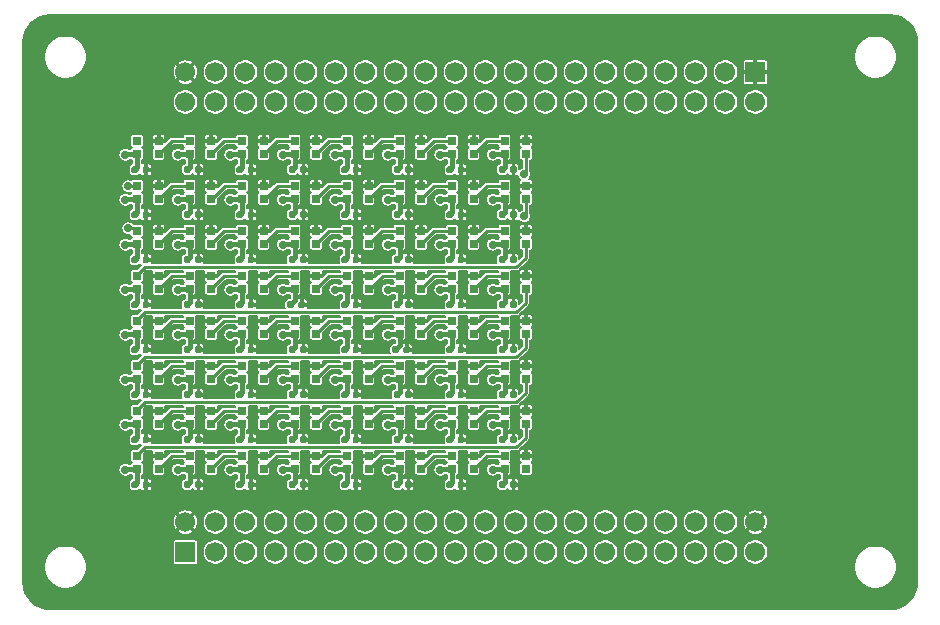
<source format=gbr>
G04 #@! TF.GenerationSoftware,KiCad,Pcbnew,5.1.9+dfsg1-1*
G04 #@! TF.CreationDate,2021-07-14T19:59:06+08:00*
G04 #@! TF.ProjectId,dws2812,64777332-3831-4322-9e6b-696361645f70,rev?*
G04 #@! TF.SameCoordinates,Original*
G04 #@! TF.FileFunction,Copper,L1,Top*
G04 #@! TF.FilePolarity,Positive*
%FSLAX46Y46*%
G04 Gerber Fmt 4.6, Leading zero omitted, Abs format (unit mm)*
G04 Created by KiCad (PCBNEW 5.1.9+dfsg1-1) date 2021-07-14 19:59:06*
%MOMM*%
%LPD*%
G01*
G04 APERTURE LIST*
G04 #@! TA.AperFunction,ComponentPad*
%ADD10R,1.700000X1.700000*%
G04 #@! TD*
G04 #@! TA.AperFunction,ComponentPad*
%ADD11C,1.700000*%
G04 #@! TD*
G04 #@! TA.AperFunction,SMDPad,CuDef*
%ADD12R,0.700000X0.700000*%
G04 #@! TD*
G04 #@! TA.AperFunction,ViaPad*
%ADD13C,0.700000*%
G04 #@! TD*
G04 #@! TA.AperFunction,Conductor*
%ADD14C,0.228600*%
G04 #@! TD*
G04 #@! TA.AperFunction,Conductor*
%ADD15C,0.381000*%
G04 #@! TD*
G04 #@! TA.AperFunction,Conductor*
%ADD16C,0.152400*%
G04 #@! TD*
G04 #@! TA.AperFunction,Conductor*
%ADD17C,0.100000*%
G04 #@! TD*
G04 APERTURE END LIST*
D10*
G04 #@! TO.P,J1,1*
G04 #@! TO.N,Net-(J1-Pad1)*
X126365000Y-121920000D03*
D11*
G04 #@! TO.P,J1,2*
G04 #@! TO.N,GND*
X126365000Y-119380000D03*
G04 #@! TO.P,J1,3*
G04 #@! TO.N,Net-(J1-Pad3)*
X128905000Y-121920000D03*
G04 #@! TO.P,J1,4*
G04 #@! TO.N,Net-(J1-Pad4)*
X128905000Y-119380000D03*
G04 #@! TO.P,J1,5*
G04 #@! TO.N,Net-(J1-Pad5)*
X131445000Y-121920000D03*
G04 #@! TO.P,J1,6*
G04 #@! TO.N,Net-(J1-Pad6)*
X131445000Y-119380000D03*
G04 #@! TO.P,J1,7*
G04 #@! TO.N,Net-(J1-Pad7)*
X133985000Y-121920000D03*
G04 #@! TO.P,J1,8*
G04 #@! TO.N,Net-(J1-Pad8)*
X133985000Y-119380000D03*
G04 #@! TO.P,J1,9*
G04 #@! TO.N,Net-(J1-Pad9)*
X136525000Y-121920000D03*
G04 #@! TO.P,J1,10*
G04 #@! TO.N,Net-(J1-Pad10)*
X136525000Y-119380000D03*
G04 #@! TO.P,J1,11*
G04 #@! TO.N,Net-(J1-Pad11)*
X139065000Y-121920000D03*
G04 #@! TO.P,J1,12*
G04 #@! TO.N,Net-(J1-Pad12)*
X139065000Y-119380000D03*
G04 #@! TO.P,J1,13*
G04 #@! TO.N,Net-(J1-Pad13)*
X141605000Y-121920000D03*
G04 #@! TO.P,J1,14*
G04 #@! TO.N,Net-(J1-Pad14)*
X141605000Y-119380000D03*
G04 #@! TO.P,J1,15*
G04 #@! TO.N,Net-(J1-Pad15)*
X144145000Y-121920000D03*
G04 #@! TO.P,J1,16*
G04 #@! TO.N,Net-(J1-Pad16)*
X144145000Y-119380000D03*
G04 #@! TO.P,J1,17*
G04 #@! TO.N,Net-(J1-Pad17)*
X146685000Y-121920000D03*
G04 #@! TO.P,J1,18*
G04 #@! TO.N,Net-(J1-Pad18)*
X146685000Y-119380000D03*
G04 #@! TO.P,J1,19*
G04 #@! TO.N,Net-(J1-Pad19)*
X149225000Y-121920000D03*
G04 #@! TO.P,J1,20*
G04 #@! TO.N,Net-(J1-Pad20)*
X149225000Y-119380000D03*
G04 #@! TO.P,J1,21*
G04 #@! TO.N,Net-(J1-Pad21)*
X151765000Y-121920000D03*
G04 #@! TO.P,J1,22*
G04 #@! TO.N,Net-(J1-Pad22)*
X151765000Y-119380000D03*
G04 #@! TO.P,J1,23*
G04 #@! TO.N,Net-(J1-Pad23)*
X154305000Y-121920000D03*
G04 #@! TO.P,J1,24*
G04 #@! TO.N,Net-(J1-Pad24)*
X154305000Y-119380000D03*
G04 #@! TO.P,J1,25*
G04 #@! TO.N,Net-(J1-Pad25)*
X156845000Y-121920000D03*
G04 #@! TO.P,J1,26*
G04 #@! TO.N,Net-(J1-Pad26)*
X156845000Y-119380000D03*
G04 #@! TO.P,J1,27*
G04 #@! TO.N,Net-(J1-Pad27)*
X159385000Y-121920000D03*
G04 #@! TO.P,J1,28*
G04 #@! TO.N,Net-(J1-Pad28)*
X159385000Y-119380000D03*
G04 #@! TO.P,J1,29*
G04 #@! TO.N,Net-(J1-Pad29)*
X161925000Y-121920000D03*
G04 #@! TO.P,J1,30*
G04 #@! TO.N,Net-(J1-Pad30)*
X161925000Y-119380000D03*
G04 #@! TO.P,J1,31*
G04 #@! TO.N,Net-(J1-Pad31)*
X164465000Y-121920000D03*
G04 #@! TO.P,J1,32*
G04 #@! TO.N,Net-(J1-Pad32)*
X164465000Y-119380000D03*
G04 #@! TO.P,J1,33*
G04 #@! TO.N,Net-(J1-Pad33)*
X167005000Y-121920000D03*
G04 #@! TO.P,J1,34*
G04 #@! TO.N,Net-(J1-Pad34)*
X167005000Y-119380000D03*
G04 #@! TO.P,J1,35*
G04 #@! TO.N,Net-(J1-Pad35)*
X169545000Y-121920000D03*
G04 #@! TO.P,J1,36*
G04 #@! TO.N,Net-(J1-Pad36)*
X169545000Y-119380000D03*
G04 #@! TO.P,J1,37*
G04 #@! TO.N,Net-(J1-Pad37)*
X172085000Y-121920000D03*
G04 #@! TO.P,J1,38*
G04 #@! TO.N,Net-(J1-Pad38)*
X172085000Y-119380000D03*
G04 #@! TO.P,J1,39*
G04 #@! TO.N,Net-(J1-Pad39)*
X174625000Y-121920000D03*
G04 #@! TO.P,J1,40*
G04 #@! TO.N,GND*
X174625000Y-119380000D03*
D10*
G04 #@! TO.P,J1,41*
X174625000Y-81280000D03*
D11*
G04 #@! TO.P,J1,42*
G04 #@! TO.N,Net-(J1-Pad42)*
X174625000Y-83820000D03*
G04 #@! TO.P,J1,43*
G04 #@! TO.N,Net-(J1-Pad43)*
X172085000Y-81280000D03*
G04 #@! TO.P,J1,44*
G04 #@! TO.N,Net-(J1-Pad44)*
X172085000Y-83820000D03*
G04 #@! TO.P,J1,45*
G04 #@! TO.N,Net-(J1-Pad45)*
X169545000Y-81280000D03*
G04 #@! TO.P,J1,46*
G04 #@! TO.N,Net-(J1-Pad46)*
X169545000Y-83820000D03*
G04 #@! TO.P,J1,47*
G04 #@! TO.N,Net-(J1-Pad47)*
X167005000Y-81280000D03*
G04 #@! TO.P,J1,48*
G04 #@! TO.N,Net-(J1-Pad48)*
X167005000Y-83820000D03*
G04 #@! TO.P,J1,49*
G04 #@! TO.N,Net-(J1-Pad49)*
X164465000Y-81280000D03*
G04 #@! TO.P,J1,50*
G04 #@! TO.N,Net-(J1-Pad50)*
X164465000Y-83820000D03*
G04 #@! TO.P,J1,51*
G04 #@! TO.N,Net-(J1-Pad51)*
X161925000Y-81280000D03*
G04 #@! TO.P,J1,52*
G04 #@! TO.N,Net-(J1-Pad52)*
X161925000Y-83820000D03*
G04 #@! TO.P,J1,53*
G04 #@! TO.N,Net-(J1-Pad53)*
X159385000Y-81280000D03*
G04 #@! TO.P,J1,54*
G04 #@! TO.N,Net-(J1-Pad54)*
X159385000Y-83820000D03*
G04 #@! TO.P,J1,55*
G04 #@! TO.N,Net-(J1-Pad55)*
X156845000Y-81280000D03*
G04 #@! TO.P,J1,56*
G04 #@! TO.N,Net-(J1-Pad56)*
X156845000Y-83820000D03*
G04 #@! TO.P,J1,57*
G04 #@! TO.N,Net-(J1-Pad57)*
X154305000Y-81280000D03*
G04 #@! TO.P,J1,58*
G04 #@! TO.N,Net-(J1-Pad58)*
X154305000Y-83820000D03*
G04 #@! TO.P,J1,59*
G04 #@! TO.N,Net-(J1-Pad59)*
X151765000Y-81280000D03*
G04 #@! TO.P,J1,60*
G04 #@! TO.N,Net-(J1-Pad60)*
X151765000Y-83820000D03*
G04 #@! TO.P,J1,61*
G04 #@! TO.N,Net-(J1-Pad61)*
X149225000Y-81280000D03*
G04 #@! TO.P,J1,62*
G04 #@! TO.N,Net-(J1-Pad62)*
X149225000Y-83820000D03*
G04 #@! TO.P,J1,63*
G04 #@! TO.N,Net-(J1-Pad63)*
X146685000Y-81280000D03*
G04 #@! TO.P,J1,64*
G04 #@! TO.N,Net-(J1-Pad64)*
X146685000Y-83820000D03*
G04 #@! TO.P,J1,65*
G04 #@! TO.N,Net-(J1-Pad65)*
X144145000Y-81280000D03*
G04 #@! TO.P,J1,66*
G04 #@! TO.N,Net-(J1-Pad66)*
X144145000Y-83820000D03*
G04 #@! TO.P,J1,67*
G04 #@! TO.N,Net-(J1-Pad67)*
X141605000Y-81280000D03*
G04 #@! TO.P,J1,68*
G04 #@! TO.N,Net-(J1-Pad68)*
X141605000Y-83820000D03*
G04 #@! TO.P,J1,69*
G04 #@! TO.N,Net-(J1-Pad69)*
X139065000Y-81280000D03*
G04 #@! TO.P,J1,70*
G04 #@! TO.N,Net-(J1-Pad70)*
X139065000Y-83820000D03*
G04 #@! TO.P,J1,71*
G04 #@! TO.N,Net-(J1-Pad71)*
X136525000Y-81280000D03*
G04 #@! TO.P,J1,72*
G04 #@! TO.N,Net-(J1-Pad72)*
X136525000Y-83820000D03*
G04 #@! TO.P,J1,73*
G04 #@! TO.N,Net-(J1-Pad73)*
X133985000Y-81280000D03*
G04 #@! TO.P,J1,74*
G04 #@! TO.N,Net-(J1-Pad74)*
X133985000Y-83820000D03*
G04 #@! TO.P,J1,75*
G04 #@! TO.N,Net-(J1-Pad75)*
X131445000Y-81280000D03*
G04 #@! TO.P,J1,76*
G04 #@! TO.N,Net-(J1-Pad76)*
X131445000Y-83820000D03*
G04 #@! TO.P,J1,77*
G04 #@! TO.N,Net-(J1-Pad77)*
X128905000Y-81280000D03*
G04 #@! TO.P,J1,78*
G04 #@! TO.N,Net-(J1-Pad78)*
X128905000Y-83820000D03*
G04 #@! TO.P,J1,79*
G04 #@! TO.N,GND*
X126365000Y-81280000D03*
G04 #@! TO.P,J1,80*
G04 #@! TO.N,Net-(J1-Pad80)*
X126365000Y-83820000D03*
G04 #@! TD*
D12*
G04 #@! TO.P,D64,4*
G04 #@! TO.N,+5V*
X153390000Y-114850000D03*
G04 #@! TO.P,D64,3*
G04 #@! TO.N,Net-(D63-Pad1)*
X153390000Y-113750000D03*
G04 #@! TO.P,D64,2*
G04 #@! TO.N,GND*
X155220000Y-113750000D03*
G04 #@! TO.P,D64,1*
G04 #@! TO.N,Net-(D64-Pad1)*
X155220000Y-114850000D03*
G04 #@! TD*
G04 #@! TO.P,D63,4*
G04 #@! TO.N,+5V*
X148945000Y-114850000D03*
G04 #@! TO.P,D63,3*
G04 #@! TO.N,Net-(D62-Pad1)*
X148945000Y-113750000D03*
G04 #@! TO.P,D63,2*
G04 #@! TO.N,GND*
X150775000Y-113750000D03*
G04 #@! TO.P,D63,1*
G04 #@! TO.N,Net-(D63-Pad1)*
X150775000Y-114850000D03*
G04 #@! TD*
G04 #@! TO.P,D62,4*
G04 #@! TO.N,+5V*
X144500000Y-114850000D03*
G04 #@! TO.P,D62,3*
G04 #@! TO.N,Net-(D61-Pad1)*
X144500000Y-113750000D03*
G04 #@! TO.P,D62,2*
G04 #@! TO.N,GND*
X146330000Y-113750000D03*
G04 #@! TO.P,D62,1*
G04 #@! TO.N,Net-(D62-Pad1)*
X146330000Y-114850000D03*
G04 #@! TD*
G04 #@! TO.P,D61,4*
G04 #@! TO.N,+5V*
X140055000Y-114850000D03*
G04 #@! TO.P,D61,3*
G04 #@! TO.N,Net-(D60-Pad1)*
X140055000Y-113750000D03*
G04 #@! TO.P,D61,2*
G04 #@! TO.N,GND*
X141885000Y-113750000D03*
G04 #@! TO.P,D61,1*
G04 #@! TO.N,Net-(D61-Pad1)*
X141885000Y-114850000D03*
G04 #@! TD*
G04 #@! TO.P,D60,4*
G04 #@! TO.N,+5V*
X135610000Y-114850000D03*
G04 #@! TO.P,D60,3*
G04 #@! TO.N,Net-(D59-Pad1)*
X135610000Y-113750000D03*
G04 #@! TO.P,D60,2*
G04 #@! TO.N,GND*
X137440000Y-113750000D03*
G04 #@! TO.P,D60,1*
G04 #@! TO.N,Net-(D60-Pad1)*
X137440000Y-114850000D03*
G04 #@! TD*
G04 #@! TO.P,D59,4*
G04 #@! TO.N,+5V*
X131165000Y-114850000D03*
G04 #@! TO.P,D59,3*
G04 #@! TO.N,Net-(D58-Pad1)*
X131165000Y-113750000D03*
G04 #@! TO.P,D59,2*
G04 #@! TO.N,GND*
X132995000Y-113750000D03*
G04 #@! TO.P,D59,1*
G04 #@! TO.N,Net-(D59-Pad1)*
X132995000Y-114850000D03*
G04 #@! TD*
G04 #@! TO.P,D58,4*
G04 #@! TO.N,+5V*
X126720000Y-114850000D03*
G04 #@! TO.P,D58,3*
G04 #@! TO.N,Net-(D57-Pad1)*
X126720000Y-113750000D03*
G04 #@! TO.P,D58,2*
G04 #@! TO.N,GND*
X128550000Y-113750000D03*
G04 #@! TO.P,D58,1*
G04 #@! TO.N,Net-(D58-Pad1)*
X128550000Y-114850000D03*
G04 #@! TD*
G04 #@! TO.P,D57,4*
G04 #@! TO.N,+5V*
X122275000Y-114850000D03*
G04 #@! TO.P,D57,3*
G04 #@! TO.N,Net-(D56-Pad1)*
X122275000Y-113750000D03*
G04 #@! TO.P,D57,2*
G04 #@! TO.N,GND*
X124105000Y-113750000D03*
G04 #@! TO.P,D57,1*
G04 #@! TO.N,Net-(D57-Pad1)*
X124105000Y-114850000D03*
G04 #@! TD*
G04 #@! TO.P,D56,4*
G04 #@! TO.N,+5V*
X153390000Y-111040000D03*
G04 #@! TO.P,D56,3*
G04 #@! TO.N,Net-(D55-Pad1)*
X153390000Y-109940000D03*
G04 #@! TO.P,D56,2*
G04 #@! TO.N,GND*
X155220000Y-109940000D03*
G04 #@! TO.P,D56,1*
G04 #@! TO.N,Net-(D56-Pad1)*
X155220000Y-111040000D03*
G04 #@! TD*
G04 #@! TO.P,D55,4*
G04 #@! TO.N,+5V*
X148945000Y-111040000D03*
G04 #@! TO.P,D55,3*
G04 #@! TO.N,Net-(D54-Pad1)*
X148945000Y-109940000D03*
G04 #@! TO.P,D55,2*
G04 #@! TO.N,GND*
X150775000Y-109940000D03*
G04 #@! TO.P,D55,1*
G04 #@! TO.N,Net-(D55-Pad1)*
X150775000Y-111040000D03*
G04 #@! TD*
G04 #@! TO.P,D54,4*
G04 #@! TO.N,+5V*
X144500000Y-111040000D03*
G04 #@! TO.P,D54,3*
G04 #@! TO.N,Net-(D53-Pad1)*
X144500000Y-109940000D03*
G04 #@! TO.P,D54,2*
G04 #@! TO.N,GND*
X146330000Y-109940000D03*
G04 #@! TO.P,D54,1*
G04 #@! TO.N,Net-(D54-Pad1)*
X146330000Y-111040000D03*
G04 #@! TD*
G04 #@! TO.P,D53,4*
G04 #@! TO.N,+5V*
X140055000Y-111040000D03*
G04 #@! TO.P,D53,3*
G04 #@! TO.N,Net-(D52-Pad1)*
X140055000Y-109940000D03*
G04 #@! TO.P,D53,2*
G04 #@! TO.N,GND*
X141885000Y-109940000D03*
G04 #@! TO.P,D53,1*
G04 #@! TO.N,Net-(D53-Pad1)*
X141885000Y-111040000D03*
G04 #@! TD*
G04 #@! TO.P,D52,4*
G04 #@! TO.N,+5V*
X135610000Y-111040000D03*
G04 #@! TO.P,D52,3*
G04 #@! TO.N,Net-(D51-Pad1)*
X135610000Y-109940000D03*
G04 #@! TO.P,D52,2*
G04 #@! TO.N,GND*
X137440000Y-109940000D03*
G04 #@! TO.P,D52,1*
G04 #@! TO.N,Net-(D52-Pad1)*
X137440000Y-111040000D03*
G04 #@! TD*
G04 #@! TO.P,D51,4*
G04 #@! TO.N,+5V*
X131165000Y-111040000D03*
G04 #@! TO.P,D51,3*
G04 #@! TO.N,Net-(D50-Pad1)*
X131165000Y-109940000D03*
G04 #@! TO.P,D51,2*
G04 #@! TO.N,GND*
X132995000Y-109940000D03*
G04 #@! TO.P,D51,1*
G04 #@! TO.N,Net-(D51-Pad1)*
X132995000Y-111040000D03*
G04 #@! TD*
G04 #@! TO.P,D50,4*
G04 #@! TO.N,+5V*
X126720000Y-111040000D03*
G04 #@! TO.P,D50,3*
G04 #@! TO.N,Net-(D49-Pad1)*
X126720000Y-109940000D03*
G04 #@! TO.P,D50,2*
G04 #@! TO.N,GND*
X128550000Y-109940000D03*
G04 #@! TO.P,D50,1*
G04 #@! TO.N,Net-(D50-Pad1)*
X128550000Y-111040000D03*
G04 #@! TD*
G04 #@! TO.P,D49,4*
G04 #@! TO.N,+5V*
X122275000Y-111040000D03*
G04 #@! TO.P,D49,3*
G04 #@! TO.N,Net-(D48-Pad1)*
X122275000Y-109940000D03*
G04 #@! TO.P,D49,2*
G04 #@! TO.N,GND*
X124105000Y-109940000D03*
G04 #@! TO.P,D49,1*
G04 #@! TO.N,Net-(D49-Pad1)*
X124105000Y-111040000D03*
G04 #@! TD*
G04 #@! TO.P,D48,4*
G04 #@! TO.N,+5V*
X153390000Y-107230000D03*
G04 #@! TO.P,D48,3*
G04 #@! TO.N,Net-(D47-Pad1)*
X153390000Y-106130000D03*
G04 #@! TO.P,D48,2*
G04 #@! TO.N,GND*
X155220000Y-106130000D03*
G04 #@! TO.P,D48,1*
G04 #@! TO.N,Net-(D48-Pad1)*
X155220000Y-107230000D03*
G04 #@! TD*
G04 #@! TO.P,D47,4*
G04 #@! TO.N,+5V*
X148945000Y-107230000D03*
G04 #@! TO.P,D47,3*
G04 #@! TO.N,Net-(D46-Pad1)*
X148945000Y-106130000D03*
G04 #@! TO.P,D47,2*
G04 #@! TO.N,GND*
X150775000Y-106130000D03*
G04 #@! TO.P,D47,1*
G04 #@! TO.N,Net-(D47-Pad1)*
X150775000Y-107230000D03*
G04 #@! TD*
G04 #@! TO.P,D46,4*
G04 #@! TO.N,+5V*
X144500000Y-107230000D03*
G04 #@! TO.P,D46,3*
G04 #@! TO.N,Net-(D45-Pad1)*
X144500000Y-106130000D03*
G04 #@! TO.P,D46,2*
G04 #@! TO.N,GND*
X146330000Y-106130000D03*
G04 #@! TO.P,D46,1*
G04 #@! TO.N,Net-(D46-Pad1)*
X146330000Y-107230000D03*
G04 #@! TD*
G04 #@! TO.P,D45,4*
G04 #@! TO.N,+5V*
X140055000Y-107230000D03*
G04 #@! TO.P,D45,3*
G04 #@! TO.N,Net-(D44-Pad1)*
X140055000Y-106130000D03*
G04 #@! TO.P,D45,2*
G04 #@! TO.N,GND*
X141885000Y-106130000D03*
G04 #@! TO.P,D45,1*
G04 #@! TO.N,Net-(D45-Pad1)*
X141885000Y-107230000D03*
G04 #@! TD*
G04 #@! TO.P,D44,4*
G04 #@! TO.N,+5V*
X135610000Y-107230000D03*
G04 #@! TO.P,D44,3*
G04 #@! TO.N,Net-(D43-Pad1)*
X135610000Y-106130000D03*
G04 #@! TO.P,D44,2*
G04 #@! TO.N,GND*
X137440000Y-106130000D03*
G04 #@! TO.P,D44,1*
G04 #@! TO.N,Net-(D44-Pad1)*
X137440000Y-107230000D03*
G04 #@! TD*
G04 #@! TO.P,D43,4*
G04 #@! TO.N,+5V*
X131165000Y-107230000D03*
G04 #@! TO.P,D43,3*
G04 #@! TO.N,Net-(D42-Pad1)*
X131165000Y-106130000D03*
G04 #@! TO.P,D43,2*
G04 #@! TO.N,GND*
X132995000Y-106130000D03*
G04 #@! TO.P,D43,1*
G04 #@! TO.N,Net-(D43-Pad1)*
X132995000Y-107230000D03*
G04 #@! TD*
G04 #@! TO.P,D42,4*
G04 #@! TO.N,+5V*
X126720000Y-107230000D03*
G04 #@! TO.P,D42,3*
G04 #@! TO.N,Net-(D41-Pad1)*
X126720000Y-106130000D03*
G04 #@! TO.P,D42,2*
G04 #@! TO.N,GND*
X128550000Y-106130000D03*
G04 #@! TO.P,D42,1*
G04 #@! TO.N,Net-(D42-Pad1)*
X128550000Y-107230000D03*
G04 #@! TD*
G04 #@! TO.P,D41,4*
G04 #@! TO.N,+5V*
X122275000Y-107230000D03*
G04 #@! TO.P,D41,3*
G04 #@! TO.N,Net-(D40-Pad1)*
X122275000Y-106130000D03*
G04 #@! TO.P,D41,2*
G04 #@! TO.N,GND*
X124105000Y-106130000D03*
G04 #@! TO.P,D41,1*
G04 #@! TO.N,Net-(D41-Pad1)*
X124105000Y-107230000D03*
G04 #@! TD*
G04 #@! TO.P,D40,4*
G04 #@! TO.N,+5V*
X153390000Y-103420000D03*
G04 #@! TO.P,D40,3*
G04 #@! TO.N,Net-(D39-Pad1)*
X153390000Y-102320000D03*
G04 #@! TO.P,D40,2*
G04 #@! TO.N,GND*
X155220000Y-102320000D03*
G04 #@! TO.P,D40,1*
G04 #@! TO.N,Net-(D40-Pad1)*
X155220000Y-103420000D03*
G04 #@! TD*
G04 #@! TO.P,D39,4*
G04 #@! TO.N,+5V*
X148945000Y-103420000D03*
G04 #@! TO.P,D39,3*
G04 #@! TO.N,Net-(D38-Pad1)*
X148945000Y-102320000D03*
G04 #@! TO.P,D39,2*
G04 #@! TO.N,GND*
X150775000Y-102320000D03*
G04 #@! TO.P,D39,1*
G04 #@! TO.N,Net-(D39-Pad1)*
X150775000Y-103420000D03*
G04 #@! TD*
G04 #@! TO.P,D38,4*
G04 #@! TO.N,+5V*
X144500000Y-103420000D03*
G04 #@! TO.P,D38,3*
G04 #@! TO.N,Net-(D37-Pad1)*
X144500000Y-102320000D03*
G04 #@! TO.P,D38,2*
G04 #@! TO.N,GND*
X146330000Y-102320000D03*
G04 #@! TO.P,D38,1*
G04 #@! TO.N,Net-(D38-Pad1)*
X146330000Y-103420000D03*
G04 #@! TD*
G04 #@! TO.P,D37,4*
G04 #@! TO.N,+5V*
X140055000Y-103420000D03*
G04 #@! TO.P,D37,3*
G04 #@! TO.N,Net-(D36-Pad1)*
X140055000Y-102320000D03*
G04 #@! TO.P,D37,2*
G04 #@! TO.N,GND*
X141885000Y-102320000D03*
G04 #@! TO.P,D37,1*
G04 #@! TO.N,Net-(D37-Pad1)*
X141885000Y-103420000D03*
G04 #@! TD*
G04 #@! TO.P,D36,4*
G04 #@! TO.N,+5V*
X135610000Y-103420000D03*
G04 #@! TO.P,D36,3*
G04 #@! TO.N,Net-(D35-Pad1)*
X135610000Y-102320000D03*
G04 #@! TO.P,D36,2*
G04 #@! TO.N,GND*
X137440000Y-102320000D03*
G04 #@! TO.P,D36,1*
G04 #@! TO.N,Net-(D36-Pad1)*
X137440000Y-103420000D03*
G04 #@! TD*
G04 #@! TO.P,D35,4*
G04 #@! TO.N,+5V*
X131165000Y-103420000D03*
G04 #@! TO.P,D35,3*
G04 #@! TO.N,Net-(D34-Pad1)*
X131165000Y-102320000D03*
G04 #@! TO.P,D35,2*
G04 #@! TO.N,GND*
X132995000Y-102320000D03*
G04 #@! TO.P,D35,1*
G04 #@! TO.N,Net-(D35-Pad1)*
X132995000Y-103420000D03*
G04 #@! TD*
G04 #@! TO.P,D34,4*
G04 #@! TO.N,+5V*
X126720000Y-103420000D03*
G04 #@! TO.P,D34,3*
G04 #@! TO.N,Net-(D33-Pad1)*
X126720000Y-102320000D03*
G04 #@! TO.P,D34,2*
G04 #@! TO.N,GND*
X128550000Y-102320000D03*
G04 #@! TO.P,D34,1*
G04 #@! TO.N,Net-(D34-Pad1)*
X128550000Y-103420000D03*
G04 #@! TD*
G04 #@! TO.P,D33,4*
G04 #@! TO.N,+5V*
X122275000Y-103420000D03*
G04 #@! TO.P,D33,3*
G04 #@! TO.N,Net-(D32-Pad1)*
X122275000Y-102320000D03*
G04 #@! TO.P,D33,2*
G04 #@! TO.N,GND*
X124105000Y-102320000D03*
G04 #@! TO.P,D33,1*
G04 #@! TO.N,Net-(D33-Pad1)*
X124105000Y-103420000D03*
G04 #@! TD*
G04 #@! TO.P,D32,4*
G04 #@! TO.N,+5V*
X153390000Y-99610000D03*
G04 #@! TO.P,D32,3*
G04 #@! TO.N,Net-(D31-Pad1)*
X153390000Y-98510000D03*
G04 #@! TO.P,D32,2*
G04 #@! TO.N,GND*
X155220000Y-98510000D03*
G04 #@! TO.P,D32,1*
G04 #@! TO.N,Net-(D32-Pad1)*
X155220000Y-99610000D03*
G04 #@! TD*
G04 #@! TO.P,D31,4*
G04 #@! TO.N,+5V*
X148945000Y-99610000D03*
G04 #@! TO.P,D31,3*
G04 #@! TO.N,Net-(D30-Pad1)*
X148945000Y-98510000D03*
G04 #@! TO.P,D31,2*
G04 #@! TO.N,GND*
X150775000Y-98510000D03*
G04 #@! TO.P,D31,1*
G04 #@! TO.N,Net-(D31-Pad1)*
X150775000Y-99610000D03*
G04 #@! TD*
G04 #@! TO.P,D30,4*
G04 #@! TO.N,+5V*
X144500000Y-99610000D03*
G04 #@! TO.P,D30,3*
G04 #@! TO.N,Net-(D29-Pad1)*
X144500000Y-98510000D03*
G04 #@! TO.P,D30,2*
G04 #@! TO.N,GND*
X146330000Y-98510000D03*
G04 #@! TO.P,D30,1*
G04 #@! TO.N,Net-(D30-Pad1)*
X146330000Y-99610000D03*
G04 #@! TD*
G04 #@! TO.P,D29,4*
G04 #@! TO.N,+5V*
X140055000Y-99610000D03*
G04 #@! TO.P,D29,3*
G04 #@! TO.N,Net-(D28-Pad1)*
X140055000Y-98510000D03*
G04 #@! TO.P,D29,2*
G04 #@! TO.N,GND*
X141885000Y-98510000D03*
G04 #@! TO.P,D29,1*
G04 #@! TO.N,Net-(D29-Pad1)*
X141885000Y-99610000D03*
G04 #@! TD*
G04 #@! TO.P,D28,4*
G04 #@! TO.N,+5V*
X135610000Y-99610000D03*
G04 #@! TO.P,D28,3*
G04 #@! TO.N,Net-(D27-Pad1)*
X135610000Y-98510000D03*
G04 #@! TO.P,D28,2*
G04 #@! TO.N,GND*
X137440000Y-98510000D03*
G04 #@! TO.P,D28,1*
G04 #@! TO.N,Net-(D28-Pad1)*
X137440000Y-99610000D03*
G04 #@! TD*
G04 #@! TO.P,D27,4*
G04 #@! TO.N,+5V*
X131165000Y-99610000D03*
G04 #@! TO.P,D27,3*
G04 #@! TO.N,Net-(D26-Pad1)*
X131165000Y-98510000D03*
G04 #@! TO.P,D27,2*
G04 #@! TO.N,GND*
X132995000Y-98510000D03*
G04 #@! TO.P,D27,1*
G04 #@! TO.N,Net-(D27-Pad1)*
X132995000Y-99610000D03*
G04 #@! TD*
G04 #@! TO.P,D26,4*
G04 #@! TO.N,+5V*
X126720000Y-99610000D03*
G04 #@! TO.P,D26,3*
G04 #@! TO.N,Net-(D25-Pad1)*
X126720000Y-98510000D03*
G04 #@! TO.P,D26,2*
G04 #@! TO.N,GND*
X128550000Y-98510000D03*
G04 #@! TO.P,D26,1*
G04 #@! TO.N,Net-(D26-Pad1)*
X128550000Y-99610000D03*
G04 #@! TD*
G04 #@! TO.P,D25,4*
G04 #@! TO.N,+5V*
X122275000Y-99610000D03*
G04 #@! TO.P,D25,3*
G04 #@! TO.N,Net-(D24-Pad1)*
X122275000Y-98510000D03*
G04 #@! TO.P,D25,2*
G04 #@! TO.N,GND*
X124105000Y-98510000D03*
G04 #@! TO.P,D25,1*
G04 #@! TO.N,Net-(D25-Pad1)*
X124105000Y-99610000D03*
G04 #@! TD*
G04 #@! TO.P,D24,4*
G04 #@! TO.N,+5V*
X153390000Y-95800000D03*
G04 #@! TO.P,D24,3*
G04 #@! TO.N,Net-(D23-Pad1)*
X153390000Y-94700000D03*
G04 #@! TO.P,D24,2*
G04 #@! TO.N,GND*
X155220000Y-94700000D03*
G04 #@! TO.P,D24,1*
G04 #@! TO.N,Net-(D24-Pad1)*
X155220000Y-95800000D03*
G04 #@! TD*
G04 #@! TO.P,D23,4*
G04 #@! TO.N,+5V*
X148945000Y-95800000D03*
G04 #@! TO.P,D23,3*
G04 #@! TO.N,Net-(D22-Pad1)*
X148945000Y-94700000D03*
G04 #@! TO.P,D23,2*
G04 #@! TO.N,GND*
X150775000Y-94700000D03*
G04 #@! TO.P,D23,1*
G04 #@! TO.N,Net-(D23-Pad1)*
X150775000Y-95800000D03*
G04 #@! TD*
G04 #@! TO.P,D22,4*
G04 #@! TO.N,+5V*
X144500000Y-95800000D03*
G04 #@! TO.P,D22,3*
G04 #@! TO.N,Net-(D21-Pad1)*
X144500000Y-94700000D03*
G04 #@! TO.P,D22,2*
G04 #@! TO.N,GND*
X146330000Y-94700000D03*
G04 #@! TO.P,D22,1*
G04 #@! TO.N,Net-(D22-Pad1)*
X146330000Y-95800000D03*
G04 #@! TD*
G04 #@! TO.P,D21,4*
G04 #@! TO.N,+5V*
X140055000Y-95800000D03*
G04 #@! TO.P,D21,3*
G04 #@! TO.N,Net-(D20-Pad1)*
X140055000Y-94700000D03*
G04 #@! TO.P,D21,2*
G04 #@! TO.N,GND*
X141885000Y-94700000D03*
G04 #@! TO.P,D21,1*
G04 #@! TO.N,Net-(D21-Pad1)*
X141885000Y-95800000D03*
G04 #@! TD*
G04 #@! TO.P,D20,4*
G04 #@! TO.N,+5V*
X135610000Y-95800000D03*
G04 #@! TO.P,D20,3*
G04 #@! TO.N,Net-(D19-Pad1)*
X135610000Y-94700000D03*
G04 #@! TO.P,D20,2*
G04 #@! TO.N,GND*
X137440000Y-94700000D03*
G04 #@! TO.P,D20,1*
G04 #@! TO.N,Net-(D20-Pad1)*
X137440000Y-95800000D03*
G04 #@! TD*
G04 #@! TO.P,D19,4*
G04 #@! TO.N,+5V*
X131165000Y-95800000D03*
G04 #@! TO.P,D19,3*
G04 #@! TO.N,Net-(D18-Pad1)*
X131165000Y-94700000D03*
G04 #@! TO.P,D19,2*
G04 #@! TO.N,GND*
X132995000Y-94700000D03*
G04 #@! TO.P,D19,1*
G04 #@! TO.N,Net-(D19-Pad1)*
X132995000Y-95800000D03*
G04 #@! TD*
G04 #@! TO.P,D18,4*
G04 #@! TO.N,+5V*
X126720000Y-95800000D03*
G04 #@! TO.P,D18,3*
G04 #@! TO.N,Net-(D17-Pad1)*
X126720000Y-94700000D03*
G04 #@! TO.P,D18,2*
G04 #@! TO.N,GND*
X128550000Y-94700000D03*
G04 #@! TO.P,D18,1*
G04 #@! TO.N,Net-(D18-Pad1)*
X128550000Y-95800000D03*
G04 #@! TD*
G04 #@! TO.P,D17,4*
G04 #@! TO.N,+5V*
X122275000Y-95800000D03*
G04 #@! TO.P,D17,3*
G04 #@! TO.N,Net-(D16-Pad1)*
X122275000Y-94700000D03*
G04 #@! TO.P,D17,2*
G04 #@! TO.N,GND*
X124105000Y-94700000D03*
G04 #@! TO.P,D17,1*
G04 #@! TO.N,Net-(D17-Pad1)*
X124105000Y-95800000D03*
G04 #@! TD*
G04 #@! TO.P,D16,4*
G04 #@! TO.N,+5V*
X153390000Y-91990000D03*
G04 #@! TO.P,D16,3*
G04 #@! TO.N,Net-(D15-Pad1)*
X153390000Y-90890000D03*
G04 #@! TO.P,D16,2*
G04 #@! TO.N,GND*
X155220000Y-90890000D03*
G04 #@! TO.P,D16,1*
G04 #@! TO.N,Net-(D16-Pad1)*
X155220000Y-91990000D03*
G04 #@! TD*
G04 #@! TO.P,D15,4*
G04 #@! TO.N,+5V*
X148945000Y-91990000D03*
G04 #@! TO.P,D15,3*
G04 #@! TO.N,Net-(D14-Pad1)*
X148945000Y-90890000D03*
G04 #@! TO.P,D15,2*
G04 #@! TO.N,GND*
X150775000Y-90890000D03*
G04 #@! TO.P,D15,1*
G04 #@! TO.N,Net-(D15-Pad1)*
X150775000Y-91990000D03*
G04 #@! TD*
G04 #@! TO.P,D14,4*
G04 #@! TO.N,+5V*
X144500000Y-91990000D03*
G04 #@! TO.P,D14,3*
G04 #@! TO.N,Net-(D13-Pad1)*
X144500000Y-90890000D03*
G04 #@! TO.P,D14,2*
G04 #@! TO.N,GND*
X146330000Y-90890000D03*
G04 #@! TO.P,D14,1*
G04 #@! TO.N,Net-(D14-Pad1)*
X146330000Y-91990000D03*
G04 #@! TD*
G04 #@! TO.P,D13,4*
G04 #@! TO.N,+5V*
X140055000Y-91990000D03*
G04 #@! TO.P,D13,3*
G04 #@! TO.N,Net-(D12-Pad1)*
X140055000Y-90890000D03*
G04 #@! TO.P,D13,2*
G04 #@! TO.N,GND*
X141885000Y-90890000D03*
G04 #@! TO.P,D13,1*
G04 #@! TO.N,Net-(D13-Pad1)*
X141885000Y-91990000D03*
G04 #@! TD*
G04 #@! TO.P,D12,4*
G04 #@! TO.N,+5V*
X135610000Y-91990000D03*
G04 #@! TO.P,D12,3*
G04 #@! TO.N,Net-(D11-Pad1)*
X135610000Y-90890000D03*
G04 #@! TO.P,D12,2*
G04 #@! TO.N,GND*
X137440000Y-90890000D03*
G04 #@! TO.P,D12,1*
G04 #@! TO.N,Net-(D12-Pad1)*
X137440000Y-91990000D03*
G04 #@! TD*
G04 #@! TO.P,D11,4*
G04 #@! TO.N,+5V*
X131165000Y-91990000D03*
G04 #@! TO.P,D11,3*
G04 #@! TO.N,Net-(D10-Pad1)*
X131165000Y-90890000D03*
G04 #@! TO.P,D11,2*
G04 #@! TO.N,GND*
X132995000Y-90890000D03*
G04 #@! TO.P,D11,1*
G04 #@! TO.N,Net-(D11-Pad1)*
X132995000Y-91990000D03*
G04 #@! TD*
G04 #@! TO.P,D10,4*
G04 #@! TO.N,+5V*
X126720000Y-91990000D03*
G04 #@! TO.P,D10,3*
G04 #@! TO.N,Net-(D10-Pad3)*
X126720000Y-90890000D03*
G04 #@! TO.P,D10,2*
G04 #@! TO.N,GND*
X128550000Y-90890000D03*
G04 #@! TO.P,D10,1*
G04 #@! TO.N,Net-(D10-Pad1)*
X128550000Y-91990000D03*
G04 #@! TD*
G04 #@! TO.P,D9,4*
G04 #@! TO.N,+5V*
X122275000Y-91990000D03*
G04 #@! TO.P,D9,3*
G04 #@! TO.N,Net-(D8-Pad1)*
X122275000Y-90890000D03*
G04 #@! TO.P,D9,2*
G04 #@! TO.N,GND*
X124105000Y-90890000D03*
G04 #@! TO.P,D9,1*
G04 #@! TO.N,Net-(D10-Pad3)*
X124105000Y-91990000D03*
G04 #@! TD*
G04 #@! TO.P,C64,2*
G04 #@! TO.N,GND*
G04 #@! TA.AperFunction,SMDPad,CuDef*
G36*
G01*
X153870000Y-116375000D02*
X153870000Y-116035000D01*
G75*
G02*
X154010000Y-115895000I140000J0D01*
G01*
X154290000Y-115895000D01*
G75*
G02*
X154430000Y-116035000I0J-140000D01*
G01*
X154430000Y-116375000D01*
G75*
G02*
X154290000Y-116515000I-140000J0D01*
G01*
X154010000Y-116515000D01*
G75*
G02*
X153870000Y-116375000I0J140000D01*
G01*
G37*
G04 #@! TD.AperFunction*
G04 #@! TO.P,C64,1*
G04 #@! TO.N,+5V*
G04 #@! TA.AperFunction,SMDPad,CuDef*
G36*
G01*
X152910000Y-116375000D02*
X152910000Y-116035000D01*
G75*
G02*
X153050000Y-115895000I140000J0D01*
G01*
X153330000Y-115895000D01*
G75*
G02*
X153470000Y-116035000I0J-140000D01*
G01*
X153470000Y-116375000D01*
G75*
G02*
X153330000Y-116515000I-140000J0D01*
G01*
X153050000Y-116515000D01*
G75*
G02*
X152910000Y-116375000I0J140000D01*
G01*
G37*
G04 #@! TD.AperFunction*
G04 #@! TD*
G04 #@! TO.P,C63,2*
G04 #@! TO.N,GND*
G04 #@! TA.AperFunction,SMDPad,CuDef*
G36*
G01*
X149425000Y-116375000D02*
X149425000Y-116035000D01*
G75*
G02*
X149565000Y-115895000I140000J0D01*
G01*
X149845000Y-115895000D01*
G75*
G02*
X149985000Y-116035000I0J-140000D01*
G01*
X149985000Y-116375000D01*
G75*
G02*
X149845000Y-116515000I-140000J0D01*
G01*
X149565000Y-116515000D01*
G75*
G02*
X149425000Y-116375000I0J140000D01*
G01*
G37*
G04 #@! TD.AperFunction*
G04 #@! TO.P,C63,1*
G04 #@! TO.N,+5V*
G04 #@! TA.AperFunction,SMDPad,CuDef*
G36*
G01*
X148465000Y-116375000D02*
X148465000Y-116035000D01*
G75*
G02*
X148605000Y-115895000I140000J0D01*
G01*
X148885000Y-115895000D01*
G75*
G02*
X149025000Y-116035000I0J-140000D01*
G01*
X149025000Y-116375000D01*
G75*
G02*
X148885000Y-116515000I-140000J0D01*
G01*
X148605000Y-116515000D01*
G75*
G02*
X148465000Y-116375000I0J140000D01*
G01*
G37*
G04 #@! TD.AperFunction*
G04 #@! TD*
G04 #@! TO.P,C62,2*
G04 #@! TO.N,GND*
G04 #@! TA.AperFunction,SMDPad,CuDef*
G36*
G01*
X144980000Y-116375000D02*
X144980000Y-116035000D01*
G75*
G02*
X145120000Y-115895000I140000J0D01*
G01*
X145400000Y-115895000D01*
G75*
G02*
X145540000Y-116035000I0J-140000D01*
G01*
X145540000Y-116375000D01*
G75*
G02*
X145400000Y-116515000I-140000J0D01*
G01*
X145120000Y-116515000D01*
G75*
G02*
X144980000Y-116375000I0J140000D01*
G01*
G37*
G04 #@! TD.AperFunction*
G04 #@! TO.P,C62,1*
G04 #@! TO.N,+5V*
G04 #@! TA.AperFunction,SMDPad,CuDef*
G36*
G01*
X144020000Y-116375000D02*
X144020000Y-116035000D01*
G75*
G02*
X144160000Y-115895000I140000J0D01*
G01*
X144440000Y-115895000D01*
G75*
G02*
X144580000Y-116035000I0J-140000D01*
G01*
X144580000Y-116375000D01*
G75*
G02*
X144440000Y-116515000I-140000J0D01*
G01*
X144160000Y-116515000D01*
G75*
G02*
X144020000Y-116375000I0J140000D01*
G01*
G37*
G04 #@! TD.AperFunction*
G04 #@! TD*
G04 #@! TO.P,C61,2*
G04 #@! TO.N,GND*
G04 #@! TA.AperFunction,SMDPad,CuDef*
G36*
G01*
X140535000Y-116375000D02*
X140535000Y-116035000D01*
G75*
G02*
X140675000Y-115895000I140000J0D01*
G01*
X140955000Y-115895000D01*
G75*
G02*
X141095000Y-116035000I0J-140000D01*
G01*
X141095000Y-116375000D01*
G75*
G02*
X140955000Y-116515000I-140000J0D01*
G01*
X140675000Y-116515000D01*
G75*
G02*
X140535000Y-116375000I0J140000D01*
G01*
G37*
G04 #@! TD.AperFunction*
G04 #@! TO.P,C61,1*
G04 #@! TO.N,+5V*
G04 #@! TA.AperFunction,SMDPad,CuDef*
G36*
G01*
X139575000Y-116375000D02*
X139575000Y-116035000D01*
G75*
G02*
X139715000Y-115895000I140000J0D01*
G01*
X139995000Y-115895000D01*
G75*
G02*
X140135000Y-116035000I0J-140000D01*
G01*
X140135000Y-116375000D01*
G75*
G02*
X139995000Y-116515000I-140000J0D01*
G01*
X139715000Y-116515000D01*
G75*
G02*
X139575000Y-116375000I0J140000D01*
G01*
G37*
G04 #@! TD.AperFunction*
G04 #@! TD*
G04 #@! TO.P,C60,2*
G04 #@! TO.N,GND*
G04 #@! TA.AperFunction,SMDPad,CuDef*
G36*
G01*
X136090000Y-116375000D02*
X136090000Y-116035000D01*
G75*
G02*
X136230000Y-115895000I140000J0D01*
G01*
X136510000Y-115895000D01*
G75*
G02*
X136650000Y-116035000I0J-140000D01*
G01*
X136650000Y-116375000D01*
G75*
G02*
X136510000Y-116515000I-140000J0D01*
G01*
X136230000Y-116515000D01*
G75*
G02*
X136090000Y-116375000I0J140000D01*
G01*
G37*
G04 #@! TD.AperFunction*
G04 #@! TO.P,C60,1*
G04 #@! TO.N,+5V*
G04 #@! TA.AperFunction,SMDPad,CuDef*
G36*
G01*
X135130000Y-116375000D02*
X135130000Y-116035000D01*
G75*
G02*
X135270000Y-115895000I140000J0D01*
G01*
X135550000Y-115895000D01*
G75*
G02*
X135690000Y-116035000I0J-140000D01*
G01*
X135690000Y-116375000D01*
G75*
G02*
X135550000Y-116515000I-140000J0D01*
G01*
X135270000Y-116515000D01*
G75*
G02*
X135130000Y-116375000I0J140000D01*
G01*
G37*
G04 #@! TD.AperFunction*
G04 #@! TD*
G04 #@! TO.P,C59,2*
G04 #@! TO.N,GND*
G04 #@! TA.AperFunction,SMDPad,CuDef*
G36*
G01*
X131645000Y-116375000D02*
X131645000Y-116035000D01*
G75*
G02*
X131785000Y-115895000I140000J0D01*
G01*
X132065000Y-115895000D01*
G75*
G02*
X132205000Y-116035000I0J-140000D01*
G01*
X132205000Y-116375000D01*
G75*
G02*
X132065000Y-116515000I-140000J0D01*
G01*
X131785000Y-116515000D01*
G75*
G02*
X131645000Y-116375000I0J140000D01*
G01*
G37*
G04 #@! TD.AperFunction*
G04 #@! TO.P,C59,1*
G04 #@! TO.N,+5V*
G04 #@! TA.AperFunction,SMDPad,CuDef*
G36*
G01*
X130685000Y-116375000D02*
X130685000Y-116035000D01*
G75*
G02*
X130825000Y-115895000I140000J0D01*
G01*
X131105000Y-115895000D01*
G75*
G02*
X131245000Y-116035000I0J-140000D01*
G01*
X131245000Y-116375000D01*
G75*
G02*
X131105000Y-116515000I-140000J0D01*
G01*
X130825000Y-116515000D01*
G75*
G02*
X130685000Y-116375000I0J140000D01*
G01*
G37*
G04 #@! TD.AperFunction*
G04 #@! TD*
G04 #@! TO.P,C58,2*
G04 #@! TO.N,GND*
G04 #@! TA.AperFunction,SMDPad,CuDef*
G36*
G01*
X127200000Y-116375000D02*
X127200000Y-116035000D01*
G75*
G02*
X127340000Y-115895000I140000J0D01*
G01*
X127620000Y-115895000D01*
G75*
G02*
X127760000Y-116035000I0J-140000D01*
G01*
X127760000Y-116375000D01*
G75*
G02*
X127620000Y-116515000I-140000J0D01*
G01*
X127340000Y-116515000D01*
G75*
G02*
X127200000Y-116375000I0J140000D01*
G01*
G37*
G04 #@! TD.AperFunction*
G04 #@! TO.P,C58,1*
G04 #@! TO.N,+5V*
G04 #@! TA.AperFunction,SMDPad,CuDef*
G36*
G01*
X126240000Y-116375000D02*
X126240000Y-116035000D01*
G75*
G02*
X126380000Y-115895000I140000J0D01*
G01*
X126660000Y-115895000D01*
G75*
G02*
X126800000Y-116035000I0J-140000D01*
G01*
X126800000Y-116375000D01*
G75*
G02*
X126660000Y-116515000I-140000J0D01*
G01*
X126380000Y-116515000D01*
G75*
G02*
X126240000Y-116375000I0J140000D01*
G01*
G37*
G04 #@! TD.AperFunction*
G04 #@! TD*
G04 #@! TO.P,C57,2*
G04 #@! TO.N,GND*
G04 #@! TA.AperFunction,SMDPad,CuDef*
G36*
G01*
X122755000Y-116375000D02*
X122755000Y-116035000D01*
G75*
G02*
X122895000Y-115895000I140000J0D01*
G01*
X123175000Y-115895000D01*
G75*
G02*
X123315000Y-116035000I0J-140000D01*
G01*
X123315000Y-116375000D01*
G75*
G02*
X123175000Y-116515000I-140000J0D01*
G01*
X122895000Y-116515000D01*
G75*
G02*
X122755000Y-116375000I0J140000D01*
G01*
G37*
G04 #@! TD.AperFunction*
G04 #@! TO.P,C57,1*
G04 #@! TO.N,+5V*
G04 #@! TA.AperFunction,SMDPad,CuDef*
G36*
G01*
X121795000Y-116375000D02*
X121795000Y-116035000D01*
G75*
G02*
X121935000Y-115895000I140000J0D01*
G01*
X122215000Y-115895000D01*
G75*
G02*
X122355000Y-116035000I0J-140000D01*
G01*
X122355000Y-116375000D01*
G75*
G02*
X122215000Y-116515000I-140000J0D01*
G01*
X121935000Y-116515000D01*
G75*
G02*
X121795000Y-116375000I0J140000D01*
G01*
G37*
G04 #@! TD.AperFunction*
G04 #@! TD*
G04 #@! TO.P,C56,2*
G04 #@! TO.N,GND*
G04 #@! TA.AperFunction,SMDPad,CuDef*
G36*
G01*
X153870000Y-112565000D02*
X153870000Y-112225000D01*
G75*
G02*
X154010000Y-112085000I140000J0D01*
G01*
X154290000Y-112085000D01*
G75*
G02*
X154430000Y-112225000I0J-140000D01*
G01*
X154430000Y-112565000D01*
G75*
G02*
X154290000Y-112705000I-140000J0D01*
G01*
X154010000Y-112705000D01*
G75*
G02*
X153870000Y-112565000I0J140000D01*
G01*
G37*
G04 #@! TD.AperFunction*
G04 #@! TO.P,C56,1*
G04 #@! TO.N,+5V*
G04 #@! TA.AperFunction,SMDPad,CuDef*
G36*
G01*
X152910000Y-112565000D02*
X152910000Y-112225000D01*
G75*
G02*
X153050000Y-112085000I140000J0D01*
G01*
X153330000Y-112085000D01*
G75*
G02*
X153470000Y-112225000I0J-140000D01*
G01*
X153470000Y-112565000D01*
G75*
G02*
X153330000Y-112705000I-140000J0D01*
G01*
X153050000Y-112705000D01*
G75*
G02*
X152910000Y-112565000I0J140000D01*
G01*
G37*
G04 #@! TD.AperFunction*
G04 #@! TD*
G04 #@! TO.P,C55,2*
G04 #@! TO.N,GND*
G04 #@! TA.AperFunction,SMDPad,CuDef*
G36*
G01*
X149425000Y-112565000D02*
X149425000Y-112225000D01*
G75*
G02*
X149565000Y-112085000I140000J0D01*
G01*
X149845000Y-112085000D01*
G75*
G02*
X149985000Y-112225000I0J-140000D01*
G01*
X149985000Y-112565000D01*
G75*
G02*
X149845000Y-112705000I-140000J0D01*
G01*
X149565000Y-112705000D01*
G75*
G02*
X149425000Y-112565000I0J140000D01*
G01*
G37*
G04 #@! TD.AperFunction*
G04 #@! TO.P,C55,1*
G04 #@! TO.N,+5V*
G04 #@! TA.AperFunction,SMDPad,CuDef*
G36*
G01*
X148465000Y-112565000D02*
X148465000Y-112225000D01*
G75*
G02*
X148605000Y-112085000I140000J0D01*
G01*
X148885000Y-112085000D01*
G75*
G02*
X149025000Y-112225000I0J-140000D01*
G01*
X149025000Y-112565000D01*
G75*
G02*
X148885000Y-112705000I-140000J0D01*
G01*
X148605000Y-112705000D01*
G75*
G02*
X148465000Y-112565000I0J140000D01*
G01*
G37*
G04 #@! TD.AperFunction*
G04 #@! TD*
G04 #@! TO.P,C54,2*
G04 #@! TO.N,GND*
G04 #@! TA.AperFunction,SMDPad,CuDef*
G36*
G01*
X144980000Y-112565000D02*
X144980000Y-112225000D01*
G75*
G02*
X145120000Y-112085000I140000J0D01*
G01*
X145400000Y-112085000D01*
G75*
G02*
X145540000Y-112225000I0J-140000D01*
G01*
X145540000Y-112565000D01*
G75*
G02*
X145400000Y-112705000I-140000J0D01*
G01*
X145120000Y-112705000D01*
G75*
G02*
X144980000Y-112565000I0J140000D01*
G01*
G37*
G04 #@! TD.AperFunction*
G04 #@! TO.P,C54,1*
G04 #@! TO.N,+5V*
G04 #@! TA.AperFunction,SMDPad,CuDef*
G36*
G01*
X144020000Y-112565000D02*
X144020000Y-112225000D01*
G75*
G02*
X144160000Y-112085000I140000J0D01*
G01*
X144440000Y-112085000D01*
G75*
G02*
X144580000Y-112225000I0J-140000D01*
G01*
X144580000Y-112565000D01*
G75*
G02*
X144440000Y-112705000I-140000J0D01*
G01*
X144160000Y-112705000D01*
G75*
G02*
X144020000Y-112565000I0J140000D01*
G01*
G37*
G04 #@! TD.AperFunction*
G04 #@! TD*
G04 #@! TO.P,C53,2*
G04 #@! TO.N,GND*
G04 #@! TA.AperFunction,SMDPad,CuDef*
G36*
G01*
X140535000Y-112565000D02*
X140535000Y-112225000D01*
G75*
G02*
X140675000Y-112085000I140000J0D01*
G01*
X140955000Y-112085000D01*
G75*
G02*
X141095000Y-112225000I0J-140000D01*
G01*
X141095000Y-112565000D01*
G75*
G02*
X140955000Y-112705000I-140000J0D01*
G01*
X140675000Y-112705000D01*
G75*
G02*
X140535000Y-112565000I0J140000D01*
G01*
G37*
G04 #@! TD.AperFunction*
G04 #@! TO.P,C53,1*
G04 #@! TO.N,+5V*
G04 #@! TA.AperFunction,SMDPad,CuDef*
G36*
G01*
X139575000Y-112565000D02*
X139575000Y-112225000D01*
G75*
G02*
X139715000Y-112085000I140000J0D01*
G01*
X139995000Y-112085000D01*
G75*
G02*
X140135000Y-112225000I0J-140000D01*
G01*
X140135000Y-112565000D01*
G75*
G02*
X139995000Y-112705000I-140000J0D01*
G01*
X139715000Y-112705000D01*
G75*
G02*
X139575000Y-112565000I0J140000D01*
G01*
G37*
G04 #@! TD.AperFunction*
G04 #@! TD*
G04 #@! TO.P,C52,2*
G04 #@! TO.N,GND*
G04 #@! TA.AperFunction,SMDPad,CuDef*
G36*
G01*
X136090000Y-112565000D02*
X136090000Y-112225000D01*
G75*
G02*
X136230000Y-112085000I140000J0D01*
G01*
X136510000Y-112085000D01*
G75*
G02*
X136650000Y-112225000I0J-140000D01*
G01*
X136650000Y-112565000D01*
G75*
G02*
X136510000Y-112705000I-140000J0D01*
G01*
X136230000Y-112705000D01*
G75*
G02*
X136090000Y-112565000I0J140000D01*
G01*
G37*
G04 #@! TD.AperFunction*
G04 #@! TO.P,C52,1*
G04 #@! TO.N,+5V*
G04 #@! TA.AperFunction,SMDPad,CuDef*
G36*
G01*
X135130000Y-112565000D02*
X135130000Y-112225000D01*
G75*
G02*
X135270000Y-112085000I140000J0D01*
G01*
X135550000Y-112085000D01*
G75*
G02*
X135690000Y-112225000I0J-140000D01*
G01*
X135690000Y-112565000D01*
G75*
G02*
X135550000Y-112705000I-140000J0D01*
G01*
X135270000Y-112705000D01*
G75*
G02*
X135130000Y-112565000I0J140000D01*
G01*
G37*
G04 #@! TD.AperFunction*
G04 #@! TD*
G04 #@! TO.P,C51,2*
G04 #@! TO.N,GND*
G04 #@! TA.AperFunction,SMDPad,CuDef*
G36*
G01*
X131645000Y-112565000D02*
X131645000Y-112225000D01*
G75*
G02*
X131785000Y-112085000I140000J0D01*
G01*
X132065000Y-112085000D01*
G75*
G02*
X132205000Y-112225000I0J-140000D01*
G01*
X132205000Y-112565000D01*
G75*
G02*
X132065000Y-112705000I-140000J0D01*
G01*
X131785000Y-112705000D01*
G75*
G02*
X131645000Y-112565000I0J140000D01*
G01*
G37*
G04 #@! TD.AperFunction*
G04 #@! TO.P,C51,1*
G04 #@! TO.N,+5V*
G04 #@! TA.AperFunction,SMDPad,CuDef*
G36*
G01*
X130685000Y-112565000D02*
X130685000Y-112225000D01*
G75*
G02*
X130825000Y-112085000I140000J0D01*
G01*
X131105000Y-112085000D01*
G75*
G02*
X131245000Y-112225000I0J-140000D01*
G01*
X131245000Y-112565000D01*
G75*
G02*
X131105000Y-112705000I-140000J0D01*
G01*
X130825000Y-112705000D01*
G75*
G02*
X130685000Y-112565000I0J140000D01*
G01*
G37*
G04 #@! TD.AperFunction*
G04 #@! TD*
G04 #@! TO.P,C50,2*
G04 #@! TO.N,GND*
G04 #@! TA.AperFunction,SMDPad,CuDef*
G36*
G01*
X127200000Y-112565000D02*
X127200000Y-112225000D01*
G75*
G02*
X127340000Y-112085000I140000J0D01*
G01*
X127620000Y-112085000D01*
G75*
G02*
X127760000Y-112225000I0J-140000D01*
G01*
X127760000Y-112565000D01*
G75*
G02*
X127620000Y-112705000I-140000J0D01*
G01*
X127340000Y-112705000D01*
G75*
G02*
X127200000Y-112565000I0J140000D01*
G01*
G37*
G04 #@! TD.AperFunction*
G04 #@! TO.P,C50,1*
G04 #@! TO.N,+5V*
G04 #@! TA.AperFunction,SMDPad,CuDef*
G36*
G01*
X126240000Y-112565000D02*
X126240000Y-112225000D01*
G75*
G02*
X126380000Y-112085000I140000J0D01*
G01*
X126660000Y-112085000D01*
G75*
G02*
X126800000Y-112225000I0J-140000D01*
G01*
X126800000Y-112565000D01*
G75*
G02*
X126660000Y-112705000I-140000J0D01*
G01*
X126380000Y-112705000D01*
G75*
G02*
X126240000Y-112565000I0J140000D01*
G01*
G37*
G04 #@! TD.AperFunction*
G04 #@! TD*
G04 #@! TO.P,C49,2*
G04 #@! TO.N,GND*
G04 #@! TA.AperFunction,SMDPad,CuDef*
G36*
G01*
X122755000Y-112565000D02*
X122755000Y-112225000D01*
G75*
G02*
X122895000Y-112085000I140000J0D01*
G01*
X123175000Y-112085000D01*
G75*
G02*
X123315000Y-112225000I0J-140000D01*
G01*
X123315000Y-112565000D01*
G75*
G02*
X123175000Y-112705000I-140000J0D01*
G01*
X122895000Y-112705000D01*
G75*
G02*
X122755000Y-112565000I0J140000D01*
G01*
G37*
G04 #@! TD.AperFunction*
G04 #@! TO.P,C49,1*
G04 #@! TO.N,+5V*
G04 #@! TA.AperFunction,SMDPad,CuDef*
G36*
G01*
X121795000Y-112565000D02*
X121795000Y-112225000D01*
G75*
G02*
X121935000Y-112085000I140000J0D01*
G01*
X122215000Y-112085000D01*
G75*
G02*
X122355000Y-112225000I0J-140000D01*
G01*
X122355000Y-112565000D01*
G75*
G02*
X122215000Y-112705000I-140000J0D01*
G01*
X121935000Y-112705000D01*
G75*
G02*
X121795000Y-112565000I0J140000D01*
G01*
G37*
G04 #@! TD.AperFunction*
G04 #@! TD*
G04 #@! TO.P,C48,2*
G04 #@! TO.N,GND*
G04 #@! TA.AperFunction,SMDPad,CuDef*
G36*
G01*
X153870000Y-108755000D02*
X153870000Y-108415000D01*
G75*
G02*
X154010000Y-108275000I140000J0D01*
G01*
X154290000Y-108275000D01*
G75*
G02*
X154430000Y-108415000I0J-140000D01*
G01*
X154430000Y-108755000D01*
G75*
G02*
X154290000Y-108895000I-140000J0D01*
G01*
X154010000Y-108895000D01*
G75*
G02*
X153870000Y-108755000I0J140000D01*
G01*
G37*
G04 #@! TD.AperFunction*
G04 #@! TO.P,C48,1*
G04 #@! TO.N,+5V*
G04 #@! TA.AperFunction,SMDPad,CuDef*
G36*
G01*
X152910000Y-108755000D02*
X152910000Y-108415000D01*
G75*
G02*
X153050000Y-108275000I140000J0D01*
G01*
X153330000Y-108275000D01*
G75*
G02*
X153470000Y-108415000I0J-140000D01*
G01*
X153470000Y-108755000D01*
G75*
G02*
X153330000Y-108895000I-140000J0D01*
G01*
X153050000Y-108895000D01*
G75*
G02*
X152910000Y-108755000I0J140000D01*
G01*
G37*
G04 #@! TD.AperFunction*
G04 #@! TD*
G04 #@! TO.P,C47,2*
G04 #@! TO.N,GND*
G04 #@! TA.AperFunction,SMDPad,CuDef*
G36*
G01*
X149425000Y-108755000D02*
X149425000Y-108415000D01*
G75*
G02*
X149565000Y-108275000I140000J0D01*
G01*
X149845000Y-108275000D01*
G75*
G02*
X149985000Y-108415000I0J-140000D01*
G01*
X149985000Y-108755000D01*
G75*
G02*
X149845000Y-108895000I-140000J0D01*
G01*
X149565000Y-108895000D01*
G75*
G02*
X149425000Y-108755000I0J140000D01*
G01*
G37*
G04 #@! TD.AperFunction*
G04 #@! TO.P,C47,1*
G04 #@! TO.N,+5V*
G04 #@! TA.AperFunction,SMDPad,CuDef*
G36*
G01*
X148465000Y-108755000D02*
X148465000Y-108415000D01*
G75*
G02*
X148605000Y-108275000I140000J0D01*
G01*
X148885000Y-108275000D01*
G75*
G02*
X149025000Y-108415000I0J-140000D01*
G01*
X149025000Y-108755000D01*
G75*
G02*
X148885000Y-108895000I-140000J0D01*
G01*
X148605000Y-108895000D01*
G75*
G02*
X148465000Y-108755000I0J140000D01*
G01*
G37*
G04 #@! TD.AperFunction*
G04 #@! TD*
G04 #@! TO.P,C46,2*
G04 #@! TO.N,GND*
G04 #@! TA.AperFunction,SMDPad,CuDef*
G36*
G01*
X144980000Y-108755000D02*
X144980000Y-108415000D01*
G75*
G02*
X145120000Y-108275000I140000J0D01*
G01*
X145400000Y-108275000D01*
G75*
G02*
X145540000Y-108415000I0J-140000D01*
G01*
X145540000Y-108755000D01*
G75*
G02*
X145400000Y-108895000I-140000J0D01*
G01*
X145120000Y-108895000D01*
G75*
G02*
X144980000Y-108755000I0J140000D01*
G01*
G37*
G04 #@! TD.AperFunction*
G04 #@! TO.P,C46,1*
G04 #@! TO.N,+5V*
G04 #@! TA.AperFunction,SMDPad,CuDef*
G36*
G01*
X144020000Y-108755000D02*
X144020000Y-108415000D01*
G75*
G02*
X144160000Y-108275000I140000J0D01*
G01*
X144440000Y-108275000D01*
G75*
G02*
X144580000Y-108415000I0J-140000D01*
G01*
X144580000Y-108755000D01*
G75*
G02*
X144440000Y-108895000I-140000J0D01*
G01*
X144160000Y-108895000D01*
G75*
G02*
X144020000Y-108755000I0J140000D01*
G01*
G37*
G04 #@! TD.AperFunction*
G04 #@! TD*
G04 #@! TO.P,C45,2*
G04 #@! TO.N,GND*
G04 #@! TA.AperFunction,SMDPad,CuDef*
G36*
G01*
X140535000Y-108755000D02*
X140535000Y-108415000D01*
G75*
G02*
X140675000Y-108275000I140000J0D01*
G01*
X140955000Y-108275000D01*
G75*
G02*
X141095000Y-108415000I0J-140000D01*
G01*
X141095000Y-108755000D01*
G75*
G02*
X140955000Y-108895000I-140000J0D01*
G01*
X140675000Y-108895000D01*
G75*
G02*
X140535000Y-108755000I0J140000D01*
G01*
G37*
G04 #@! TD.AperFunction*
G04 #@! TO.P,C45,1*
G04 #@! TO.N,+5V*
G04 #@! TA.AperFunction,SMDPad,CuDef*
G36*
G01*
X139575000Y-108755000D02*
X139575000Y-108415000D01*
G75*
G02*
X139715000Y-108275000I140000J0D01*
G01*
X139995000Y-108275000D01*
G75*
G02*
X140135000Y-108415000I0J-140000D01*
G01*
X140135000Y-108755000D01*
G75*
G02*
X139995000Y-108895000I-140000J0D01*
G01*
X139715000Y-108895000D01*
G75*
G02*
X139575000Y-108755000I0J140000D01*
G01*
G37*
G04 #@! TD.AperFunction*
G04 #@! TD*
G04 #@! TO.P,C44,2*
G04 #@! TO.N,GND*
G04 #@! TA.AperFunction,SMDPad,CuDef*
G36*
G01*
X136090000Y-108755000D02*
X136090000Y-108415000D01*
G75*
G02*
X136230000Y-108275000I140000J0D01*
G01*
X136510000Y-108275000D01*
G75*
G02*
X136650000Y-108415000I0J-140000D01*
G01*
X136650000Y-108755000D01*
G75*
G02*
X136510000Y-108895000I-140000J0D01*
G01*
X136230000Y-108895000D01*
G75*
G02*
X136090000Y-108755000I0J140000D01*
G01*
G37*
G04 #@! TD.AperFunction*
G04 #@! TO.P,C44,1*
G04 #@! TO.N,+5V*
G04 #@! TA.AperFunction,SMDPad,CuDef*
G36*
G01*
X135130000Y-108755000D02*
X135130000Y-108415000D01*
G75*
G02*
X135270000Y-108275000I140000J0D01*
G01*
X135550000Y-108275000D01*
G75*
G02*
X135690000Y-108415000I0J-140000D01*
G01*
X135690000Y-108755000D01*
G75*
G02*
X135550000Y-108895000I-140000J0D01*
G01*
X135270000Y-108895000D01*
G75*
G02*
X135130000Y-108755000I0J140000D01*
G01*
G37*
G04 #@! TD.AperFunction*
G04 #@! TD*
G04 #@! TO.P,C43,2*
G04 #@! TO.N,GND*
G04 #@! TA.AperFunction,SMDPad,CuDef*
G36*
G01*
X131645000Y-108755000D02*
X131645000Y-108415000D01*
G75*
G02*
X131785000Y-108275000I140000J0D01*
G01*
X132065000Y-108275000D01*
G75*
G02*
X132205000Y-108415000I0J-140000D01*
G01*
X132205000Y-108755000D01*
G75*
G02*
X132065000Y-108895000I-140000J0D01*
G01*
X131785000Y-108895000D01*
G75*
G02*
X131645000Y-108755000I0J140000D01*
G01*
G37*
G04 #@! TD.AperFunction*
G04 #@! TO.P,C43,1*
G04 #@! TO.N,+5V*
G04 #@! TA.AperFunction,SMDPad,CuDef*
G36*
G01*
X130685000Y-108755000D02*
X130685000Y-108415000D01*
G75*
G02*
X130825000Y-108275000I140000J0D01*
G01*
X131105000Y-108275000D01*
G75*
G02*
X131245000Y-108415000I0J-140000D01*
G01*
X131245000Y-108755000D01*
G75*
G02*
X131105000Y-108895000I-140000J0D01*
G01*
X130825000Y-108895000D01*
G75*
G02*
X130685000Y-108755000I0J140000D01*
G01*
G37*
G04 #@! TD.AperFunction*
G04 #@! TD*
G04 #@! TO.P,C42,2*
G04 #@! TO.N,GND*
G04 #@! TA.AperFunction,SMDPad,CuDef*
G36*
G01*
X127200000Y-108755000D02*
X127200000Y-108415000D01*
G75*
G02*
X127340000Y-108275000I140000J0D01*
G01*
X127620000Y-108275000D01*
G75*
G02*
X127760000Y-108415000I0J-140000D01*
G01*
X127760000Y-108755000D01*
G75*
G02*
X127620000Y-108895000I-140000J0D01*
G01*
X127340000Y-108895000D01*
G75*
G02*
X127200000Y-108755000I0J140000D01*
G01*
G37*
G04 #@! TD.AperFunction*
G04 #@! TO.P,C42,1*
G04 #@! TO.N,+5V*
G04 #@! TA.AperFunction,SMDPad,CuDef*
G36*
G01*
X126240000Y-108755000D02*
X126240000Y-108415000D01*
G75*
G02*
X126380000Y-108275000I140000J0D01*
G01*
X126660000Y-108275000D01*
G75*
G02*
X126800000Y-108415000I0J-140000D01*
G01*
X126800000Y-108755000D01*
G75*
G02*
X126660000Y-108895000I-140000J0D01*
G01*
X126380000Y-108895000D01*
G75*
G02*
X126240000Y-108755000I0J140000D01*
G01*
G37*
G04 #@! TD.AperFunction*
G04 #@! TD*
G04 #@! TO.P,C41,2*
G04 #@! TO.N,GND*
G04 #@! TA.AperFunction,SMDPad,CuDef*
G36*
G01*
X122755000Y-108755000D02*
X122755000Y-108415000D01*
G75*
G02*
X122895000Y-108275000I140000J0D01*
G01*
X123175000Y-108275000D01*
G75*
G02*
X123315000Y-108415000I0J-140000D01*
G01*
X123315000Y-108755000D01*
G75*
G02*
X123175000Y-108895000I-140000J0D01*
G01*
X122895000Y-108895000D01*
G75*
G02*
X122755000Y-108755000I0J140000D01*
G01*
G37*
G04 #@! TD.AperFunction*
G04 #@! TO.P,C41,1*
G04 #@! TO.N,+5V*
G04 #@! TA.AperFunction,SMDPad,CuDef*
G36*
G01*
X121795000Y-108755000D02*
X121795000Y-108415000D01*
G75*
G02*
X121935000Y-108275000I140000J0D01*
G01*
X122215000Y-108275000D01*
G75*
G02*
X122355000Y-108415000I0J-140000D01*
G01*
X122355000Y-108755000D01*
G75*
G02*
X122215000Y-108895000I-140000J0D01*
G01*
X121935000Y-108895000D01*
G75*
G02*
X121795000Y-108755000I0J140000D01*
G01*
G37*
G04 #@! TD.AperFunction*
G04 #@! TD*
G04 #@! TO.P,C40,2*
G04 #@! TO.N,GND*
G04 #@! TA.AperFunction,SMDPad,CuDef*
G36*
G01*
X153870000Y-104945000D02*
X153870000Y-104605000D01*
G75*
G02*
X154010000Y-104465000I140000J0D01*
G01*
X154290000Y-104465000D01*
G75*
G02*
X154430000Y-104605000I0J-140000D01*
G01*
X154430000Y-104945000D01*
G75*
G02*
X154290000Y-105085000I-140000J0D01*
G01*
X154010000Y-105085000D01*
G75*
G02*
X153870000Y-104945000I0J140000D01*
G01*
G37*
G04 #@! TD.AperFunction*
G04 #@! TO.P,C40,1*
G04 #@! TO.N,+5V*
G04 #@! TA.AperFunction,SMDPad,CuDef*
G36*
G01*
X152910000Y-104945000D02*
X152910000Y-104605000D01*
G75*
G02*
X153050000Y-104465000I140000J0D01*
G01*
X153330000Y-104465000D01*
G75*
G02*
X153470000Y-104605000I0J-140000D01*
G01*
X153470000Y-104945000D01*
G75*
G02*
X153330000Y-105085000I-140000J0D01*
G01*
X153050000Y-105085000D01*
G75*
G02*
X152910000Y-104945000I0J140000D01*
G01*
G37*
G04 #@! TD.AperFunction*
G04 #@! TD*
G04 #@! TO.P,C39,2*
G04 #@! TO.N,GND*
G04 #@! TA.AperFunction,SMDPad,CuDef*
G36*
G01*
X149425000Y-104945000D02*
X149425000Y-104605000D01*
G75*
G02*
X149565000Y-104465000I140000J0D01*
G01*
X149845000Y-104465000D01*
G75*
G02*
X149985000Y-104605000I0J-140000D01*
G01*
X149985000Y-104945000D01*
G75*
G02*
X149845000Y-105085000I-140000J0D01*
G01*
X149565000Y-105085000D01*
G75*
G02*
X149425000Y-104945000I0J140000D01*
G01*
G37*
G04 #@! TD.AperFunction*
G04 #@! TO.P,C39,1*
G04 #@! TO.N,+5V*
G04 #@! TA.AperFunction,SMDPad,CuDef*
G36*
G01*
X148465000Y-104945000D02*
X148465000Y-104605000D01*
G75*
G02*
X148605000Y-104465000I140000J0D01*
G01*
X148885000Y-104465000D01*
G75*
G02*
X149025000Y-104605000I0J-140000D01*
G01*
X149025000Y-104945000D01*
G75*
G02*
X148885000Y-105085000I-140000J0D01*
G01*
X148605000Y-105085000D01*
G75*
G02*
X148465000Y-104945000I0J140000D01*
G01*
G37*
G04 #@! TD.AperFunction*
G04 #@! TD*
G04 #@! TO.P,C38,2*
G04 #@! TO.N,GND*
G04 #@! TA.AperFunction,SMDPad,CuDef*
G36*
G01*
X144825000Y-104945000D02*
X144825000Y-104605000D01*
G75*
G02*
X144965000Y-104465000I140000J0D01*
G01*
X145245000Y-104465000D01*
G75*
G02*
X145385000Y-104605000I0J-140000D01*
G01*
X145385000Y-104945000D01*
G75*
G02*
X145245000Y-105085000I-140000J0D01*
G01*
X144965000Y-105085000D01*
G75*
G02*
X144825000Y-104945000I0J140000D01*
G01*
G37*
G04 #@! TD.AperFunction*
G04 #@! TO.P,C38,1*
G04 #@! TO.N,+5V*
G04 #@! TA.AperFunction,SMDPad,CuDef*
G36*
G01*
X143865000Y-104945000D02*
X143865000Y-104605000D01*
G75*
G02*
X144005000Y-104465000I140000J0D01*
G01*
X144285000Y-104465000D01*
G75*
G02*
X144425000Y-104605000I0J-140000D01*
G01*
X144425000Y-104945000D01*
G75*
G02*
X144285000Y-105085000I-140000J0D01*
G01*
X144005000Y-105085000D01*
G75*
G02*
X143865000Y-104945000I0J140000D01*
G01*
G37*
G04 #@! TD.AperFunction*
G04 #@! TD*
G04 #@! TO.P,C37,2*
G04 #@! TO.N,GND*
G04 #@! TA.AperFunction,SMDPad,CuDef*
G36*
G01*
X140535000Y-104945000D02*
X140535000Y-104605000D01*
G75*
G02*
X140675000Y-104465000I140000J0D01*
G01*
X140955000Y-104465000D01*
G75*
G02*
X141095000Y-104605000I0J-140000D01*
G01*
X141095000Y-104945000D01*
G75*
G02*
X140955000Y-105085000I-140000J0D01*
G01*
X140675000Y-105085000D01*
G75*
G02*
X140535000Y-104945000I0J140000D01*
G01*
G37*
G04 #@! TD.AperFunction*
G04 #@! TO.P,C37,1*
G04 #@! TO.N,+5V*
G04 #@! TA.AperFunction,SMDPad,CuDef*
G36*
G01*
X139575000Y-104945000D02*
X139575000Y-104605000D01*
G75*
G02*
X139715000Y-104465000I140000J0D01*
G01*
X139995000Y-104465000D01*
G75*
G02*
X140135000Y-104605000I0J-140000D01*
G01*
X140135000Y-104945000D01*
G75*
G02*
X139995000Y-105085000I-140000J0D01*
G01*
X139715000Y-105085000D01*
G75*
G02*
X139575000Y-104945000I0J140000D01*
G01*
G37*
G04 #@! TD.AperFunction*
G04 #@! TD*
G04 #@! TO.P,C36,2*
G04 #@! TO.N,GND*
G04 #@! TA.AperFunction,SMDPad,CuDef*
G36*
G01*
X136090000Y-104945000D02*
X136090000Y-104605000D01*
G75*
G02*
X136230000Y-104465000I140000J0D01*
G01*
X136510000Y-104465000D01*
G75*
G02*
X136650000Y-104605000I0J-140000D01*
G01*
X136650000Y-104945000D01*
G75*
G02*
X136510000Y-105085000I-140000J0D01*
G01*
X136230000Y-105085000D01*
G75*
G02*
X136090000Y-104945000I0J140000D01*
G01*
G37*
G04 #@! TD.AperFunction*
G04 #@! TO.P,C36,1*
G04 #@! TO.N,+5V*
G04 #@! TA.AperFunction,SMDPad,CuDef*
G36*
G01*
X135130000Y-104945000D02*
X135130000Y-104605000D01*
G75*
G02*
X135270000Y-104465000I140000J0D01*
G01*
X135550000Y-104465000D01*
G75*
G02*
X135690000Y-104605000I0J-140000D01*
G01*
X135690000Y-104945000D01*
G75*
G02*
X135550000Y-105085000I-140000J0D01*
G01*
X135270000Y-105085000D01*
G75*
G02*
X135130000Y-104945000I0J140000D01*
G01*
G37*
G04 #@! TD.AperFunction*
G04 #@! TD*
G04 #@! TO.P,C35,2*
G04 #@! TO.N,GND*
G04 #@! TA.AperFunction,SMDPad,CuDef*
G36*
G01*
X131645000Y-104945000D02*
X131645000Y-104605000D01*
G75*
G02*
X131785000Y-104465000I140000J0D01*
G01*
X132065000Y-104465000D01*
G75*
G02*
X132205000Y-104605000I0J-140000D01*
G01*
X132205000Y-104945000D01*
G75*
G02*
X132065000Y-105085000I-140000J0D01*
G01*
X131785000Y-105085000D01*
G75*
G02*
X131645000Y-104945000I0J140000D01*
G01*
G37*
G04 #@! TD.AperFunction*
G04 #@! TO.P,C35,1*
G04 #@! TO.N,+5V*
G04 #@! TA.AperFunction,SMDPad,CuDef*
G36*
G01*
X130685000Y-104945000D02*
X130685000Y-104605000D01*
G75*
G02*
X130825000Y-104465000I140000J0D01*
G01*
X131105000Y-104465000D01*
G75*
G02*
X131245000Y-104605000I0J-140000D01*
G01*
X131245000Y-104945000D01*
G75*
G02*
X131105000Y-105085000I-140000J0D01*
G01*
X130825000Y-105085000D01*
G75*
G02*
X130685000Y-104945000I0J140000D01*
G01*
G37*
G04 #@! TD.AperFunction*
G04 #@! TD*
G04 #@! TO.P,C34,2*
G04 #@! TO.N,GND*
G04 #@! TA.AperFunction,SMDPad,CuDef*
G36*
G01*
X127200000Y-104945000D02*
X127200000Y-104605000D01*
G75*
G02*
X127340000Y-104465000I140000J0D01*
G01*
X127620000Y-104465000D01*
G75*
G02*
X127760000Y-104605000I0J-140000D01*
G01*
X127760000Y-104945000D01*
G75*
G02*
X127620000Y-105085000I-140000J0D01*
G01*
X127340000Y-105085000D01*
G75*
G02*
X127200000Y-104945000I0J140000D01*
G01*
G37*
G04 #@! TD.AperFunction*
G04 #@! TO.P,C34,1*
G04 #@! TO.N,+5V*
G04 #@! TA.AperFunction,SMDPad,CuDef*
G36*
G01*
X126240000Y-104945000D02*
X126240000Y-104605000D01*
G75*
G02*
X126380000Y-104465000I140000J0D01*
G01*
X126660000Y-104465000D01*
G75*
G02*
X126800000Y-104605000I0J-140000D01*
G01*
X126800000Y-104945000D01*
G75*
G02*
X126660000Y-105085000I-140000J0D01*
G01*
X126380000Y-105085000D01*
G75*
G02*
X126240000Y-104945000I0J140000D01*
G01*
G37*
G04 #@! TD.AperFunction*
G04 #@! TD*
G04 #@! TO.P,C33,2*
G04 #@! TO.N,GND*
G04 #@! TA.AperFunction,SMDPad,CuDef*
G36*
G01*
X122755000Y-104945000D02*
X122755000Y-104605000D01*
G75*
G02*
X122895000Y-104465000I140000J0D01*
G01*
X123175000Y-104465000D01*
G75*
G02*
X123315000Y-104605000I0J-140000D01*
G01*
X123315000Y-104945000D01*
G75*
G02*
X123175000Y-105085000I-140000J0D01*
G01*
X122895000Y-105085000D01*
G75*
G02*
X122755000Y-104945000I0J140000D01*
G01*
G37*
G04 #@! TD.AperFunction*
G04 #@! TO.P,C33,1*
G04 #@! TO.N,+5V*
G04 #@! TA.AperFunction,SMDPad,CuDef*
G36*
G01*
X121795000Y-104945000D02*
X121795000Y-104605000D01*
G75*
G02*
X121935000Y-104465000I140000J0D01*
G01*
X122215000Y-104465000D01*
G75*
G02*
X122355000Y-104605000I0J-140000D01*
G01*
X122355000Y-104945000D01*
G75*
G02*
X122215000Y-105085000I-140000J0D01*
G01*
X121935000Y-105085000D01*
G75*
G02*
X121795000Y-104945000I0J140000D01*
G01*
G37*
G04 #@! TD.AperFunction*
G04 #@! TD*
G04 #@! TO.P,C32,2*
G04 #@! TO.N,GND*
G04 #@! TA.AperFunction,SMDPad,CuDef*
G36*
G01*
X153870000Y-101135000D02*
X153870000Y-100795000D01*
G75*
G02*
X154010000Y-100655000I140000J0D01*
G01*
X154290000Y-100655000D01*
G75*
G02*
X154430000Y-100795000I0J-140000D01*
G01*
X154430000Y-101135000D01*
G75*
G02*
X154290000Y-101275000I-140000J0D01*
G01*
X154010000Y-101275000D01*
G75*
G02*
X153870000Y-101135000I0J140000D01*
G01*
G37*
G04 #@! TD.AperFunction*
G04 #@! TO.P,C32,1*
G04 #@! TO.N,+5V*
G04 #@! TA.AperFunction,SMDPad,CuDef*
G36*
G01*
X152910000Y-101135000D02*
X152910000Y-100795000D01*
G75*
G02*
X153050000Y-100655000I140000J0D01*
G01*
X153330000Y-100655000D01*
G75*
G02*
X153470000Y-100795000I0J-140000D01*
G01*
X153470000Y-101135000D01*
G75*
G02*
X153330000Y-101275000I-140000J0D01*
G01*
X153050000Y-101275000D01*
G75*
G02*
X152910000Y-101135000I0J140000D01*
G01*
G37*
G04 #@! TD.AperFunction*
G04 #@! TD*
G04 #@! TO.P,C31,2*
G04 #@! TO.N,GND*
G04 #@! TA.AperFunction,SMDPad,CuDef*
G36*
G01*
X149425000Y-101135000D02*
X149425000Y-100795000D01*
G75*
G02*
X149565000Y-100655000I140000J0D01*
G01*
X149845000Y-100655000D01*
G75*
G02*
X149985000Y-100795000I0J-140000D01*
G01*
X149985000Y-101135000D01*
G75*
G02*
X149845000Y-101275000I-140000J0D01*
G01*
X149565000Y-101275000D01*
G75*
G02*
X149425000Y-101135000I0J140000D01*
G01*
G37*
G04 #@! TD.AperFunction*
G04 #@! TO.P,C31,1*
G04 #@! TO.N,+5V*
G04 #@! TA.AperFunction,SMDPad,CuDef*
G36*
G01*
X148465000Y-101135000D02*
X148465000Y-100795000D01*
G75*
G02*
X148605000Y-100655000I140000J0D01*
G01*
X148885000Y-100655000D01*
G75*
G02*
X149025000Y-100795000I0J-140000D01*
G01*
X149025000Y-101135000D01*
G75*
G02*
X148885000Y-101275000I-140000J0D01*
G01*
X148605000Y-101275000D01*
G75*
G02*
X148465000Y-101135000I0J140000D01*
G01*
G37*
G04 #@! TD.AperFunction*
G04 #@! TD*
G04 #@! TO.P,C30,2*
G04 #@! TO.N,GND*
G04 #@! TA.AperFunction,SMDPad,CuDef*
G36*
G01*
X144980000Y-101135000D02*
X144980000Y-100795000D01*
G75*
G02*
X145120000Y-100655000I140000J0D01*
G01*
X145400000Y-100655000D01*
G75*
G02*
X145540000Y-100795000I0J-140000D01*
G01*
X145540000Y-101135000D01*
G75*
G02*
X145400000Y-101275000I-140000J0D01*
G01*
X145120000Y-101275000D01*
G75*
G02*
X144980000Y-101135000I0J140000D01*
G01*
G37*
G04 #@! TD.AperFunction*
G04 #@! TO.P,C30,1*
G04 #@! TO.N,+5V*
G04 #@! TA.AperFunction,SMDPad,CuDef*
G36*
G01*
X144020000Y-101135000D02*
X144020000Y-100795000D01*
G75*
G02*
X144160000Y-100655000I140000J0D01*
G01*
X144440000Y-100655000D01*
G75*
G02*
X144580000Y-100795000I0J-140000D01*
G01*
X144580000Y-101135000D01*
G75*
G02*
X144440000Y-101275000I-140000J0D01*
G01*
X144160000Y-101275000D01*
G75*
G02*
X144020000Y-101135000I0J140000D01*
G01*
G37*
G04 #@! TD.AperFunction*
G04 #@! TD*
G04 #@! TO.P,C29,2*
G04 #@! TO.N,GND*
G04 #@! TA.AperFunction,SMDPad,CuDef*
G36*
G01*
X140535000Y-101135000D02*
X140535000Y-100795000D01*
G75*
G02*
X140675000Y-100655000I140000J0D01*
G01*
X140955000Y-100655000D01*
G75*
G02*
X141095000Y-100795000I0J-140000D01*
G01*
X141095000Y-101135000D01*
G75*
G02*
X140955000Y-101275000I-140000J0D01*
G01*
X140675000Y-101275000D01*
G75*
G02*
X140535000Y-101135000I0J140000D01*
G01*
G37*
G04 #@! TD.AperFunction*
G04 #@! TO.P,C29,1*
G04 #@! TO.N,+5V*
G04 #@! TA.AperFunction,SMDPad,CuDef*
G36*
G01*
X139575000Y-101135000D02*
X139575000Y-100795000D01*
G75*
G02*
X139715000Y-100655000I140000J0D01*
G01*
X139995000Y-100655000D01*
G75*
G02*
X140135000Y-100795000I0J-140000D01*
G01*
X140135000Y-101135000D01*
G75*
G02*
X139995000Y-101275000I-140000J0D01*
G01*
X139715000Y-101275000D01*
G75*
G02*
X139575000Y-101135000I0J140000D01*
G01*
G37*
G04 #@! TD.AperFunction*
G04 #@! TD*
G04 #@! TO.P,C28,2*
G04 #@! TO.N,GND*
G04 #@! TA.AperFunction,SMDPad,CuDef*
G36*
G01*
X135935000Y-101135000D02*
X135935000Y-100795000D01*
G75*
G02*
X136075000Y-100655000I140000J0D01*
G01*
X136355000Y-100655000D01*
G75*
G02*
X136495000Y-100795000I0J-140000D01*
G01*
X136495000Y-101135000D01*
G75*
G02*
X136355000Y-101275000I-140000J0D01*
G01*
X136075000Y-101275000D01*
G75*
G02*
X135935000Y-101135000I0J140000D01*
G01*
G37*
G04 #@! TD.AperFunction*
G04 #@! TO.P,C28,1*
G04 #@! TO.N,+5V*
G04 #@! TA.AperFunction,SMDPad,CuDef*
G36*
G01*
X134975000Y-101135000D02*
X134975000Y-100795000D01*
G75*
G02*
X135115000Y-100655000I140000J0D01*
G01*
X135395000Y-100655000D01*
G75*
G02*
X135535000Y-100795000I0J-140000D01*
G01*
X135535000Y-101135000D01*
G75*
G02*
X135395000Y-101275000I-140000J0D01*
G01*
X135115000Y-101275000D01*
G75*
G02*
X134975000Y-101135000I0J140000D01*
G01*
G37*
G04 #@! TD.AperFunction*
G04 #@! TD*
G04 #@! TO.P,C27,2*
G04 #@! TO.N,GND*
G04 #@! TA.AperFunction,SMDPad,CuDef*
G36*
G01*
X131645000Y-101135000D02*
X131645000Y-100795000D01*
G75*
G02*
X131785000Y-100655000I140000J0D01*
G01*
X132065000Y-100655000D01*
G75*
G02*
X132205000Y-100795000I0J-140000D01*
G01*
X132205000Y-101135000D01*
G75*
G02*
X132065000Y-101275000I-140000J0D01*
G01*
X131785000Y-101275000D01*
G75*
G02*
X131645000Y-101135000I0J140000D01*
G01*
G37*
G04 #@! TD.AperFunction*
G04 #@! TO.P,C27,1*
G04 #@! TO.N,+5V*
G04 #@! TA.AperFunction,SMDPad,CuDef*
G36*
G01*
X130685000Y-101135000D02*
X130685000Y-100795000D01*
G75*
G02*
X130825000Y-100655000I140000J0D01*
G01*
X131105000Y-100655000D01*
G75*
G02*
X131245000Y-100795000I0J-140000D01*
G01*
X131245000Y-101135000D01*
G75*
G02*
X131105000Y-101275000I-140000J0D01*
G01*
X130825000Y-101275000D01*
G75*
G02*
X130685000Y-101135000I0J140000D01*
G01*
G37*
G04 #@! TD.AperFunction*
G04 #@! TD*
G04 #@! TO.P,C26,2*
G04 #@! TO.N,GND*
G04 #@! TA.AperFunction,SMDPad,CuDef*
G36*
G01*
X127200000Y-101135000D02*
X127200000Y-100795000D01*
G75*
G02*
X127340000Y-100655000I140000J0D01*
G01*
X127620000Y-100655000D01*
G75*
G02*
X127760000Y-100795000I0J-140000D01*
G01*
X127760000Y-101135000D01*
G75*
G02*
X127620000Y-101275000I-140000J0D01*
G01*
X127340000Y-101275000D01*
G75*
G02*
X127200000Y-101135000I0J140000D01*
G01*
G37*
G04 #@! TD.AperFunction*
G04 #@! TO.P,C26,1*
G04 #@! TO.N,+5V*
G04 #@! TA.AperFunction,SMDPad,CuDef*
G36*
G01*
X126240000Y-101135000D02*
X126240000Y-100795000D01*
G75*
G02*
X126380000Y-100655000I140000J0D01*
G01*
X126660000Y-100655000D01*
G75*
G02*
X126800000Y-100795000I0J-140000D01*
G01*
X126800000Y-101135000D01*
G75*
G02*
X126660000Y-101275000I-140000J0D01*
G01*
X126380000Y-101275000D01*
G75*
G02*
X126240000Y-101135000I0J140000D01*
G01*
G37*
G04 #@! TD.AperFunction*
G04 #@! TD*
G04 #@! TO.P,C25,2*
G04 #@! TO.N,GND*
G04 #@! TA.AperFunction,SMDPad,CuDef*
G36*
G01*
X122755000Y-101135000D02*
X122755000Y-100795000D01*
G75*
G02*
X122895000Y-100655000I140000J0D01*
G01*
X123175000Y-100655000D01*
G75*
G02*
X123315000Y-100795000I0J-140000D01*
G01*
X123315000Y-101135000D01*
G75*
G02*
X123175000Y-101275000I-140000J0D01*
G01*
X122895000Y-101275000D01*
G75*
G02*
X122755000Y-101135000I0J140000D01*
G01*
G37*
G04 #@! TD.AperFunction*
G04 #@! TO.P,C25,1*
G04 #@! TO.N,+5V*
G04 #@! TA.AperFunction,SMDPad,CuDef*
G36*
G01*
X121795000Y-101135000D02*
X121795000Y-100795000D01*
G75*
G02*
X121935000Y-100655000I140000J0D01*
G01*
X122215000Y-100655000D01*
G75*
G02*
X122355000Y-100795000I0J-140000D01*
G01*
X122355000Y-101135000D01*
G75*
G02*
X122215000Y-101275000I-140000J0D01*
G01*
X121935000Y-101275000D01*
G75*
G02*
X121795000Y-101135000I0J140000D01*
G01*
G37*
G04 #@! TD.AperFunction*
G04 #@! TD*
G04 #@! TO.P,C24,2*
G04 #@! TO.N,GND*
G04 #@! TA.AperFunction,SMDPad,CuDef*
G36*
G01*
X153870000Y-97325000D02*
X153870000Y-96985000D01*
G75*
G02*
X154010000Y-96845000I140000J0D01*
G01*
X154290000Y-96845000D01*
G75*
G02*
X154430000Y-96985000I0J-140000D01*
G01*
X154430000Y-97325000D01*
G75*
G02*
X154290000Y-97465000I-140000J0D01*
G01*
X154010000Y-97465000D01*
G75*
G02*
X153870000Y-97325000I0J140000D01*
G01*
G37*
G04 #@! TD.AperFunction*
G04 #@! TO.P,C24,1*
G04 #@! TO.N,+5V*
G04 #@! TA.AperFunction,SMDPad,CuDef*
G36*
G01*
X152910000Y-97325000D02*
X152910000Y-96985000D01*
G75*
G02*
X153050000Y-96845000I140000J0D01*
G01*
X153330000Y-96845000D01*
G75*
G02*
X153470000Y-96985000I0J-140000D01*
G01*
X153470000Y-97325000D01*
G75*
G02*
X153330000Y-97465000I-140000J0D01*
G01*
X153050000Y-97465000D01*
G75*
G02*
X152910000Y-97325000I0J140000D01*
G01*
G37*
G04 #@! TD.AperFunction*
G04 #@! TD*
G04 #@! TO.P,C23,2*
G04 #@! TO.N,GND*
G04 #@! TA.AperFunction,SMDPad,CuDef*
G36*
G01*
X149425000Y-97325000D02*
X149425000Y-96985000D01*
G75*
G02*
X149565000Y-96845000I140000J0D01*
G01*
X149845000Y-96845000D01*
G75*
G02*
X149985000Y-96985000I0J-140000D01*
G01*
X149985000Y-97325000D01*
G75*
G02*
X149845000Y-97465000I-140000J0D01*
G01*
X149565000Y-97465000D01*
G75*
G02*
X149425000Y-97325000I0J140000D01*
G01*
G37*
G04 #@! TD.AperFunction*
G04 #@! TO.P,C23,1*
G04 #@! TO.N,+5V*
G04 #@! TA.AperFunction,SMDPad,CuDef*
G36*
G01*
X148465000Y-97325000D02*
X148465000Y-96985000D01*
G75*
G02*
X148605000Y-96845000I140000J0D01*
G01*
X148885000Y-96845000D01*
G75*
G02*
X149025000Y-96985000I0J-140000D01*
G01*
X149025000Y-97325000D01*
G75*
G02*
X148885000Y-97465000I-140000J0D01*
G01*
X148605000Y-97465000D01*
G75*
G02*
X148465000Y-97325000I0J140000D01*
G01*
G37*
G04 #@! TD.AperFunction*
G04 #@! TD*
G04 #@! TO.P,C22,2*
G04 #@! TO.N,GND*
G04 #@! TA.AperFunction,SMDPad,CuDef*
G36*
G01*
X144980000Y-97325000D02*
X144980000Y-96985000D01*
G75*
G02*
X145120000Y-96845000I140000J0D01*
G01*
X145400000Y-96845000D01*
G75*
G02*
X145540000Y-96985000I0J-140000D01*
G01*
X145540000Y-97325000D01*
G75*
G02*
X145400000Y-97465000I-140000J0D01*
G01*
X145120000Y-97465000D01*
G75*
G02*
X144980000Y-97325000I0J140000D01*
G01*
G37*
G04 #@! TD.AperFunction*
G04 #@! TO.P,C22,1*
G04 #@! TO.N,+5V*
G04 #@! TA.AperFunction,SMDPad,CuDef*
G36*
G01*
X144020000Y-97325000D02*
X144020000Y-96985000D01*
G75*
G02*
X144160000Y-96845000I140000J0D01*
G01*
X144440000Y-96845000D01*
G75*
G02*
X144580000Y-96985000I0J-140000D01*
G01*
X144580000Y-97325000D01*
G75*
G02*
X144440000Y-97465000I-140000J0D01*
G01*
X144160000Y-97465000D01*
G75*
G02*
X144020000Y-97325000I0J140000D01*
G01*
G37*
G04 #@! TD.AperFunction*
G04 #@! TD*
G04 #@! TO.P,C21,2*
G04 #@! TO.N,GND*
G04 #@! TA.AperFunction,SMDPad,CuDef*
G36*
G01*
X140535000Y-97325000D02*
X140535000Y-96985000D01*
G75*
G02*
X140675000Y-96845000I140000J0D01*
G01*
X140955000Y-96845000D01*
G75*
G02*
X141095000Y-96985000I0J-140000D01*
G01*
X141095000Y-97325000D01*
G75*
G02*
X140955000Y-97465000I-140000J0D01*
G01*
X140675000Y-97465000D01*
G75*
G02*
X140535000Y-97325000I0J140000D01*
G01*
G37*
G04 #@! TD.AperFunction*
G04 #@! TO.P,C21,1*
G04 #@! TO.N,+5V*
G04 #@! TA.AperFunction,SMDPad,CuDef*
G36*
G01*
X139575000Y-97325000D02*
X139575000Y-96985000D01*
G75*
G02*
X139715000Y-96845000I140000J0D01*
G01*
X139995000Y-96845000D01*
G75*
G02*
X140135000Y-96985000I0J-140000D01*
G01*
X140135000Y-97325000D01*
G75*
G02*
X139995000Y-97465000I-140000J0D01*
G01*
X139715000Y-97465000D01*
G75*
G02*
X139575000Y-97325000I0J140000D01*
G01*
G37*
G04 #@! TD.AperFunction*
G04 #@! TD*
G04 #@! TO.P,C20,2*
G04 #@! TO.N,GND*
G04 #@! TA.AperFunction,SMDPad,CuDef*
G36*
G01*
X136090000Y-97325000D02*
X136090000Y-96985000D01*
G75*
G02*
X136230000Y-96845000I140000J0D01*
G01*
X136510000Y-96845000D01*
G75*
G02*
X136650000Y-96985000I0J-140000D01*
G01*
X136650000Y-97325000D01*
G75*
G02*
X136510000Y-97465000I-140000J0D01*
G01*
X136230000Y-97465000D01*
G75*
G02*
X136090000Y-97325000I0J140000D01*
G01*
G37*
G04 #@! TD.AperFunction*
G04 #@! TO.P,C20,1*
G04 #@! TO.N,+5V*
G04 #@! TA.AperFunction,SMDPad,CuDef*
G36*
G01*
X135130000Y-97325000D02*
X135130000Y-96985000D01*
G75*
G02*
X135270000Y-96845000I140000J0D01*
G01*
X135550000Y-96845000D01*
G75*
G02*
X135690000Y-96985000I0J-140000D01*
G01*
X135690000Y-97325000D01*
G75*
G02*
X135550000Y-97465000I-140000J0D01*
G01*
X135270000Y-97465000D01*
G75*
G02*
X135130000Y-97325000I0J140000D01*
G01*
G37*
G04 #@! TD.AperFunction*
G04 #@! TD*
G04 #@! TO.P,C19,2*
G04 #@! TO.N,GND*
G04 #@! TA.AperFunction,SMDPad,CuDef*
G36*
G01*
X131645000Y-97325000D02*
X131645000Y-96985000D01*
G75*
G02*
X131785000Y-96845000I140000J0D01*
G01*
X132065000Y-96845000D01*
G75*
G02*
X132205000Y-96985000I0J-140000D01*
G01*
X132205000Y-97325000D01*
G75*
G02*
X132065000Y-97465000I-140000J0D01*
G01*
X131785000Y-97465000D01*
G75*
G02*
X131645000Y-97325000I0J140000D01*
G01*
G37*
G04 #@! TD.AperFunction*
G04 #@! TO.P,C19,1*
G04 #@! TO.N,+5V*
G04 #@! TA.AperFunction,SMDPad,CuDef*
G36*
G01*
X130685000Y-97325000D02*
X130685000Y-96985000D01*
G75*
G02*
X130825000Y-96845000I140000J0D01*
G01*
X131105000Y-96845000D01*
G75*
G02*
X131245000Y-96985000I0J-140000D01*
G01*
X131245000Y-97325000D01*
G75*
G02*
X131105000Y-97465000I-140000J0D01*
G01*
X130825000Y-97465000D01*
G75*
G02*
X130685000Y-97325000I0J140000D01*
G01*
G37*
G04 #@! TD.AperFunction*
G04 #@! TD*
G04 #@! TO.P,C18,2*
G04 #@! TO.N,GND*
G04 #@! TA.AperFunction,SMDPad,CuDef*
G36*
G01*
X127200000Y-97325000D02*
X127200000Y-96985000D01*
G75*
G02*
X127340000Y-96845000I140000J0D01*
G01*
X127620000Y-96845000D01*
G75*
G02*
X127760000Y-96985000I0J-140000D01*
G01*
X127760000Y-97325000D01*
G75*
G02*
X127620000Y-97465000I-140000J0D01*
G01*
X127340000Y-97465000D01*
G75*
G02*
X127200000Y-97325000I0J140000D01*
G01*
G37*
G04 #@! TD.AperFunction*
G04 #@! TO.P,C18,1*
G04 #@! TO.N,+5V*
G04 #@! TA.AperFunction,SMDPad,CuDef*
G36*
G01*
X126240000Y-97325000D02*
X126240000Y-96985000D01*
G75*
G02*
X126380000Y-96845000I140000J0D01*
G01*
X126660000Y-96845000D01*
G75*
G02*
X126800000Y-96985000I0J-140000D01*
G01*
X126800000Y-97325000D01*
G75*
G02*
X126660000Y-97465000I-140000J0D01*
G01*
X126380000Y-97465000D01*
G75*
G02*
X126240000Y-97325000I0J140000D01*
G01*
G37*
G04 #@! TD.AperFunction*
G04 #@! TD*
G04 #@! TO.P,C17,2*
G04 #@! TO.N,GND*
G04 #@! TA.AperFunction,SMDPad,CuDef*
G36*
G01*
X122755000Y-97325000D02*
X122755000Y-96985000D01*
G75*
G02*
X122895000Y-96845000I140000J0D01*
G01*
X123175000Y-96845000D01*
G75*
G02*
X123315000Y-96985000I0J-140000D01*
G01*
X123315000Y-97325000D01*
G75*
G02*
X123175000Y-97465000I-140000J0D01*
G01*
X122895000Y-97465000D01*
G75*
G02*
X122755000Y-97325000I0J140000D01*
G01*
G37*
G04 #@! TD.AperFunction*
G04 #@! TO.P,C17,1*
G04 #@! TO.N,+5V*
G04 #@! TA.AperFunction,SMDPad,CuDef*
G36*
G01*
X121795000Y-97325000D02*
X121795000Y-96985000D01*
G75*
G02*
X121935000Y-96845000I140000J0D01*
G01*
X122215000Y-96845000D01*
G75*
G02*
X122355000Y-96985000I0J-140000D01*
G01*
X122355000Y-97325000D01*
G75*
G02*
X122215000Y-97465000I-140000J0D01*
G01*
X121935000Y-97465000D01*
G75*
G02*
X121795000Y-97325000I0J140000D01*
G01*
G37*
G04 #@! TD.AperFunction*
G04 #@! TD*
G04 #@! TO.P,C16,2*
G04 #@! TO.N,GND*
G04 #@! TA.AperFunction,SMDPad,CuDef*
G36*
G01*
X153870000Y-93515000D02*
X153870000Y-93175000D01*
G75*
G02*
X154010000Y-93035000I140000J0D01*
G01*
X154290000Y-93035000D01*
G75*
G02*
X154430000Y-93175000I0J-140000D01*
G01*
X154430000Y-93515000D01*
G75*
G02*
X154290000Y-93655000I-140000J0D01*
G01*
X154010000Y-93655000D01*
G75*
G02*
X153870000Y-93515000I0J140000D01*
G01*
G37*
G04 #@! TD.AperFunction*
G04 #@! TO.P,C16,1*
G04 #@! TO.N,+5V*
G04 #@! TA.AperFunction,SMDPad,CuDef*
G36*
G01*
X152910000Y-93515000D02*
X152910000Y-93175000D01*
G75*
G02*
X153050000Y-93035000I140000J0D01*
G01*
X153330000Y-93035000D01*
G75*
G02*
X153470000Y-93175000I0J-140000D01*
G01*
X153470000Y-93515000D01*
G75*
G02*
X153330000Y-93655000I-140000J0D01*
G01*
X153050000Y-93655000D01*
G75*
G02*
X152910000Y-93515000I0J140000D01*
G01*
G37*
G04 #@! TD.AperFunction*
G04 #@! TD*
G04 #@! TO.P,C15,2*
G04 #@! TO.N,GND*
G04 #@! TA.AperFunction,SMDPad,CuDef*
G36*
G01*
X149425000Y-93515000D02*
X149425000Y-93175000D01*
G75*
G02*
X149565000Y-93035000I140000J0D01*
G01*
X149845000Y-93035000D01*
G75*
G02*
X149985000Y-93175000I0J-140000D01*
G01*
X149985000Y-93515000D01*
G75*
G02*
X149845000Y-93655000I-140000J0D01*
G01*
X149565000Y-93655000D01*
G75*
G02*
X149425000Y-93515000I0J140000D01*
G01*
G37*
G04 #@! TD.AperFunction*
G04 #@! TO.P,C15,1*
G04 #@! TO.N,+5V*
G04 #@! TA.AperFunction,SMDPad,CuDef*
G36*
G01*
X148465000Y-93515000D02*
X148465000Y-93175000D01*
G75*
G02*
X148605000Y-93035000I140000J0D01*
G01*
X148885000Y-93035000D01*
G75*
G02*
X149025000Y-93175000I0J-140000D01*
G01*
X149025000Y-93515000D01*
G75*
G02*
X148885000Y-93655000I-140000J0D01*
G01*
X148605000Y-93655000D01*
G75*
G02*
X148465000Y-93515000I0J140000D01*
G01*
G37*
G04 #@! TD.AperFunction*
G04 #@! TD*
G04 #@! TO.P,C14,2*
G04 #@! TO.N,GND*
G04 #@! TA.AperFunction,SMDPad,CuDef*
G36*
G01*
X144980000Y-93515000D02*
X144980000Y-93175000D01*
G75*
G02*
X145120000Y-93035000I140000J0D01*
G01*
X145400000Y-93035000D01*
G75*
G02*
X145540000Y-93175000I0J-140000D01*
G01*
X145540000Y-93515000D01*
G75*
G02*
X145400000Y-93655000I-140000J0D01*
G01*
X145120000Y-93655000D01*
G75*
G02*
X144980000Y-93515000I0J140000D01*
G01*
G37*
G04 #@! TD.AperFunction*
G04 #@! TO.P,C14,1*
G04 #@! TO.N,+5V*
G04 #@! TA.AperFunction,SMDPad,CuDef*
G36*
G01*
X144020000Y-93515000D02*
X144020000Y-93175000D01*
G75*
G02*
X144160000Y-93035000I140000J0D01*
G01*
X144440000Y-93035000D01*
G75*
G02*
X144580000Y-93175000I0J-140000D01*
G01*
X144580000Y-93515000D01*
G75*
G02*
X144440000Y-93655000I-140000J0D01*
G01*
X144160000Y-93655000D01*
G75*
G02*
X144020000Y-93515000I0J140000D01*
G01*
G37*
G04 #@! TD.AperFunction*
G04 #@! TD*
G04 #@! TO.P,C13,2*
G04 #@! TO.N,GND*
G04 #@! TA.AperFunction,SMDPad,CuDef*
G36*
G01*
X140535000Y-93515000D02*
X140535000Y-93175000D01*
G75*
G02*
X140675000Y-93035000I140000J0D01*
G01*
X140955000Y-93035000D01*
G75*
G02*
X141095000Y-93175000I0J-140000D01*
G01*
X141095000Y-93515000D01*
G75*
G02*
X140955000Y-93655000I-140000J0D01*
G01*
X140675000Y-93655000D01*
G75*
G02*
X140535000Y-93515000I0J140000D01*
G01*
G37*
G04 #@! TD.AperFunction*
G04 #@! TO.P,C13,1*
G04 #@! TO.N,+5V*
G04 #@! TA.AperFunction,SMDPad,CuDef*
G36*
G01*
X139575000Y-93515000D02*
X139575000Y-93175000D01*
G75*
G02*
X139715000Y-93035000I140000J0D01*
G01*
X139995000Y-93035000D01*
G75*
G02*
X140135000Y-93175000I0J-140000D01*
G01*
X140135000Y-93515000D01*
G75*
G02*
X139995000Y-93655000I-140000J0D01*
G01*
X139715000Y-93655000D01*
G75*
G02*
X139575000Y-93515000I0J140000D01*
G01*
G37*
G04 #@! TD.AperFunction*
G04 #@! TD*
G04 #@! TO.P,C12,2*
G04 #@! TO.N,GND*
G04 #@! TA.AperFunction,SMDPad,CuDef*
G36*
G01*
X136090000Y-93515000D02*
X136090000Y-93175000D01*
G75*
G02*
X136230000Y-93035000I140000J0D01*
G01*
X136510000Y-93035000D01*
G75*
G02*
X136650000Y-93175000I0J-140000D01*
G01*
X136650000Y-93515000D01*
G75*
G02*
X136510000Y-93655000I-140000J0D01*
G01*
X136230000Y-93655000D01*
G75*
G02*
X136090000Y-93515000I0J140000D01*
G01*
G37*
G04 #@! TD.AperFunction*
G04 #@! TO.P,C12,1*
G04 #@! TO.N,+5V*
G04 #@! TA.AperFunction,SMDPad,CuDef*
G36*
G01*
X135130000Y-93515000D02*
X135130000Y-93175000D01*
G75*
G02*
X135270000Y-93035000I140000J0D01*
G01*
X135550000Y-93035000D01*
G75*
G02*
X135690000Y-93175000I0J-140000D01*
G01*
X135690000Y-93515000D01*
G75*
G02*
X135550000Y-93655000I-140000J0D01*
G01*
X135270000Y-93655000D01*
G75*
G02*
X135130000Y-93515000I0J140000D01*
G01*
G37*
G04 #@! TD.AperFunction*
G04 #@! TD*
G04 #@! TO.P,C11,2*
G04 #@! TO.N,GND*
G04 #@! TA.AperFunction,SMDPad,CuDef*
G36*
G01*
X131645000Y-93515000D02*
X131645000Y-93175000D01*
G75*
G02*
X131785000Y-93035000I140000J0D01*
G01*
X132065000Y-93035000D01*
G75*
G02*
X132205000Y-93175000I0J-140000D01*
G01*
X132205000Y-93515000D01*
G75*
G02*
X132065000Y-93655000I-140000J0D01*
G01*
X131785000Y-93655000D01*
G75*
G02*
X131645000Y-93515000I0J140000D01*
G01*
G37*
G04 #@! TD.AperFunction*
G04 #@! TO.P,C11,1*
G04 #@! TO.N,+5V*
G04 #@! TA.AperFunction,SMDPad,CuDef*
G36*
G01*
X130685000Y-93515000D02*
X130685000Y-93175000D01*
G75*
G02*
X130825000Y-93035000I140000J0D01*
G01*
X131105000Y-93035000D01*
G75*
G02*
X131245000Y-93175000I0J-140000D01*
G01*
X131245000Y-93515000D01*
G75*
G02*
X131105000Y-93655000I-140000J0D01*
G01*
X130825000Y-93655000D01*
G75*
G02*
X130685000Y-93515000I0J140000D01*
G01*
G37*
G04 #@! TD.AperFunction*
G04 #@! TD*
G04 #@! TO.P,C10,2*
G04 #@! TO.N,GND*
G04 #@! TA.AperFunction,SMDPad,CuDef*
G36*
G01*
X127200000Y-93515000D02*
X127200000Y-93175000D01*
G75*
G02*
X127340000Y-93035000I140000J0D01*
G01*
X127620000Y-93035000D01*
G75*
G02*
X127760000Y-93175000I0J-140000D01*
G01*
X127760000Y-93515000D01*
G75*
G02*
X127620000Y-93655000I-140000J0D01*
G01*
X127340000Y-93655000D01*
G75*
G02*
X127200000Y-93515000I0J140000D01*
G01*
G37*
G04 #@! TD.AperFunction*
G04 #@! TO.P,C10,1*
G04 #@! TO.N,+5V*
G04 #@! TA.AperFunction,SMDPad,CuDef*
G36*
G01*
X126240000Y-93515000D02*
X126240000Y-93175000D01*
G75*
G02*
X126380000Y-93035000I140000J0D01*
G01*
X126660000Y-93035000D01*
G75*
G02*
X126800000Y-93175000I0J-140000D01*
G01*
X126800000Y-93515000D01*
G75*
G02*
X126660000Y-93655000I-140000J0D01*
G01*
X126380000Y-93655000D01*
G75*
G02*
X126240000Y-93515000I0J140000D01*
G01*
G37*
G04 #@! TD.AperFunction*
G04 #@! TD*
G04 #@! TO.P,C9,2*
G04 #@! TO.N,GND*
G04 #@! TA.AperFunction,SMDPad,CuDef*
G36*
G01*
X122755000Y-93515000D02*
X122755000Y-93175000D01*
G75*
G02*
X122895000Y-93035000I140000J0D01*
G01*
X123175000Y-93035000D01*
G75*
G02*
X123315000Y-93175000I0J-140000D01*
G01*
X123315000Y-93515000D01*
G75*
G02*
X123175000Y-93655000I-140000J0D01*
G01*
X122895000Y-93655000D01*
G75*
G02*
X122755000Y-93515000I0J140000D01*
G01*
G37*
G04 #@! TD.AperFunction*
G04 #@! TO.P,C9,1*
G04 #@! TO.N,+5V*
G04 #@! TA.AperFunction,SMDPad,CuDef*
G36*
G01*
X121795000Y-93515000D02*
X121795000Y-93175000D01*
G75*
G02*
X121935000Y-93035000I140000J0D01*
G01*
X122215000Y-93035000D01*
G75*
G02*
X122355000Y-93175000I0J-140000D01*
G01*
X122355000Y-93515000D01*
G75*
G02*
X122215000Y-93655000I-140000J0D01*
G01*
X121935000Y-93655000D01*
G75*
G02*
X121795000Y-93515000I0J140000D01*
G01*
G37*
G04 #@! TD.AperFunction*
G04 #@! TD*
G04 #@! TO.P,C8,2*
G04 #@! TO.N,GND*
G04 #@! TA.AperFunction,SMDPad,CuDef*
G36*
G01*
X153870000Y-89705000D02*
X153870000Y-89365000D01*
G75*
G02*
X154010000Y-89225000I140000J0D01*
G01*
X154290000Y-89225000D01*
G75*
G02*
X154430000Y-89365000I0J-140000D01*
G01*
X154430000Y-89705000D01*
G75*
G02*
X154290000Y-89845000I-140000J0D01*
G01*
X154010000Y-89845000D01*
G75*
G02*
X153870000Y-89705000I0J140000D01*
G01*
G37*
G04 #@! TD.AperFunction*
G04 #@! TO.P,C8,1*
G04 #@! TO.N,+5V*
G04 #@! TA.AperFunction,SMDPad,CuDef*
G36*
G01*
X152910000Y-89705000D02*
X152910000Y-89365000D01*
G75*
G02*
X153050000Y-89225000I140000J0D01*
G01*
X153330000Y-89225000D01*
G75*
G02*
X153470000Y-89365000I0J-140000D01*
G01*
X153470000Y-89705000D01*
G75*
G02*
X153330000Y-89845000I-140000J0D01*
G01*
X153050000Y-89845000D01*
G75*
G02*
X152910000Y-89705000I0J140000D01*
G01*
G37*
G04 #@! TD.AperFunction*
G04 #@! TD*
G04 #@! TO.P,C7,2*
G04 #@! TO.N,GND*
G04 #@! TA.AperFunction,SMDPad,CuDef*
G36*
G01*
X149425000Y-89705000D02*
X149425000Y-89365000D01*
G75*
G02*
X149565000Y-89225000I140000J0D01*
G01*
X149845000Y-89225000D01*
G75*
G02*
X149985000Y-89365000I0J-140000D01*
G01*
X149985000Y-89705000D01*
G75*
G02*
X149845000Y-89845000I-140000J0D01*
G01*
X149565000Y-89845000D01*
G75*
G02*
X149425000Y-89705000I0J140000D01*
G01*
G37*
G04 #@! TD.AperFunction*
G04 #@! TO.P,C7,1*
G04 #@! TO.N,+5V*
G04 #@! TA.AperFunction,SMDPad,CuDef*
G36*
G01*
X148465000Y-89705000D02*
X148465000Y-89365000D01*
G75*
G02*
X148605000Y-89225000I140000J0D01*
G01*
X148885000Y-89225000D01*
G75*
G02*
X149025000Y-89365000I0J-140000D01*
G01*
X149025000Y-89705000D01*
G75*
G02*
X148885000Y-89845000I-140000J0D01*
G01*
X148605000Y-89845000D01*
G75*
G02*
X148465000Y-89705000I0J140000D01*
G01*
G37*
G04 #@! TD.AperFunction*
G04 #@! TD*
G04 #@! TO.P,C6,2*
G04 #@! TO.N,GND*
G04 #@! TA.AperFunction,SMDPad,CuDef*
G36*
G01*
X144980000Y-89705000D02*
X144980000Y-89365000D01*
G75*
G02*
X145120000Y-89225000I140000J0D01*
G01*
X145400000Y-89225000D01*
G75*
G02*
X145540000Y-89365000I0J-140000D01*
G01*
X145540000Y-89705000D01*
G75*
G02*
X145400000Y-89845000I-140000J0D01*
G01*
X145120000Y-89845000D01*
G75*
G02*
X144980000Y-89705000I0J140000D01*
G01*
G37*
G04 #@! TD.AperFunction*
G04 #@! TO.P,C6,1*
G04 #@! TO.N,+5V*
G04 #@! TA.AperFunction,SMDPad,CuDef*
G36*
G01*
X144020000Y-89705000D02*
X144020000Y-89365000D01*
G75*
G02*
X144160000Y-89225000I140000J0D01*
G01*
X144440000Y-89225000D01*
G75*
G02*
X144580000Y-89365000I0J-140000D01*
G01*
X144580000Y-89705000D01*
G75*
G02*
X144440000Y-89845000I-140000J0D01*
G01*
X144160000Y-89845000D01*
G75*
G02*
X144020000Y-89705000I0J140000D01*
G01*
G37*
G04 #@! TD.AperFunction*
G04 #@! TD*
G04 #@! TO.P,C5,2*
G04 #@! TO.N,GND*
G04 #@! TA.AperFunction,SMDPad,CuDef*
G36*
G01*
X140535000Y-89705000D02*
X140535000Y-89365000D01*
G75*
G02*
X140675000Y-89225000I140000J0D01*
G01*
X140955000Y-89225000D01*
G75*
G02*
X141095000Y-89365000I0J-140000D01*
G01*
X141095000Y-89705000D01*
G75*
G02*
X140955000Y-89845000I-140000J0D01*
G01*
X140675000Y-89845000D01*
G75*
G02*
X140535000Y-89705000I0J140000D01*
G01*
G37*
G04 #@! TD.AperFunction*
G04 #@! TO.P,C5,1*
G04 #@! TO.N,+5V*
G04 #@! TA.AperFunction,SMDPad,CuDef*
G36*
G01*
X139575000Y-89705000D02*
X139575000Y-89365000D01*
G75*
G02*
X139715000Y-89225000I140000J0D01*
G01*
X139995000Y-89225000D01*
G75*
G02*
X140135000Y-89365000I0J-140000D01*
G01*
X140135000Y-89705000D01*
G75*
G02*
X139995000Y-89845000I-140000J0D01*
G01*
X139715000Y-89845000D01*
G75*
G02*
X139575000Y-89705000I0J140000D01*
G01*
G37*
G04 #@! TD.AperFunction*
G04 #@! TD*
G04 #@! TO.P,C4,2*
G04 #@! TO.N,GND*
G04 #@! TA.AperFunction,SMDPad,CuDef*
G36*
G01*
X136090000Y-89705000D02*
X136090000Y-89365000D01*
G75*
G02*
X136230000Y-89225000I140000J0D01*
G01*
X136510000Y-89225000D01*
G75*
G02*
X136650000Y-89365000I0J-140000D01*
G01*
X136650000Y-89705000D01*
G75*
G02*
X136510000Y-89845000I-140000J0D01*
G01*
X136230000Y-89845000D01*
G75*
G02*
X136090000Y-89705000I0J140000D01*
G01*
G37*
G04 #@! TD.AperFunction*
G04 #@! TO.P,C4,1*
G04 #@! TO.N,+5V*
G04 #@! TA.AperFunction,SMDPad,CuDef*
G36*
G01*
X135130000Y-89705000D02*
X135130000Y-89365000D01*
G75*
G02*
X135270000Y-89225000I140000J0D01*
G01*
X135550000Y-89225000D01*
G75*
G02*
X135690000Y-89365000I0J-140000D01*
G01*
X135690000Y-89705000D01*
G75*
G02*
X135550000Y-89845000I-140000J0D01*
G01*
X135270000Y-89845000D01*
G75*
G02*
X135130000Y-89705000I0J140000D01*
G01*
G37*
G04 #@! TD.AperFunction*
G04 #@! TD*
G04 #@! TO.P,C3,2*
G04 #@! TO.N,GND*
G04 #@! TA.AperFunction,SMDPad,CuDef*
G36*
G01*
X131645000Y-89705000D02*
X131645000Y-89365000D01*
G75*
G02*
X131785000Y-89225000I140000J0D01*
G01*
X132065000Y-89225000D01*
G75*
G02*
X132205000Y-89365000I0J-140000D01*
G01*
X132205000Y-89705000D01*
G75*
G02*
X132065000Y-89845000I-140000J0D01*
G01*
X131785000Y-89845000D01*
G75*
G02*
X131645000Y-89705000I0J140000D01*
G01*
G37*
G04 #@! TD.AperFunction*
G04 #@! TO.P,C3,1*
G04 #@! TO.N,+5V*
G04 #@! TA.AperFunction,SMDPad,CuDef*
G36*
G01*
X130685000Y-89705000D02*
X130685000Y-89365000D01*
G75*
G02*
X130825000Y-89225000I140000J0D01*
G01*
X131105000Y-89225000D01*
G75*
G02*
X131245000Y-89365000I0J-140000D01*
G01*
X131245000Y-89705000D01*
G75*
G02*
X131105000Y-89845000I-140000J0D01*
G01*
X130825000Y-89845000D01*
G75*
G02*
X130685000Y-89705000I0J140000D01*
G01*
G37*
G04 #@! TD.AperFunction*
G04 #@! TD*
G04 #@! TO.P,C2,2*
G04 #@! TO.N,GND*
G04 #@! TA.AperFunction,SMDPad,CuDef*
G36*
G01*
X127200000Y-89705000D02*
X127200000Y-89365000D01*
G75*
G02*
X127340000Y-89225000I140000J0D01*
G01*
X127620000Y-89225000D01*
G75*
G02*
X127760000Y-89365000I0J-140000D01*
G01*
X127760000Y-89705000D01*
G75*
G02*
X127620000Y-89845000I-140000J0D01*
G01*
X127340000Y-89845000D01*
G75*
G02*
X127200000Y-89705000I0J140000D01*
G01*
G37*
G04 #@! TD.AperFunction*
G04 #@! TO.P,C2,1*
G04 #@! TO.N,+5V*
G04 #@! TA.AperFunction,SMDPad,CuDef*
G36*
G01*
X126240000Y-89705000D02*
X126240000Y-89365000D01*
G75*
G02*
X126380000Y-89225000I140000J0D01*
G01*
X126660000Y-89225000D01*
G75*
G02*
X126800000Y-89365000I0J-140000D01*
G01*
X126800000Y-89705000D01*
G75*
G02*
X126660000Y-89845000I-140000J0D01*
G01*
X126380000Y-89845000D01*
G75*
G02*
X126240000Y-89705000I0J140000D01*
G01*
G37*
G04 #@! TD.AperFunction*
G04 #@! TD*
G04 #@! TO.P,C1,2*
G04 #@! TO.N,GND*
G04 #@! TA.AperFunction,SMDPad,CuDef*
G36*
G01*
X122755000Y-89705000D02*
X122755000Y-89365000D01*
G75*
G02*
X122895000Y-89225000I140000J0D01*
G01*
X123175000Y-89225000D01*
G75*
G02*
X123315000Y-89365000I0J-140000D01*
G01*
X123315000Y-89705000D01*
G75*
G02*
X123175000Y-89845000I-140000J0D01*
G01*
X122895000Y-89845000D01*
G75*
G02*
X122755000Y-89705000I0J140000D01*
G01*
G37*
G04 #@! TD.AperFunction*
G04 #@! TO.P,C1,1*
G04 #@! TO.N,+5V*
G04 #@! TA.AperFunction,SMDPad,CuDef*
G36*
G01*
X121795000Y-89705000D02*
X121795000Y-89365000D01*
G75*
G02*
X121935000Y-89225000I140000J0D01*
G01*
X122215000Y-89225000D01*
G75*
G02*
X122355000Y-89365000I0J-140000D01*
G01*
X122355000Y-89705000D01*
G75*
G02*
X122215000Y-89845000I-140000J0D01*
G01*
X121935000Y-89845000D01*
G75*
G02*
X121795000Y-89705000I0J140000D01*
G01*
G37*
G04 #@! TD.AperFunction*
G04 #@! TD*
G04 #@! TO.P,D8,4*
G04 #@! TO.N,+5V*
X153390000Y-88180000D03*
G04 #@! TO.P,D8,3*
G04 #@! TO.N,Net-(D7-Pad1)*
X153390000Y-87080000D03*
G04 #@! TO.P,D8,2*
G04 #@! TO.N,GND*
X155220000Y-87080000D03*
G04 #@! TO.P,D8,1*
G04 #@! TO.N,Net-(D8-Pad1)*
X155220000Y-88180000D03*
G04 #@! TD*
G04 #@! TO.P,D7,4*
G04 #@! TO.N,+5V*
X148945000Y-88180000D03*
G04 #@! TO.P,D7,3*
G04 #@! TO.N,Net-(D6-Pad1)*
X148945000Y-87080000D03*
G04 #@! TO.P,D7,2*
G04 #@! TO.N,GND*
X150775000Y-87080000D03*
G04 #@! TO.P,D7,1*
G04 #@! TO.N,Net-(D7-Pad1)*
X150775000Y-88180000D03*
G04 #@! TD*
G04 #@! TO.P,D6,4*
G04 #@! TO.N,+5V*
X144500000Y-88180000D03*
G04 #@! TO.P,D6,3*
G04 #@! TO.N,Net-(D5-Pad1)*
X144500000Y-87080000D03*
G04 #@! TO.P,D6,2*
G04 #@! TO.N,GND*
X146330000Y-87080000D03*
G04 #@! TO.P,D6,1*
G04 #@! TO.N,Net-(D6-Pad1)*
X146330000Y-88180000D03*
G04 #@! TD*
G04 #@! TO.P,D5,4*
G04 #@! TO.N,+5V*
X140055000Y-88180000D03*
G04 #@! TO.P,D5,3*
G04 #@! TO.N,Net-(D4-Pad1)*
X140055000Y-87080000D03*
G04 #@! TO.P,D5,2*
G04 #@! TO.N,GND*
X141885000Y-87080000D03*
G04 #@! TO.P,D5,1*
G04 #@! TO.N,Net-(D5-Pad1)*
X141885000Y-88180000D03*
G04 #@! TD*
G04 #@! TO.P,D4,4*
G04 #@! TO.N,+5V*
X135610000Y-88180000D03*
G04 #@! TO.P,D4,3*
G04 #@! TO.N,Net-(D3-Pad1)*
X135610000Y-87080000D03*
G04 #@! TO.P,D4,2*
G04 #@! TO.N,GND*
X137440000Y-87080000D03*
G04 #@! TO.P,D4,1*
G04 #@! TO.N,Net-(D4-Pad1)*
X137440000Y-88180000D03*
G04 #@! TD*
G04 #@! TO.P,D3,4*
G04 #@! TO.N,+5V*
X131165000Y-88180000D03*
G04 #@! TO.P,D3,3*
G04 #@! TO.N,Net-(D2-Pad1)*
X131165000Y-87080000D03*
G04 #@! TO.P,D3,2*
G04 #@! TO.N,GND*
X132995000Y-87080000D03*
G04 #@! TO.P,D3,1*
G04 #@! TO.N,Net-(D3-Pad1)*
X132995000Y-88180000D03*
G04 #@! TD*
G04 #@! TO.P,D2,4*
G04 #@! TO.N,+5V*
X126720000Y-88180000D03*
G04 #@! TO.P,D2,3*
G04 #@! TO.N,Net-(D1-Pad1)*
X126720000Y-87080000D03*
G04 #@! TO.P,D2,2*
G04 #@! TO.N,GND*
X128550000Y-87080000D03*
G04 #@! TO.P,D2,1*
G04 #@! TO.N,Net-(D2-Pad1)*
X128550000Y-88180000D03*
G04 #@! TD*
G04 #@! TO.P,D1,4*
G04 #@! TO.N,+5V*
X122275000Y-88180000D03*
G04 #@! TO.P,D1,3*
G04 #@! TO.N,Net-(D1-Pad3)*
X122275000Y-87080000D03*
G04 #@! TO.P,D1,2*
G04 #@! TO.N,GND*
X124105000Y-87080000D03*
G04 #@! TO.P,D1,1*
G04 #@! TO.N,Net-(D1-Pad1)*
X124105000Y-88180000D03*
G04 #@! TD*
D13*
G04 #@! TO.N,Net-(D8-Pad1)*
X155067000Y-89916000D03*
X121539000Y-90932000D03*
G04 #@! TO.N,+5V*
X121285000Y-88265000D03*
X125730000Y-88265000D03*
X130175000Y-88265000D03*
X134620000Y-88265000D03*
X139065000Y-88265000D03*
X143510000Y-88265000D03*
X147955000Y-88265000D03*
X152400000Y-88265000D03*
X121285000Y-92075000D03*
X125730000Y-92075000D03*
X130175000Y-92075000D03*
X134620000Y-92075000D03*
X139065000Y-92075000D03*
X143510000Y-92075000D03*
X147955000Y-92075000D03*
X152400000Y-92075000D03*
X152400000Y-95885000D03*
X147955000Y-95885000D03*
X143510000Y-95885000D03*
X139065000Y-95885000D03*
X134620000Y-95885000D03*
X130175000Y-95885000D03*
X125730000Y-95885000D03*
X121285000Y-95885000D03*
X121285000Y-99695000D03*
X125730000Y-99695000D03*
X125730000Y-103505000D03*
X121285000Y-103505000D03*
X130175000Y-103505000D03*
X130175000Y-99695000D03*
X134620000Y-99695000D03*
X134620000Y-103505000D03*
X139065000Y-103505000D03*
X139065000Y-99695000D03*
X143510000Y-99695000D03*
X143510000Y-103505000D03*
X147955000Y-103505000D03*
X147955000Y-99695000D03*
X152400000Y-99695000D03*
X152400000Y-103505000D03*
X152400000Y-107315000D03*
X147955000Y-107315000D03*
X143510000Y-107315000D03*
X139065000Y-107315000D03*
X134620000Y-107315000D03*
X130175000Y-107315000D03*
X125730000Y-107315000D03*
X121285000Y-107315000D03*
X121285000Y-111125000D03*
X125730000Y-111125000D03*
X130175000Y-111125000D03*
X134620000Y-111125000D03*
X139065000Y-111125000D03*
X143510000Y-111125000D03*
X147955000Y-111125000D03*
X152400000Y-111125000D03*
X152400000Y-114935000D03*
X147955000Y-114935000D03*
X143510000Y-114935000D03*
X139065000Y-114935000D03*
X134620000Y-114935000D03*
X130175000Y-114935000D03*
X125730000Y-114935000D03*
X121285000Y-114935000D03*
G04 #@! TO.N,GND*
X123190000Y-86995000D03*
X123190000Y-90805000D03*
X127635000Y-86995000D03*
X132080000Y-86995000D03*
X136525000Y-86995000D03*
X140970000Y-86995000D03*
X145415000Y-86995000D03*
X149860000Y-86995000D03*
X154305000Y-86995000D03*
X154305000Y-90805000D03*
X149860000Y-90805000D03*
X145415000Y-90805000D03*
X140970000Y-90805000D03*
X136525000Y-90805000D03*
X132080000Y-90805000D03*
X127635000Y-90805000D03*
X123190000Y-94615000D03*
X127635000Y-94615000D03*
X132080000Y-94615000D03*
X136525000Y-94615000D03*
X140970000Y-94615000D03*
X145415000Y-94615000D03*
X149860000Y-94615000D03*
X154305000Y-94615000D03*
X154305000Y-98425000D03*
X149860000Y-98425000D03*
X145415000Y-98425000D03*
X140970000Y-98425000D03*
X136525000Y-98425000D03*
X132080000Y-98425000D03*
X127635000Y-98425000D03*
X123190000Y-98425000D03*
X123190000Y-102235000D03*
X127635000Y-102235000D03*
X132080000Y-102235000D03*
X136525000Y-102235000D03*
X140970000Y-102235000D03*
X145415000Y-102235000D03*
X149860000Y-102235000D03*
X154305000Y-102235000D03*
X154305000Y-106045000D03*
X149860000Y-106045000D03*
X145415000Y-106045000D03*
X140970000Y-106045000D03*
X136525000Y-106045000D03*
X132080000Y-106045000D03*
X127635000Y-106045000D03*
X123190000Y-106045000D03*
X123190000Y-109855000D03*
X123190000Y-113665000D03*
X127635000Y-113665000D03*
X127635000Y-109855000D03*
X132080000Y-109855000D03*
X132080000Y-113665000D03*
X136525000Y-113665000D03*
X136525000Y-109855000D03*
X140970000Y-109855000D03*
X140970000Y-113665000D03*
X145415000Y-113665000D03*
X145415000Y-109855000D03*
X149860000Y-109855000D03*
X149860000Y-113665000D03*
X154305000Y-113665000D03*
X154305000Y-109855000D03*
G04 #@! TO.N,Net-(D16-Pad1)*
X155067000Y-93472000D03*
X121539000Y-94488000D03*
G04 #@! TD*
D14*
G04 #@! TO.N,Net-(D1-Pad1)*
X125205000Y-87080000D02*
X124105000Y-88180000D01*
X126720000Y-87080000D02*
X125205000Y-87080000D01*
G04 #@! TO.N,Net-(D2-Pad1)*
X129650000Y-87080000D02*
X128550000Y-88180000D01*
X131165000Y-87080000D02*
X129650000Y-87080000D01*
G04 #@! TO.N,Net-(D3-Pad1)*
X134095000Y-87080000D02*
X132995000Y-88180000D01*
X135610000Y-87080000D02*
X134095000Y-87080000D01*
G04 #@! TO.N,Net-(D4-Pad1)*
X138540000Y-87080000D02*
X137440000Y-88180000D01*
X140055000Y-87080000D02*
X138540000Y-87080000D01*
G04 #@! TO.N,Net-(D5-Pad1)*
X142985000Y-87080000D02*
X141885000Y-88180000D01*
X144500000Y-87080000D02*
X142985000Y-87080000D01*
G04 #@! TO.N,Net-(D6-Pad1)*
X147430000Y-87080000D02*
X146330000Y-88180000D01*
X148945000Y-87080000D02*
X147430000Y-87080000D01*
G04 #@! TO.N,Net-(D7-Pad1)*
X151875000Y-87080000D02*
X150775000Y-88180000D01*
X153390000Y-87080000D02*
X151875000Y-87080000D01*
G04 #@! TO.N,Net-(D8-Pad1)*
X155220000Y-89763000D02*
X155067000Y-89916000D01*
X155220000Y-88180000D02*
X155220000Y-89763000D01*
X122233000Y-90932000D02*
X122275000Y-90890000D01*
X121539000Y-90932000D02*
X122233000Y-90932000D01*
D15*
G04 #@! TO.N,+5V*
X121370000Y-88180000D02*
X121285000Y-88265000D01*
X122275000Y-88180000D02*
X121370000Y-88180000D01*
X125815000Y-88180000D02*
X125730000Y-88265000D01*
X126720000Y-88180000D02*
X125815000Y-88180000D01*
X130260000Y-88180000D02*
X130175000Y-88265000D01*
X131165000Y-88180000D02*
X130260000Y-88180000D01*
X134705000Y-88180000D02*
X134620000Y-88265000D01*
X135610000Y-88180000D02*
X134705000Y-88180000D01*
X139150000Y-88180000D02*
X139065000Y-88265000D01*
X140055000Y-88180000D02*
X139150000Y-88180000D01*
X143595000Y-88180000D02*
X143510000Y-88265000D01*
X144500000Y-88180000D02*
X143595000Y-88180000D01*
X148040000Y-88180000D02*
X147955000Y-88265000D01*
X148945000Y-88180000D02*
X148040000Y-88180000D01*
X152485000Y-88180000D02*
X152400000Y-88265000D01*
X153390000Y-88180000D02*
X152485000Y-88180000D01*
X152485000Y-91990000D02*
X152400000Y-92075000D01*
X153390000Y-91990000D02*
X152485000Y-91990000D01*
X148040000Y-91990000D02*
X147955000Y-92075000D01*
X148945000Y-91990000D02*
X148040000Y-91990000D01*
X143595000Y-91990000D02*
X143510000Y-92075000D01*
X144500000Y-91990000D02*
X143595000Y-91990000D01*
X139150000Y-91990000D02*
X139065000Y-92075000D01*
X140055000Y-91990000D02*
X139150000Y-91990000D01*
X134705000Y-91990000D02*
X134620000Y-92075000D01*
X135610000Y-91990000D02*
X134705000Y-91990000D01*
X130260000Y-91990000D02*
X130175000Y-92075000D01*
X131165000Y-91990000D02*
X130260000Y-91990000D01*
X125815000Y-91990000D02*
X125730000Y-92075000D01*
X126720000Y-91990000D02*
X125815000Y-91990000D01*
X121370000Y-91990000D02*
X121285000Y-92075000D01*
X122275000Y-91990000D02*
X121370000Y-91990000D01*
X121370000Y-95800000D02*
X121285000Y-95885000D01*
X122275000Y-95800000D02*
X121370000Y-95800000D01*
X125815000Y-95800000D02*
X125730000Y-95885000D01*
X126720000Y-95800000D02*
X125815000Y-95800000D01*
X130260000Y-95800000D02*
X130175000Y-95885000D01*
X131165000Y-95800000D02*
X130260000Y-95800000D01*
X134705000Y-95800000D02*
X134620000Y-95885000D01*
X135610000Y-95800000D02*
X134705000Y-95800000D01*
X139150000Y-95800000D02*
X139065000Y-95885000D01*
X140055000Y-95800000D02*
X139150000Y-95800000D01*
X143595000Y-95800000D02*
X143510000Y-95885000D01*
X144500000Y-95800000D02*
X143595000Y-95800000D01*
X148040000Y-95800000D02*
X147955000Y-95885000D01*
X148945000Y-95800000D02*
X148040000Y-95800000D01*
X152485000Y-95800000D02*
X152400000Y-95885000D01*
X153390000Y-95800000D02*
X152485000Y-95800000D01*
X131165000Y-89335000D02*
X130965000Y-89535000D01*
X131165000Y-88180000D02*
X131165000Y-89335000D01*
X122275000Y-89335000D02*
X122075000Y-89535000D01*
X122275000Y-88180000D02*
X122275000Y-89335000D01*
X126720000Y-89335000D02*
X126520000Y-89535000D01*
X126720000Y-88180000D02*
X126720000Y-89335000D01*
X135610000Y-89335000D02*
X135410000Y-89535000D01*
X135610000Y-88180000D02*
X135610000Y-89335000D01*
X140055000Y-89335000D02*
X139855000Y-89535000D01*
X140055000Y-88180000D02*
X140055000Y-89335000D01*
X144500000Y-89335000D02*
X144300000Y-89535000D01*
X144500000Y-88180000D02*
X144500000Y-89335000D01*
X148945000Y-89335000D02*
X148745000Y-89535000D01*
X148945000Y-88180000D02*
X148945000Y-89335000D01*
X153390000Y-89335000D02*
X153190000Y-89535000D01*
X153390000Y-88180000D02*
X153390000Y-89335000D01*
X122275000Y-93145000D02*
X122075000Y-93345000D01*
X122275000Y-91990000D02*
X122275000Y-93145000D01*
X126720000Y-93145000D02*
X126520000Y-93345000D01*
X126720000Y-91990000D02*
X126720000Y-93145000D01*
X131165000Y-93145000D02*
X130965000Y-93345000D01*
X131165000Y-91990000D02*
X131165000Y-93145000D01*
X135610000Y-93145000D02*
X135410000Y-93345000D01*
X135610000Y-91990000D02*
X135610000Y-93145000D01*
X140055000Y-93145000D02*
X139855000Y-93345000D01*
X140055000Y-91990000D02*
X140055000Y-93145000D01*
X144500000Y-93145000D02*
X144300000Y-93345000D01*
X144500000Y-91990000D02*
X144500000Y-93145000D01*
X148945000Y-93145000D02*
X148745000Y-93345000D01*
X148945000Y-91990000D02*
X148945000Y-93145000D01*
X153390000Y-93145000D02*
X153190000Y-93345000D01*
X153390000Y-91990000D02*
X153390000Y-93145000D01*
X122275000Y-96955000D02*
X122075000Y-97155000D01*
X122275000Y-95800000D02*
X122275000Y-96955000D01*
X126720000Y-96955000D02*
X126520000Y-97155000D01*
X126720000Y-95800000D02*
X126720000Y-96955000D01*
X131165000Y-96955000D02*
X130965000Y-97155000D01*
X131165000Y-95800000D02*
X131165000Y-96955000D01*
X135610000Y-96955000D02*
X135410000Y-97155000D01*
X135610000Y-95800000D02*
X135610000Y-96955000D01*
X140055000Y-96955000D02*
X139855000Y-97155000D01*
X140055000Y-95800000D02*
X140055000Y-96955000D01*
X144500000Y-96955000D02*
X144300000Y-97155000D01*
X144500000Y-95800000D02*
X144500000Y-96955000D01*
X148945000Y-96955000D02*
X148745000Y-97155000D01*
X148945000Y-95800000D02*
X148945000Y-96955000D01*
X153390000Y-96955000D02*
X153190000Y-97155000D01*
X153390000Y-95800000D02*
X153390000Y-96955000D01*
X121370000Y-99610000D02*
X121285000Y-99695000D01*
X122275000Y-99610000D02*
X121370000Y-99610000D01*
X122275000Y-100765000D02*
X122075000Y-100965000D01*
X122275000Y-99610000D02*
X122275000Y-100765000D01*
X125815000Y-99610000D02*
X125730000Y-99695000D01*
X126720000Y-99610000D02*
X125815000Y-99610000D01*
X126720000Y-100765000D02*
X126520000Y-100965000D01*
X126720000Y-99610000D02*
X126720000Y-100765000D01*
X130260000Y-99610000D02*
X130175000Y-99695000D01*
X131165000Y-99610000D02*
X130260000Y-99610000D01*
X131165000Y-100765000D02*
X130965000Y-100965000D01*
X131165000Y-99610000D02*
X131165000Y-100765000D01*
X134705000Y-99610000D02*
X134620000Y-99695000D01*
X135610000Y-99610000D02*
X134705000Y-99610000D01*
X135610000Y-100610000D02*
X135255000Y-100965000D01*
X135610000Y-99610000D02*
X135610000Y-100610000D01*
X139150000Y-99610000D02*
X139065000Y-99695000D01*
X140055000Y-99610000D02*
X139150000Y-99610000D01*
X140055000Y-100765000D02*
X139855000Y-100965000D01*
X140055000Y-99610000D02*
X140055000Y-100765000D01*
X143595000Y-99610000D02*
X143510000Y-99695000D01*
X144500000Y-99610000D02*
X143595000Y-99610000D01*
X144500000Y-100765000D02*
X144300000Y-100965000D01*
X144500000Y-99610000D02*
X144500000Y-100765000D01*
X148040000Y-99610000D02*
X147955000Y-99695000D01*
X148945000Y-99610000D02*
X148040000Y-99610000D01*
X148945000Y-100765000D02*
X148745000Y-100965000D01*
X148945000Y-99610000D02*
X148945000Y-100765000D01*
X152485000Y-99610000D02*
X152400000Y-99695000D01*
X153390000Y-99610000D02*
X152485000Y-99610000D01*
X153390000Y-100765000D02*
X153190000Y-100965000D01*
X153390000Y-99610000D02*
X153390000Y-100765000D01*
X121370000Y-103420000D02*
X121285000Y-103505000D01*
X122275000Y-103420000D02*
X121370000Y-103420000D01*
X122275000Y-104575000D02*
X122075000Y-104775000D01*
X122275000Y-103420000D02*
X122275000Y-104575000D01*
X125815000Y-103420000D02*
X125730000Y-103505000D01*
X126720000Y-103420000D02*
X125815000Y-103420000D01*
X126720000Y-104575000D02*
X126520000Y-104775000D01*
X126720000Y-103420000D02*
X126720000Y-104575000D01*
X130260000Y-103420000D02*
X130175000Y-103505000D01*
X131165000Y-103420000D02*
X130260000Y-103420000D01*
X131165000Y-104575000D02*
X130965000Y-104775000D01*
X131165000Y-103420000D02*
X131165000Y-104575000D01*
X134705000Y-103420000D02*
X134620000Y-103505000D01*
X135610000Y-103420000D02*
X134705000Y-103420000D01*
X135610000Y-104575000D02*
X135410000Y-104775000D01*
X135610000Y-103420000D02*
X135610000Y-104575000D01*
X139150000Y-103420000D02*
X139065000Y-103505000D01*
X140055000Y-103420000D02*
X139150000Y-103420000D01*
X140055000Y-104575000D02*
X139855000Y-104775000D01*
X140055000Y-103420000D02*
X140055000Y-104575000D01*
X143595000Y-103420000D02*
X143510000Y-103505000D01*
X144500000Y-103420000D02*
X143595000Y-103420000D01*
X144500000Y-104420000D02*
X144145000Y-104775000D01*
X144500000Y-103420000D02*
X144500000Y-104420000D01*
X148040000Y-103420000D02*
X147955000Y-103505000D01*
X148945000Y-103420000D02*
X148040000Y-103420000D01*
X148945000Y-104575000D02*
X148745000Y-104775000D01*
X148945000Y-103420000D02*
X148945000Y-104575000D01*
X152485000Y-103420000D02*
X152400000Y-103505000D01*
X153390000Y-103420000D02*
X152485000Y-103420000D01*
X153390000Y-104575000D02*
X153190000Y-104775000D01*
X153390000Y-103420000D02*
X153390000Y-104575000D01*
X121370000Y-107230000D02*
X121285000Y-107315000D01*
X122275000Y-107230000D02*
X121370000Y-107230000D01*
X122275000Y-108385000D02*
X122075000Y-108585000D01*
X122275000Y-107230000D02*
X122275000Y-108385000D01*
X125815000Y-107230000D02*
X125730000Y-107315000D01*
X126720000Y-107230000D02*
X125815000Y-107230000D01*
X126720000Y-108385000D02*
X126520000Y-108585000D01*
X126720000Y-107230000D02*
X126720000Y-108385000D01*
X130260000Y-107230000D02*
X130175000Y-107315000D01*
X131165000Y-107230000D02*
X130260000Y-107230000D01*
X131165000Y-108385000D02*
X130965000Y-108585000D01*
X131165000Y-107230000D02*
X131165000Y-108385000D01*
X134705000Y-107230000D02*
X134620000Y-107315000D01*
X135610000Y-107230000D02*
X134705000Y-107230000D01*
X135610000Y-108385000D02*
X135410000Y-108585000D01*
X135610000Y-107230000D02*
X135610000Y-108385000D01*
X139150000Y-107230000D02*
X139065000Y-107315000D01*
X140055000Y-107230000D02*
X139150000Y-107230000D01*
X140055000Y-108385000D02*
X139855000Y-108585000D01*
X140055000Y-107230000D02*
X140055000Y-108385000D01*
X143595000Y-107230000D02*
X143510000Y-107315000D01*
X144500000Y-107230000D02*
X143595000Y-107230000D01*
X144500000Y-108385000D02*
X144300000Y-108585000D01*
X144500000Y-107230000D02*
X144500000Y-108385000D01*
X148040000Y-107230000D02*
X147955000Y-107315000D01*
X148945000Y-107230000D02*
X148040000Y-107230000D01*
X148945000Y-108385000D02*
X148745000Y-108585000D01*
X148945000Y-107230000D02*
X148945000Y-108385000D01*
X152485000Y-107230000D02*
X152400000Y-107315000D01*
X153390000Y-107230000D02*
X152485000Y-107230000D01*
X153390000Y-108385000D02*
X153190000Y-108585000D01*
X153390000Y-107230000D02*
X153390000Y-108385000D01*
X121370000Y-111040000D02*
X121285000Y-111125000D01*
X122275000Y-111040000D02*
X121370000Y-111040000D01*
X122275000Y-112195000D02*
X122075000Y-112395000D01*
X122275000Y-111040000D02*
X122275000Y-112195000D01*
X125815000Y-111040000D02*
X125730000Y-111125000D01*
X126720000Y-111040000D02*
X125815000Y-111040000D01*
X126720000Y-112195000D02*
X126520000Y-112395000D01*
X126720000Y-111040000D02*
X126720000Y-112195000D01*
X130260000Y-111040000D02*
X130175000Y-111125000D01*
X131165000Y-111040000D02*
X130260000Y-111040000D01*
X131165000Y-112195000D02*
X130965000Y-112395000D01*
X131165000Y-111040000D02*
X131165000Y-112195000D01*
X134705000Y-111040000D02*
X134620000Y-111125000D01*
X135610000Y-111040000D02*
X134705000Y-111040000D01*
X135610000Y-112195000D02*
X135410000Y-112395000D01*
X135610000Y-111040000D02*
X135610000Y-112195000D01*
X139150000Y-111040000D02*
X139065000Y-111125000D01*
X140055000Y-111040000D02*
X139150000Y-111040000D01*
X140055000Y-112195000D02*
X139855000Y-112395000D01*
X140055000Y-111040000D02*
X140055000Y-112195000D01*
X143595000Y-111040000D02*
X143510000Y-111125000D01*
X144500000Y-111040000D02*
X143595000Y-111040000D01*
X144500000Y-112195000D02*
X144300000Y-112395000D01*
X144500000Y-111040000D02*
X144500000Y-112195000D01*
X148040000Y-111040000D02*
X147955000Y-111125000D01*
X148945000Y-111040000D02*
X148040000Y-111040000D01*
X148945000Y-112195000D02*
X148745000Y-112395000D01*
X148945000Y-111040000D02*
X148945000Y-112195000D01*
X152485000Y-111040000D02*
X152400000Y-111125000D01*
X153390000Y-111040000D02*
X152485000Y-111040000D01*
X153390000Y-112195000D02*
X153190000Y-112395000D01*
X153390000Y-111040000D02*
X153390000Y-112195000D01*
X121370000Y-114850000D02*
X121285000Y-114935000D01*
X122275000Y-114850000D02*
X121370000Y-114850000D01*
X122275000Y-116005000D02*
X122075000Y-116205000D01*
X122275000Y-114850000D02*
X122275000Y-116005000D01*
X125815000Y-114850000D02*
X125730000Y-114935000D01*
X126720000Y-114850000D02*
X125815000Y-114850000D01*
X126720000Y-116005000D02*
X126520000Y-116205000D01*
X126720000Y-114850000D02*
X126720000Y-116005000D01*
X130260000Y-114850000D02*
X130175000Y-114935000D01*
X131165000Y-114850000D02*
X130260000Y-114850000D01*
X131165000Y-116005000D02*
X130965000Y-116205000D01*
X131165000Y-114850000D02*
X131165000Y-116005000D01*
X134705000Y-114850000D02*
X134620000Y-114935000D01*
X135610000Y-114850000D02*
X134705000Y-114850000D01*
X135610000Y-116005000D02*
X135410000Y-116205000D01*
X135610000Y-114850000D02*
X135610000Y-116005000D01*
X139150000Y-114850000D02*
X139065000Y-114935000D01*
X140055000Y-114850000D02*
X139150000Y-114850000D01*
X140055000Y-116005000D02*
X139855000Y-116205000D01*
X140055000Y-114850000D02*
X140055000Y-116005000D01*
X143595000Y-114850000D02*
X143510000Y-114935000D01*
X144500000Y-114850000D02*
X143595000Y-114850000D01*
X144500000Y-116005000D02*
X144300000Y-116205000D01*
X144500000Y-114850000D02*
X144500000Y-116005000D01*
X148040000Y-114850000D02*
X147955000Y-114935000D01*
X148945000Y-114850000D02*
X148040000Y-114850000D01*
X148945000Y-116005000D02*
X148745000Y-116205000D01*
X148945000Y-114850000D02*
X148945000Y-116005000D01*
X152485000Y-114850000D02*
X152400000Y-114935000D01*
X153390000Y-114850000D02*
X152485000Y-114850000D01*
X153390000Y-116005000D02*
X153190000Y-116205000D01*
X153390000Y-114850000D02*
X153390000Y-116005000D01*
D14*
G04 #@! TO.N,Net-(D10-Pad3)*
X125205000Y-90890000D02*
X124105000Y-91990000D01*
X126720000Y-90890000D02*
X125205000Y-90890000D01*
G04 #@! TO.N,Net-(D10-Pad1)*
X128630062Y-91990000D02*
X128550000Y-91990000D01*
X129730062Y-90890000D02*
X128630062Y-91990000D01*
X131165000Y-90890000D02*
X129730062Y-90890000D01*
G04 #@! TO.N,Net-(D11-Pad1)*
X133075062Y-91990000D02*
X132995000Y-91990000D01*
X134175062Y-90890000D02*
X133075062Y-91990000D01*
X135610000Y-90890000D02*
X134175062Y-90890000D01*
G04 #@! TO.N,Net-(D12-Pad1)*
X138540000Y-90890000D02*
X137440000Y-91990000D01*
X140055000Y-90890000D02*
X138540000Y-90890000D01*
G04 #@! TO.N,Net-(D13-Pad1)*
X142985000Y-90890000D02*
X141885000Y-91990000D01*
X144500000Y-90890000D02*
X142985000Y-90890000D01*
G04 #@! TO.N,Net-(D14-Pad1)*
X147430000Y-90890000D02*
X146330000Y-91990000D01*
X148945000Y-90890000D02*
X147430000Y-90890000D01*
G04 #@! TO.N,Net-(D15-Pad1)*
X151875000Y-90890000D02*
X150775000Y-91990000D01*
X153390000Y-90890000D02*
X151875000Y-90890000D01*
G04 #@! TO.N,Net-(D16-Pad1)*
X155220000Y-93319000D02*
X155067000Y-93472000D01*
X155220000Y-91990000D02*
X155220000Y-93319000D01*
X122063000Y-94488000D02*
X122275000Y-94700000D01*
X121539000Y-94488000D02*
X122063000Y-94488000D01*
G04 #@! TO.N,Net-(D17-Pad1)*
X125205000Y-94700000D02*
X124105000Y-95800000D01*
X126720000Y-94700000D02*
X125205000Y-94700000D01*
G04 #@! TO.N,Net-(D18-Pad1)*
X129650000Y-94700000D02*
X128550000Y-95800000D01*
X131165000Y-94700000D02*
X129650000Y-94700000D01*
G04 #@! TO.N,Net-(D19-Pad1)*
X134095000Y-94700000D02*
X132995000Y-95800000D01*
X135610000Y-94700000D02*
X134095000Y-94700000D01*
G04 #@! TO.N,Net-(D20-Pad1)*
X138540000Y-94700000D02*
X137440000Y-95800000D01*
X140055000Y-94700000D02*
X138540000Y-94700000D01*
G04 #@! TO.N,Net-(D21-Pad1)*
X142985000Y-94700000D02*
X141885000Y-95800000D01*
X144500000Y-94700000D02*
X142985000Y-94700000D01*
G04 #@! TO.N,Net-(D22-Pad1)*
X147430000Y-94700000D02*
X146330000Y-95800000D01*
X148945000Y-94700000D02*
X147430000Y-94700000D01*
G04 #@! TO.N,Net-(D23-Pad1)*
X151875000Y-94700000D02*
X150775000Y-95800000D01*
X153390000Y-94700000D02*
X151875000Y-94700000D01*
G04 #@! TO.N,Net-(D24-Pad1)*
X155220000Y-96970176D02*
X154400176Y-97790000D01*
X155220000Y-95800000D02*
X155220000Y-96970176D01*
X122275000Y-98427282D02*
X122275000Y-98510000D01*
X122912282Y-97790000D02*
X122275000Y-98427282D01*
X154400176Y-97790000D02*
X122912282Y-97790000D01*
G04 #@! TO.N,Net-(D25-Pad1)*
X125205000Y-98510000D02*
X124105000Y-99610000D01*
X126720000Y-98510000D02*
X125205000Y-98510000D01*
G04 #@! TO.N,Net-(D26-Pad1)*
X129650000Y-98510000D02*
X128550000Y-99610000D01*
X131165000Y-98510000D02*
X129650000Y-98510000D01*
G04 #@! TO.N,Net-(D27-Pad1)*
X134095000Y-98510000D02*
X132995000Y-99610000D01*
X135610000Y-98510000D02*
X134095000Y-98510000D01*
G04 #@! TO.N,Net-(D28-Pad1)*
X138540000Y-98510000D02*
X137440000Y-99610000D01*
X140055000Y-98510000D02*
X138540000Y-98510000D01*
G04 #@! TO.N,Net-(D29-Pad1)*
X141965062Y-99610000D02*
X141885000Y-99610000D01*
X143065062Y-98510000D02*
X141965062Y-99610000D01*
X144500000Y-98510000D02*
X143065062Y-98510000D01*
G04 #@! TO.N,Net-(D30-Pad1)*
X147430000Y-98510000D02*
X146330000Y-99610000D01*
X148945000Y-98510000D02*
X147430000Y-98510000D01*
G04 #@! TO.N,Net-(D31-Pad1)*
X151875000Y-98510000D02*
X150775000Y-99610000D01*
X153390000Y-98510000D02*
X151875000Y-98510000D01*
G04 #@! TO.N,Net-(D32-Pad1)*
X155220000Y-100780176D02*
X154400176Y-101600000D01*
X155220000Y-99610000D02*
X155220000Y-100780176D01*
X122275000Y-102237282D02*
X122275000Y-102320000D01*
X122912282Y-101600000D02*
X122275000Y-102237282D01*
X154400176Y-101600000D02*
X122912282Y-101600000D01*
G04 #@! TO.N,Net-(D33-Pad1)*
X125205000Y-102320000D02*
X124105000Y-103420000D01*
X126720000Y-102320000D02*
X125205000Y-102320000D01*
G04 #@! TO.N,Net-(D34-Pad1)*
X129650000Y-102320000D02*
X128550000Y-103420000D01*
X131165000Y-102320000D02*
X129650000Y-102320000D01*
G04 #@! TO.N,Net-(D35-Pad1)*
X134095000Y-102320000D02*
X132995000Y-103420000D01*
X135610000Y-102320000D02*
X134095000Y-102320000D01*
G04 #@! TO.N,Net-(D36-Pad1)*
X138540000Y-102320000D02*
X137440000Y-103420000D01*
X140055000Y-102320000D02*
X138540000Y-102320000D01*
G04 #@! TO.N,Net-(D37-Pad1)*
X142985000Y-102320000D02*
X141885000Y-103420000D01*
X144500000Y-102320000D02*
X142985000Y-102320000D01*
G04 #@! TO.N,Net-(D38-Pad1)*
X147430000Y-102320000D02*
X146330000Y-103420000D01*
X148945000Y-102320000D02*
X147430000Y-102320000D01*
G04 #@! TO.N,Net-(D39-Pad1)*
X151875000Y-102320000D02*
X150775000Y-103420000D01*
X153390000Y-102320000D02*
X151875000Y-102320000D01*
G04 #@! TO.N,Net-(D40-Pad1)*
X155220000Y-104590176D02*
X154400176Y-105410000D01*
X155220000Y-103420000D02*
X155220000Y-104590176D01*
X122275000Y-106047282D02*
X122275000Y-106130000D01*
X122912282Y-105410000D02*
X122275000Y-106047282D01*
X154400176Y-105410000D02*
X122912282Y-105410000D01*
G04 #@! TO.N,Net-(D41-Pad1)*
X125205000Y-106130000D02*
X124105000Y-107230000D01*
X126720000Y-106130000D02*
X125205000Y-106130000D01*
G04 #@! TO.N,Net-(D42-Pad1)*
X129650000Y-106130000D02*
X128550000Y-107230000D01*
X131165000Y-106130000D02*
X129650000Y-106130000D01*
G04 #@! TO.N,Net-(D43-Pad1)*
X134095000Y-106130000D02*
X132995000Y-107230000D01*
X135610000Y-106130000D02*
X134095000Y-106130000D01*
G04 #@! TO.N,Net-(D44-Pad1)*
X138540000Y-106130000D02*
X137440000Y-107230000D01*
X140055000Y-106130000D02*
X138540000Y-106130000D01*
G04 #@! TO.N,Net-(D45-Pad1)*
X142985000Y-106130000D02*
X141885000Y-107230000D01*
X144500000Y-106130000D02*
X142985000Y-106130000D01*
G04 #@! TO.N,Net-(D46-Pad1)*
X147430000Y-106130000D02*
X146330000Y-107230000D01*
X148945000Y-106130000D02*
X147430000Y-106130000D01*
G04 #@! TO.N,Net-(D47-Pad1)*
X151875000Y-106130000D02*
X150775000Y-107230000D01*
X153390000Y-106130000D02*
X151875000Y-106130000D01*
G04 #@! TO.N,Net-(D48-Pad1)*
X155220000Y-108400176D02*
X154400176Y-109220000D01*
X155220000Y-107230000D02*
X155220000Y-108400176D01*
X122275000Y-109857282D02*
X122275000Y-109940000D01*
X122912282Y-109220000D02*
X122275000Y-109857282D01*
X154400176Y-109220000D02*
X122912282Y-109220000D01*
G04 #@! TO.N,Net-(D49-Pad1)*
X125205000Y-109940000D02*
X124105000Y-111040000D01*
X126720000Y-109940000D02*
X125205000Y-109940000D01*
G04 #@! TO.N,Net-(D50-Pad1)*
X129650000Y-109940000D02*
X128550000Y-111040000D01*
X131165000Y-109940000D02*
X129650000Y-109940000D01*
G04 #@! TO.N,Net-(D51-Pad1)*
X134095000Y-109940000D02*
X132995000Y-111040000D01*
X135610000Y-109940000D02*
X134095000Y-109940000D01*
G04 #@! TO.N,Net-(D52-Pad1)*
X138540000Y-109940000D02*
X137440000Y-111040000D01*
X140055000Y-109940000D02*
X138540000Y-109940000D01*
G04 #@! TO.N,Net-(D53-Pad1)*
X142985000Y-109940000D02*
X141885000Y-111040000D01*
X144500000Y-109940000D02*
X142985000Y-109940000D01*
G04 #@! TO.N,Net-(D54-Pad1)*
X147430000Y-109940000D02*
X146330000Y-111040000D01*
X148945000Y-109940000D02*
X147430000Y-109940000D01*
G04 #@! TO.N,Net-(D55-Pad1)*
X151875000Y-109940000D02*
X150775000Y-111040000D01*
X153390000Y-109940000D02*
X151875000Y-109940000D01*
G04 #@! TO.N,Net-(D56-Pad1)*
X155220000Y-112210176D02*
X154400176Y-113030000D01*
X155220000Y-111040000D02*
X155220000Y-112210176D01*
X122275000Y-113667282D02*
X122275000Y-113750000D01*
X122912282Y-113030000D02*
X122275000Y-113667282D01*
X154400176Y-113030000D02*
X122912282Y-113030000D01*
G04 #@! TO.N,Net-(D57-Pad1)*
X125205000Y-113750000D02*
X124105000Y-114850000D01*
X126720000Y-113750000D02*
X125205000Y-113750000D01*
G04 #@! TO.N,Net-(D58-Pad1)*
X129650000Y-113750000D02*
X128550000Y-114850000D01*
X131165000Y-113750000D02*
X129650000Y-113750000D01*
G04 #@! TO.N,Net-(D60-Pad1)*
X138540000Y-113750000D02*
X137440000Y-114850000D01*
X140055000Y-113750000D02*
X138540000Y-113750000D01*
G04 #@! TO.N,Net-(D62-Pad1)*
X147430000Y-113750000D02*
X146330000Y-114850000D01*
X148945000Y-113750000D02*
X147430000Y-113750000D01*
G04 #@! TO.N,Net-(D59-Pad1)*
X134095000Y-113750000D02*
X132995000Y-114850000D01*
X135610000Y-113750000D02*
X134095000Y-113750000D01*
G04 #@! TO.N,Net-(D61-Pad1)*
X142985000Y-113750000D02*
X141885000Y-114850000D01*
X144500000Y-113750000D02*
X142985000Y-113750000D01*
G04 #@! TO.N,Net-(D63-Pad1)*
X151875000Y-113750000D02*
X150775000Y-114850000D01*
X153390000Y-113750000D02*
X151875000Y-113750000D01*
G04 #@! TD*
D16*
G04 #@! TO.N,GND*
X186498864Y-76498338D02*
X186925813Y-76627241D01*
X187319599Y-76836620D01*
X187665220Y-77118501D01*
X187949501Y-77462139D01*
X188161626Y-77854455D01*
X188293509Y-78280497D01*
X188341385Y-78736008D01*
X188341401Y-78740601D01*
X188341400Y-124447593D01*
X188296662Y-124903863D01*
X188167759Y-125330813D01*
X187958377Y-125724602D01*
X187676497Y-126070222D01*
X187332861Y-126354501D01*
X186940546Y-126566626D01*
X186514498Y-126698509D01*
X186058993Y-126746385D01*
X186054685Y-126746400D01*
X114947406Y-126746400D01*
X114491137Y-126701662D01*
X114064187Y-126572759D01*
X113670398Y-126363377D01*
X113324778Y-126081497D01*
X113040499Y-125737861D01*
X112828374Y-125345546D01*
X112696491Y-124919498D01*
X112648615Y-124463993D01*
X112648600Y-124459685D01*
X112648600Y-123009899D01*
X114376400Y-123009899D01*
X114376400Y-123370101D01*
X114446672Y-123723383D01*
X114584516Y-124056167D01*
X114784633Y-124355665D01*
X115039335Y-124610367D01*
X115338833Y-124810484D01*
X115671617Y-124948328D01*
X116024899Y-125018600D01*
X116385101Y-125018600D01*
X116738383Y-124948328D01*
X117071167Y-124810484D01*
X117370665Y-124610367D01*
X117625367Y-124355665D01*
X117825484Y-124056167D01*
X117963328Y-123723383D01*
X118033600Y-123370101D01*
X118033600Y-123009899D01*
X182956400Y-123009899D01*
X182956400Y-123370101D01*
X183026672Y-123723383D01*
X183164516Y-124056167D01*
X183364633Y-124355665D01*
X183619335Y-124610367D01*
X183918833Y-124810484D01*
X184251617Y-124948328D01*
X184604899Y-125018600D01*
X184965101Y-125018600D01*
X185318383Y-124948328D01*
X185651167Y-124810484D01*
X185950665Y-124610367D01*
X186205367Y-124355665D01*
X186405484Y-124056167D01*
X186543328Y-123723383D01*
X186613600Y-123370101D01*
X186613600Y-123009899D01*
X186543328Y-122656617D01*
X186405484Y-122323833D01*
X186205367Y-122024335D01*
X185950665Y-121769633D01*
X185651167Y-121569516D01*
X185318383Y-121431672D01*
X184965101Y-121361400D01*
X184604899Y-121361400D01*
X184251617Y-121431672D01*
X183918833Y-121569516D01*
X183619335Y-121769633D01*
X183364633Y-122024335D01*
X183164516Y-122323833D01*
X183026672Y-122656617D01*
X182956400Y-123009899D01*
X118033600Y-123009899D01*
X117963328Y-122656617D01*
X117825484Y-122323833D01*
X117625367Y-122024335D01*
X117370665Y-121769633D01*
X117071167Y-121569516D01*
X116738383Y-121431672D01*
X116385101Y-121361400D01*
X116024899Y-121361400D01*
X115671617Y-121431672D01*
X115338833Y-121569516D01*
X115039335Y-121769633D01*
X114784633Y-122024335D01*
X114584516Y-122323833D01*
X114446672Y-122656617D01*
X114376400Y-123009899D01*
X112648600Y-123009899D01*
X112648600Y-121070000D01*
X125285294Y-121070000D01*
X125285294Y-122770000D01*
X125289708Y-122814813D01*
X125302779Y-122857905D01*
X125324006Y-122897618D01*
X125352573Y-122932427D01*
X125387382Y-122960994D01*
X125427095Y-122982221D01*
X125470187Y-122995292D01*
X125515000Y-122999706D01*
X127215000Y-122999706D01*
X127259813Y-122995292D01*
X127302905Y-122982221D01*
X127342618Y-122960994D01*
X127377427Y-122932427D01*
X127405994Y-122897618D01*
X127427221Y-122857905D01*
X127440292Y-122814813D01*
X127444706Y-122770000D01*
X127444706Y-121813767D01*
X127826400Y-121813767D01*
X127826400Y-122026233D01*
X127867850Y-122234616D01*
X127949157Y-122430909D01*
X128067197Y-122607567D01*
X128217433Y-122757803D01*
X128394091Y-122875843D01*
X128590384Y-122957150D01*
X128798767Y-122998600D01*
X129011233Y-122998600D01*
X129219616Y-122957150D01*
X129415909Y-122875843D01*
X129592567Y-122757803D01*
X129742803Y-122607567D01*
X129860843Y-122430909D01*
X129942150Y-122234616D01*
X129983600Y-122026233D01*
X129983600Y-121813767D01*
X130366400Y-121813767D01*
X130366400Y-122026233D01*
X130407850Y-122234616D01*
X130489157Y-122430909D01*
X130607197Y-122607567D01*
X130757433Y-122757803D01*
X130934091Y-122875843D01*
X131130384Y-122957150D01*
X131338767Y-122998600D01*
X131551233Y-122998600D01*
X131759616Y-122957150D01*
X131955909Y-122875843D01*
X132132567Y-122757803D01*
X132282803Y-122607567D01*
X132400843Y-122430909D01*
X132482150Y-122234616D01*
X132523600Y-122026233D01*
X132523600Y-121813767D01*
X132906400Y-121813767D01*
X132906400Y-122026233D01*
X132947850Y-122234616D01*
X133029157Y-122430909D01*
X133147197Y-122607567D01*
X133297433Y-122757803D01*
X133474091Y-122875843D01*
X133670384Y-122957150D01*
X133878767Y-122998600D01*
X134091233Y-122998600D01*
X134299616Y-122957150D01*
X134495909Y-122875843D01*
X134672567Y-122757803D01*
X134822803Y-122607567D01*
X134940843Y-122430909D01*
X135022150Y-122234616D01*
X135063600Y-122026233D01*
X135063600Y-121813767D01*
X135446400Y-121813767D01*
X135446400Y-122026233D01*
X135487850Y-122234616D01*
X135569157Y-122430909D01*
X135687197Y-122607567D01*
X135837433Y-122757803D01*
X136014091Y-122875843D01*
X136210384Y-122957150D01*
X136418767Y-122998600D01*
X136631233Y-122998600D01*
X136839616Y-122957150D01*
X137035909Y-122875843D01*
X137212567Y-122757803D01*
X137362803Y-122607567D01*
X137480843Y-122430909D01*
X137562150Y-122234616D01*
X137603600Y-122026233D01*
X137603600Y-121813767D01*
X137986400Y-121813767D01*
X137986400Y-122026233D01*
X138027850Y-122234616D01*
X138109157Y-122430909D01*
X138227197Y-122607567D01*
X138377433Y-122757803D01*
X138554091Y-122875843D01*
X138750384Y-122957150D01*
X138958767Y-122998600D01*
X139171233Y-122998600D01*
X139379616Y-122957150D01*
X139575909Y-122875843D01*
X139752567Y-122757803D01*
X139902803Y-122607567D01*
X140020843Y-122430909D01*
X140102150Y-122234616D01*
X140143600Y-122026233D01*
X140143600Y-121813767D01*
X140526400Y-121813767D01*
X140526400Y-122026233D01*
X140567850Y-122234616D01*
X140649157Y-122430909D01*
X140767197Y-122607567D01*
X140917433Y-122757803D01*
X141094091Y-122875843D01*
X141290384Y-122957150D01*
X141498767Y-122998600D01*
X141711233Y-122998600D01*
X141919616Y-122957150D01*
X142115909Y-122875843D01*
X142292567Y-122757803D01*
X142442803Y-122607567D01*
X142560843Y-122430909D01*
X142642150Y-122234616D01*
X142683600Y-122026233D01*
X142683600Y-121813767D01*
X143066400Y-121813767D01*
X143066400Y-122026233D01*
X143107850Y-122234616D01*
X143189157Y-122430909D01*
X143307197Y-122607567D01*
X143457433Y-122757803D01*
X143634091Y-122875843D01*
X143830384Y-122957150D01*
X144038767Y-122998600D01*
X144251233Y-122998600D01*
X144459616Y-122957150D01*
X144655909Y-122875843D01*
X144832567Y-122757803D01*
X144982803Y-122607567D01*
X145100843Y-122430909D01*
X145182150Y-122234616D01*
X145223600Y-122026233D01*
X145223600Y-121813767D01*
X145606400Y-121813767D01*
X145606400Y-122026233D01*
X145647850Y-122234616D01*
X145729157Y-122430909D01*
X145847197Y-122607567D01*
X145997433Y-122757803D01*
X146174091Y-122875843D01*
X146370384Y-122957150D01*
X146578767Y-122998600D01*
X146791233Y-122998600D01*
X146999616Y-122957150D01*
X147195909Y-122875843D01*
X147372567Y-122757803D01*
X147522803Y-122607567D01*
X147640843Y-122430909D01*
X147722150Y-122234616D01*
X147763600Y-122026233D01*
X147763600Y-121813767D01*
X148146400Y-121813767D01*
X148146400Y-122026233D01*
X148187850Y-122234616D01*
X148269157Y-122430909D01*
X148387197Y-122607567D01*
X148537433Y-122757803D01*
X148714091Y-122875843D01*
X148910384Y-122957150D01*
X149118767Y-122998600D01*
X149331233Y-122998600D01*
X149539616Y-122957150D01*
X149735909Y-122875843D01*
X149912567Y-122757803D01*
X150062803Y-122607567D01*
X150180843Y-122430909D01*
X150262150Y-122234616D01*
X150303600Y-122026233D01*
X150303600Y-121813767D01*
X150686400Y-121813767D01*
X150686400Y-122026233D01*
X150727850Y-122234616D01*
X150809157Y-122430909D01*
X150927197Y-122607567D01*
X151077433Y-122757803D01*
X151254091Y-122875843D01*
X151450384Y-122957150D01*
X151658767Y-122998600D01*
X151871233Y-122998600D01*
X152079616Y-122957150D01*
X152275909Y-122875843D01*
X152452567Y-122757803D01*
X152602803Y-122607567D01*
X152720843Y-122430909D01*
X152802150Y-122234616D01*
X152843600Y-122026233D01*
X152843600Y-121813767D01*
X153226400Y-121813767D01*
X153226400Y-122026233D01*
X153267850Y-122234616D01*
X153349157Y-122430909D01*
X153467197Y-122607567D01*
X153617433Y-122757803D01*
X153794091Y-122875843D01*
X153990384Y-122957150D01*
X154198767Y-122998600D01*
X154411233Y-122998600D01*
X154619616Y-122957150D01*
X154815909Y-122875843D01*
X154992567Y-122757803D01*
X155142803Y-122607567D01*
X155260843Y-122430909D01*
X155342150Y-122234616D01*
X155383600Y-122026233D01*
X155383600Y-121813767D01*
X155766400Y-121813767D01*
X155766400Y-122026233D01*
X155807850Y-122234616D01*
X155889157Y-122430909D01*
X156007197Y-122607567D01*
X156157433Y-122757803D01*
X156334091Y-122875843D01*
X156530384Y-122957150D01*
X156738767Y-122998600D01*
X156951233Y-122998600D01*
X157159616Y-122957150D01*
X157355909Y-122875843D01*
X157532567Y-122757803D01*
X157682803Y-122607567D01*
X157800843Y-122430909D01*
X157882150Y-122234616D01*
X157923600Y-122026233D01*
X157923600Y-121813767D01*
X158306400Y-121813767D01*
X158306400Y-122026233D01*
X158347850Y-122234616D01*
X158429157Y-122430909D01*
X158547197Y-122607567D01*
X158697433Y-122757803D01*
X158874091Y-122875843D01*
X159070384Y-122957150D01*
X159278767Y-122998600D01*
X159491233Y-122998600D01*
X159699616Y-122957150D01*
X159895909Y-122875843D01*
X160072567Y-122757803D01*
X160222803Y-122607567D01*
X160340843Y-122430909D01*
X160422150Y-122234616D01*
X160463600Y-122026233D01*
X160463600Y-121813767D01*
X160846400Y-121813767D01*
X160846400Y-122026233D01*
X160887850Y-122234616D01*
X160969157Y-122430909D01*
X161087197Y-122607567D01*
X161237433Y-122757803D01*
X161414091Y-122875843D01*
X161610384Y-122957150D01*
X161818767Y-122998600D01*
X162031233Y-122998600D01*
X162239616Y-122957150D01*
X162435909Y-122875843D01*
X162612567Y-122757803D01*
X162762803Y-122607567D01*
X162880843Y-122430909D01*
X162962150Y-122234616D01*
X163003600Y-122026233D01*
X163003600Y-121813767D01*
X163386400Y-121813767D01*
X163386400Y-122026233D01*
X163427850Y-122234616D01*
X163509157Y-122430909D01*
X163627197Y-122607567D01*
X163777433Y-122757803D01*
X163954091Y-122875843D01*
X164150384Y-122957150D01*
X164358767Y-122998600D01*
X164571233Y-122998600D01*
X164779616Y-122957150D01*
X164975909Y-122875843D01*
X165152567Y-122757803D01*
X165302803Y-122607567D01*
X165420843Y-122430909D01*
X165502150Y-122234616D01*
X165543600Y-122026233D01*
X165543600Y-121813767D01*
X165926400Y-121813767D01*
X165926400Y-122026233D01*
X165967850Y-122234616D01*
X166049157Y-122430909D01*
X166167197Y-122607567D01*
X166317433Y-122757803D01*
X166494091Y-122875843D01*
X166690384Y-122957150D01*
X166898767Y-122998600D01*
X167111233Y-122998600D01*
X167319616Y-122957150D01*
X167515909Y-122875843D01*
X167692567Y-122757803D01*
X167842803Y-122607567D01*
X167960843Y-122430909D01*
X168042150Y-122234616D01*
X168083600Y-122026233D01*
X168083600Y-121813767D01*
X168466400Y-121813767D01*
X168466400Y-122026233D01*
X168507850Y-122234616D01*
X168589157Y-122430909D01*
X168707197Y-122607567D01*
X168857433Y-122757803D01*
X169034091Y-122875843D01*
X169230384Y-122957150D01*
X169438767Y-122998600D01*
X169651233Y-122998600D01*
X169859616Y-122957150D01*
X170055909Y-122875843D01*
X170232567Y-122757803D01*
X170382803Y-122607567D01*
X170500843Y-122430909D01*
X170582150Y-122234616D01*
X170623600Y-122026233D01*
X170623600Y-121813767D01*
X171006400Y-121813767D01*
X171006400Y-122026233D01*
X171047850Y-122234616D01*
X171129157Y-122430909D01*
X171247197Y-122607567D01*
X171397433Y-122757803D01*
X171574091Y-122875843D01*
X171770384Y-122957150D01*
X171978767Y-122998600D01*
X172191233Y-122998600D01*
X172399616Y-122957150D01*
X172595909Y-122875843D01*
X172772567Y-122757803D01*
X172922803Y-122607567D01*
X173040843Y-122430909D01*
X173122150Y-122234616D01*
X173163600Y-122026233D01*
X173163600Y-121813767D01*
X173546400Y-121813767D01*
X173546400Y-122026233D01*
X173587850Y-122234616D01*
X173669157Y-122430909D01*
X173787197Y-122607567D01*
X173937433Y-122757803D01*
X174114091Y-122875843D01*
X174310384Y-122957150D01*
X174518767Y-122998600D01*
X174731233Y-122998600D01*
X174939616Y-122957150D01*
X175135909Y-122875843D01*
X175312567Y-122757803D01*
X175462803Y-122607567D01*
X175580843Y-122430909D01*
X175662150Y-122234616D01*
X175703600Y-122026233D01*
X175703600Y-121813767D01*
X175662150Y-121605384D01*
X175580843Y-121409091D01*
X175462803Y-121232433D01*
X175312567Y-121082197D01*
X175135909Y-120964157D01*
X174939616Y-120882850D01*
X174731233Y-120841400D01*
X174518767Y-120841400D01*
X174310384Y-120882850D01*
X174114091Y-120964157D01*
X173937433Y-121082197D01*
X173787197Y-121232433D01*
X173669157Y-121409091D01*
X173587850Y-121605384D01*
X173546400Y-121813767D01*
X173163600Y-121813767D01*
X173122150Y-121605384D01*
X173040843Y-121409091D01*
X172922803Y-121232433D01*
X172772567Y-121082197D01*
X172595909Y-120964157D01*
X172399616Y-120882850D01*
X172191233Y-120841400D01*
X171978767Y-120841400D01*
X171770384Y-120882850D01*
X171574091Y-120964157D01*
X171397433Y-121082197D01*
X171247197Y-121232433D01*
X171129157Y-121409091D01*
X171047850Y-121605384D01*
X171006400Y-121813767D01*
X170623600Y-121813767D01*
X170582150Y-121605384D01*
X170500843Y-121409091D01*
X170382803Y-121232433D01*
X170232567Y-121082197D01*
X170055909Y-120964157D01*
X169859616Y-120882850D01*
X169651233Y-120841400D01*
X169438767Y-120841400D01*
X169230384Y-120882850D01*
X169034091Y-120964157D01*
X168857433Y-121082197D01*
X168707197Y-121232433D01*
X168589157Y-121409091D01*
X168507850Y-121605384D01*
X168466400Y-121813767D01*
X168083600Y-121813767D01*
X168042150Y-121605384D01*
X167960843Y-121409091D01*
X167842803Y-121232433D01*
X167692567Y-121082197D01*
X167515909Y-120964157D01*
X167319616Y-120882850D01*
X167111233Y-120841400D01*
X166898767Y-120841400D01*
X166690384Y-120882850D01*
X166494091Y-120964157D01*
X166317433Y-121082197D01*
X166167197Y-121232433D01*
X166049157Y-121409091D01*
X165967850Y-121605384D01*
X165926400Y-121813767D01*
X165543600Y-121813767D01*
X165502150Y-121605384D01*
X165420843Y-121409091D01*
X165302803Y-121232433D01*
X165152567Y-121082197D01*
X164975909Y-120964157D01*
X164779616Y-120882850D01*
X164571233Y-120841400D01*
X164358767Y-120841400D01*
X164150384Y-120882850D01*
X163954091Y-120964157D01*
X163777433Y-121082197D01*
X163627197Y-121232433D01*
X163509157Y-121409091D01*
X163427850Y-121605384D01*
X163386400Y-121813767D01*
X163003600Y-121813767D01*
X162962150Y-121605384D01*
X162880843Y-121409091D01*
X162762803Y-121232433D01*
X162612567Y-121082197D01*
X162435909Y-120964157D01*
X162239616Y-120882850D01*
X162031233Y-120841400D01*
X161818767Y-120841400D01*
X161610384Y-120882850D01*
X161414091Y-120964157D01*
X161237433Y-121082197D01*
X161087197Y-121232433D01*
X160969157Y-121409091D01*
X160887850Y-121605384D01*
X160846400Y-121813767D01*
X160463600Y-121813767D01*
X160422150Y-121605384D01*
X160340843Y-121409091D01*
X160222803Y-121232433D01*
X160072567Y-121082197D01*
X159895909Y-120964157D01*
X159699616Y-120882850D01*
X159491233Y-120841400D01*
X159278767Y-120841400D01*
X159070384Y-120882850D01*
X158874091Y-120964157D01*
X158697433Y-121082197D01*
X158547197Y-121232433D01*
X158429157Y-121409091D01*
X158347850Y-121605384D01*
X158306400Y-121813767D01*
X157923600Y-121813767D01*
X157882150Y-121605384D01*
X157800843Y-121409091D01*
X157682803Y-121232433D01*
X157532567Y-121082197D01*
X157355909Y-120964157D01*
X157159616Y-120882850D01*
X156951233Y-120841400D01*
X156738767Y-120841400D01*
X156530384Y-120882850D01*
X156334091Y-120964157D01*
X156157433Y-121082197D01*
X156007197Y-121232433D01*
X155889157Y-121409091D01*
X155807850Y-121605384D01*
X155766400Y-121813767D01*
X155383600Y-121813767D01*
X155342150Y-121605384D01*
X155260843Y-121409091D01*
X155142803Y-121232433D01*
X154992567Y-121082197D01*
X154815909Y-120964157D01*
X154619616Y-120882850D01*
X154411233Y-120841400D01*
X154198767Y-120841400D01*
X153990384Y-120882850D01*
X153794091Y-120964157D01*
X153617433Y-121082197D01*
X153467197Y-121232433D01*
X153349157Y-121409091D01*
X153267850Y-121605384D01*
X153226400Y-121813767D01*
X152843600Y-121813767D01*
X152802150Y-121605384D01*
X152720843Y-121409091D01*
X152602803Y-121232433D01*
X152452567Y-121082197D01*
X152275909Y-120964157D01*
X152079616Y-120882850D01*
X151871233Y-120841400D01*
X151658767Y-120841400D01*
X151450384Y-120882850D01*
X151254091Y-120964157D01*
X151077433Y-121082197D01*
X150927197Y-121232433D01*
X150809157Y-121409091D01*
X150727850Y-121605384D01*
X150686400Y-121813767D01*
X150303600Y-121813767D01*
X150262150Y-121605384D01*
X150180843Y-121409091D01*
X150062803Y-121232433D01*
X149912567Y-121082197D01*
X149735909Y-120964157D01*
X149539616Y-120882850D01*
X149331233Y-120841400D01*
X149118767Y-120841400D01*
X148910384Y-120882850D01*
X148714091Y-120964157D01*
X148537433Y-121082197D01*
X148387197Y-121232433D01*
X148269157Y-121409091D01*
X148187850Y-121605384D01*
X148146400Y-121813767D01*
X147763600Y-121813767D01*
X147722150Y-121605384D01*
X147640843Y-121409091D01*
X147522803Y-121232433D01*
X147372567Y-121082197D01*
X147195909Y-120964157D01*
X146999616Y-120882850D01*
X146791233Y-120841400D01*
X146578767Y-120841400D01*
X146370384Y-120882850D01*
X146174091Y-120964157D01*
X145997433Y-121082197D01*
X145847197Y-121232433D01*
X145729157Y-121409091D01*
X145647850Y-121605384D01*
X145606400Y-121813767D01*
X145223600Y-121813767D01*
X145182150Y-121605384D01*
X145100843Y-121409091D01*
X144982803Y-121232433D01*
X144832567Y-121082197D01*
X144655909Y-120964157D01*
X144459616Y-120882850D01*
X144251233Y-120841400D01*
X144038767Y-120841400D01*
X143830384Y-120882850D01*
X143634091Y-120964157D01*
X143457433Y-121082197D01*
X143307197Y-121232433D01*
X143189157Y-121409091D01*
X143107850Y-121605384D01*
X143066400Y-121813767D01*
X142683600Y-121813767D01*
X142642150Y-121605384D01*
X142560843Y-121409091D01*
X142442803Y-121232433D01*
X142292567Y-121082197D01*
X142115909Y-120964157D01*
X141919616Y-120882850D01*
X141711233Y-120841400D01*
X141498767Y-120841400D01*
X141290384Y-120882850D01*
X141094091Y-120964157D01*
X140917433Y-121082197D01*
X140767197Y-121232433D01*
X140649157Y-121409091D01*
X140567850Y-121605384D01*
X140526400Y-121813767D01*
X140143600Y-121813767D01*
X140102150Y-121605384D01*
X140020843Y-121409091D01*
X139902803Y-121232433D01*
X139752567Y-121082197D01*
X139575909Y-120964157D01*
X139379616Y-120882850D01*
X139171233Y-120841400D01*
X138958767Y-120841400D01*
X138750384Y-120882850D01*
X138554091Y-120964157D01*
X138377433Y-121082197D01*
X138227197Y-121232433D01*
X138109157Y-121409091D01*
X138027850Y-121605384D01*
X137986400Y-121813767D01*
X137603600Y-121813767D01*
X137562150Y-121605384D01*
X137480843Y-121409091D01*
X137362803Y-121232433D01*
X137212567Y-121082197D01*
X137035909Y-120964157D01*
X136839616Y-120882850D01*
X136631233Y-120841400D01*
X136418767Y-120841400D01*
X136210384Y-120882850D01*
X136014091Y-120964157D01*
X135837433Y-121082197D01*
X135687197Y-121232433D01*
X135569157Y-121409091D01*
X135487850Y-121605384D01*
X135446400Y-121813767D01*
X135063600Y-121813767D01*
X135022150Y-121605384D01*
X134940843Y-121409091D01*
X134822803Y-121232433D01*
X134672567Y-121082197D01*
X134495909Y-120964157D01*
X134299616Y-120882850D01*
X134091233Y-120841400D01*
X133878767Y-120841400D01*
X133670384Y-120882850D01*
X133474091Y-120964157D01*
X133297433Y-121082197D01*
X133147197Y-121232433D01*
X133029157Y-121409091D01*
X132947850Y-121605384D01*
X132906400Y-121813767D01*
X132523600Y-121813767D01*
X132482150Y-121605384D01*
X132400843Y-121409091D01*
X132282803Y-121232433D01*
X132132567Y-121082197D01*
X131955909Y-120964157D01*
X131759616Y-120882850D01*
X131551233Y-120841400D01*
X131338767Y-120841400D01*
X131130384Y-120882850D01*
X130934091Y-120964157D01*
X130757433Y-121082197D01*
X130607197Y-121232433D01*
X130489157Y-121409091D01*
X130407850Y-121605384D01*
X130366400Y-121813767D01*
X129983600Y-121813767D01*
X129942150Y-121605384D01*
X129860843Y-121409091D01*
X129742803Y-121232433D01*
X129592567Y-121082197D01*
X129415909Y-120964157D01*
X129219616Y-120882850D01*
X129011233Y-120841400D01*
X128798767Y-120841400D01*
X128590384Y-120882850D01*
X128394091Y-120964157D01*
X128217433Y-121082197D01*
X128067197Y-121232433D01*
X127949157Y-121409091D01*
X127867850Y-121605384D01*
X127826400Y-121813767D01*
X127444706Y-121813767D01*
X127444706Y-121070000D01*
X127440292Y-121025187D01*
X127427221Y-120982095D01*
X127405994Y-120942382D01*
X127377427Y-120907573D01*
X127342618Y-120879006D01*
X127302905Y-120857779D01*
X127259813Y-120844708D01*
X127215000Y-120840294D01*
X125515000Y-120840294D01*
X125470187Y-120844708D01*
X125427095Y-120857779D01*
X125387382Y-120879006D01*
X125352573Y-120907573D01*
X125324006Y-120942382D01*
X125302779Y-120982095D01*
X125289708Y-121025187D01*
X125285294Y-121070000D01*
X112648600Y-121070000D01*
X112648600Y-120157844D01*
X125694919Y-120157844D01*
X125791171Y-120299447D01*
X125981572Y-120393729D01*
X126186709Y-120449054D01*
X126398696Y-120463295D01*
X126609389Y-120435906D01*
X126810690Y-120367939D01*
X126938829Y-120299447D01*
X127035081Y-120157844D01*
X126365000Y-119487763D01*
X125694919Y-120157844D01*
X112648600Y-120157844D01*
X112648600Y-119413696D01*
X125281705Y-119413696D01*
X125309094Y-119624389D01*
X125377061Y-119825690D01*
X125445553Y-119953829D01*
X125587156Y-120050081D01*
X126257237Y-119380000D01*
X126472763Y-119380000D01*
X127142844Y-120050081D01*
X127284447Y-119953829D01*
X127378729Y-119763428D01*
X127434054Y-119558291D01*
X127448295Y-119346304D01*
X127438866Y-119273767D01*
X127826400Y-119273767D01*
X127826400Y-119486233D01*
X127867850Y-119694616D01*
X127949157Y-119890909D01*
X128067197Y-120067567D01*
X128217433Y-120217803D01*
X128394091Y-120335843D01*
X128590384Y-120417150D01*
X128798767Y-120458600D01*
X129011233Y-120458600D01*
X129219616Y-120417150D01*
X129415909Y-120335843D01*
X129592567Y-120217803D01*
X129742803Y-120067567D01*
X129860843Y-119890909D01*
X129942150Y-119694616D01*
X129983600Y-119486233D01*
X129983600Y-119273767D01*
X130366400Y-119273767D01*
X130366400Y-119486233D01*
X130407850Y-119694616D01*
X130489157Y-119890909D01*
X130607197Y-120067567D01*
X130757433Y-120217803D01*
X130934091Y-120335843D01*
X131130384Y-120417150D01*
X131338767Y-120458600D01*
X131551233Y-120458600D01*
X131759616Y-120417150D01*
X131955909Y-120335843D01*
X132132567Y-120217803D01*
X132282803Y-120067567D01*
X132400843Y-119890909D01*
X132482150Y-119694616D01*
X132523600Y-119486233D01*
X132523600Y-119273767D01*
X132906400Y-119273767D01*
X132906400Y-119486233D01*
X132947850Y-119694616D01*
X133029157Y-119890909D01*
X133147197Y-120067567D01*
X133297433Y-120217803D01*
X133474091Y-120335843D01*
X133670384Y-120417150D01*
X133878767Y-120458600D01*
X134091233Y-120458600D01*
X134299616Y-120417150D01*
X134495909Y-120335843D01*
X134672567Y-120217803D01*
X134822803Y-120067567D01*
X134940843Y-119890909D01*
X135022150Y-119694616D01*
X135063600Y-119486233D01*
X135063600Y-119273767D01*
X135446400Y-119273767D01*
X135446400Y-119486233D01*
X135487850Y-119694616D01*
X135569157Y-119890909D01*
X135687197Y-120067567D01*
X135837433Y-120217803D01*
X136014091Y-120335843D01*
X136210384Y-120417150D01*
X136418767Y-120458600D01*
X136631233Y-120458600D01*
X136839616Y-120417150D01*
X137035909Y-120335843D01*
X137212567Y-120217803D01*
X137362803Y-120067567D01*
X137480843Y-119890909D01*
X137562150Y-119694616D01*
X137603600Y-119486233D01*
X137603600Y-119273767D01*
X137986400Y-119273767D01*
X137986400Y-119486233D01*
X138027850Y-119694616D01*
X138109157Y-119890909D01*
X138227197Y-120067567D01*
X138377433Y-120217803D01*
X138554091Y-120335843D01*
X138750384Y-120417150D01*
X138958767Y-120458600D01*
X139171233Y-120458600D01*
X139379616Y-120417150D01*
X139575909Y-120335843D01*
X139752567Y-120217803D01*
X139902803Y-120067567D01*
X140020843Y-119890909D01*
X140102150Y-119694616D01*
X140143600Y-119486233D01*
X140143600Y-119273767D01*
X140526400Y-119273767D01*
X140526400Y-119486233D01*
X140567850Y-119694616D01*
X140649157Y-119890909D01*
X140767197Y-120067567D01*
X140917433Y-120217803D01*
X141094091Y-120335843D01*
X141290384Y-120417150D01*
X141498767Y-120458600D01*
X141711233Y-120458600D01*
X141919616Y-120417150D01*
X142115909Y-120335843D01*
X142292567Y-120217803D01*
X142442803Y-120067567D01*
X142560843Y-119890909D01*
X142642150Y-119694616D01*
X142683600Y-119486233D01*
X142683600Y-119273767D01*
X143066400Y-119273767D01*
X143066400Y-119486233D01*
X143107850Y-119694616D01*
X143189157Y-119890909D01*
X143307197Y-120067567D01*
X143457433Y-120217803D01*
X143634091Y-120335843D01*
X143830384Y-120417150D01*
X144038767Y-120458600D01*
X144251233Y-120458600D01*
X144459616Y-120417150D01*
X144655909Y-120335843D01*
X144832567Y-120217803D01*
X144982803Y-120067567D01*
X145100843Y-119890909D01*
X145182150Y-119694616D01*
X145223600Y-119486233D01*
X145223600Y-119273767D01*
X145606400Y-119273767D01*
X145606400Y-119486233D01*
X145647850Y-119694616D01*
X145729157Y-119890909D01*
X145847197Y-120067567D01*
X145997433Y-120217803D01*
X146174091Y-120335843D01*
X146370384Y-120417150D01*
X146578767Y-120458600D01*
X146791233Y-120458600D01*
X146999616Y-120417150D01*
X147195909Y-120335843D01*
X147372567Y-120217803D01*
X147522803Y-120067567D01*
X147640843Y-119890909D01*
X147722150Y-119694616D01*
X147763600Y-119486233D01*
X147763600Y-119273767D01*
X148146400Y-119273767D01*
X148146400Y-119486233D01*
X148187850Y-119694616D01*
X148269157Y-119890909D01*
X148387197Y-120067567D01*
X148537433Y-120217803D01*
X148714091Y-120335843D01*
X148910384Y-120417150D01*
X149118767Y-120458600D01*
X149331233Y-120458600D01*
X149539616Y-120417150D01*
X149735909Y-120335843D01*
X149912567Y-120217803D01*
X150062803Y-120067567D01*
X150180843Y-119890909D01*
X150262150Y-119694616D01*
X150303600Y-119486233D01*
X150303600Y-119273767D01*
X150686400Y-119273767D01*
X150686400Y-119486233D01*
X150727850Y-119694616D01*
X150809157Y-119890909D01*
X150927197Y-120067567D01*
X151077433Y-120217803D01*
X151254091Y-120335843D01*
X151450384Y-120417150D01*
X151658767Y-120458600D01*
X151871233Y-120458600D01*
X152079616Y-120417150D01*
X152275909Y-120335843D01*
X152452567Y-120217803D01*
X152602803Y-120067567D01*
X152720843Y-119890909D01*
X152802150Y-119694616D01*
X152843600Y-119486233D01*
X152843600Y-119273767D01*
X153226400Y-119273767D01*
X153226400Y-119486233D01*
X153267850Y-119694616D01*
X153349157Y-119890909D01*
X153467197Y-120067567D01*
X153617433Y-120217803D01*
X153794091Y-120335843D01*
X153990384Y-120417150D01*
X154198767Y-120458600D01*
X154411233Y-120458600D01*
X154619616Y-120417150D01*
X154815909Y-120335843D01*
X154992567Y-120217803D01*
X155142803Y-120067567D01*
X155260843Y-119890909D01*
X155342150Y-119694616D01*
X155383600Y-119486233D01*
X155383600Y-119273767D01*
X155766400Y-119273767D01*
X155766400Y-119486233D01*
X155807850Y-119694616D01*
X155889157Y-119890909D01*
X156007197Y-120067567D01*
X156157433Y-120217803D01*
X156334091Y-120335843D01*
X156530384Y-120417150D01*
X156738767Y-120458600D01*
X156951233Y-120458600D01*
X157159616Y-120417150D01*
X157355909Y-120335843D01*
X157532567Y-120217803D01*
X157682803Y-120067567D01*
X157800843Y-119890909D01*
X157882150Y-119694616D01*
X157923600Y-119486233D01*
X157923600Y-119273767D01*
X158306400Y-119273767D01*
X158306400Y-119486233D01*
X158347850Y-119694616D01*
X158429157Y-119890909D01*
X158547197Y-120067567D01*
X158697433Y-120217803D01*
X158874091Y-120335843D01*
X159070384Y-120417150D01*
X159278767Y-120458600D01*
X159491233Y-120458600D01*
X159699616Y-120417150D01*
X159895909Y-120335843D01*
X160072567Y-120217803D01*
X160222803Y-120067567D01*
X160340843Y-119890909D01*
X160422150Y-119694616D01*
X160463600Y-119486233D01*
X160463600Y-119273767D01*
X160846400Y-119273767D01*
X160846400Y-119486233D01*
X160887850Y-119694616D01*
X160969157Y-119890909D01*
X161087197Y-120067567D01*
X161237433Y-120217803D01*
X161414091Y-120335843D01*
X161610384Y-120417150D01*
X161818767Y-120458600D01*
X162031233Y-120458600D01*
X162239616Y-120417150D01*
X162435909Y-120335843D01*
X162612567Y-120217803D01*
X162762803Y-120067567D01*
X162880843Y-119890909D01*
X162962150Y-119694616D01*
X163003600Y-119486233D01*
X163003600Y-119273767D01*
X163386400Y-119273767D01*
X163386400Y-119486233D01*
X163427850Y-119694616D01*
X163509157Y-119890909D01*
X163627197Y-120067567D01*
X163777433Y-120217803D01*
X163954091Y-120335843D01*
X164150384Y-120417150D01*
X164358767Y-120458600D01*
X164571233Y-120458600D01*
X164779616Y-120417150D01*
X164975909Y-120335843D01*
X165152567Y-120217803D01*
X165302803Y-120067567D01*
X165420843Y-119890909D01*
X165502150Y-119694616D01*
X165543600Y-119486233D01*
X165543600Y-119273767D01*
X165926400Y-119273767D01*
X165926400Y-119486233D01*
X165967850Y-119694616D01*
X166049157Y-119890909D01*
X166167197Y-120067567D01*
X166317433Y-120217803D01*
X166494091Y-120335843D01*
X166690384Y-120417150D01*
X166898767Y-120458600D01*
X167111233Y-120458600D01*
X167319616Y-120417150D01*
X167515909Y-120335843D01*
X167692567Y-120217803D01*
X167842803Y-120067567D01*
X167960843Y-119890909D01*
X168042150Y-119694616D01*
X168083600Y-119486233D01*
X168083600Y-119273767D01*
X168466400Y-119273767D01*
X168466400Y-119486233D01*
X168507850Y-119694616D01*
X168589157Y-119890909D01*
X168707197Y-120067567D01*
X168857433Y-120217803D01*
X169034091Y-120335843D01*
X169230384Y-120417150D01*
X169438767Y-120458600D01*
X169651233Y-120458600D01*
X169859616Y-120417150D01*
X170055909Y-120335843D01*
X170232567Y-120217803D01*
X170382803Y-120067567D01*
X170500843Y-119890909D01*
X170582150Y-119694616D01*
X170623600Y-119486233D01*
X170623600Y-119273767D01*
X171006400Y-119273767D01*
X171006400Y-119486233D01*
X171047850Y-119694616D01*
X171129157Y-119890909D01*
X171247197Y-120067567D01*
X171397433Y-120217803D01*
X171574091Y-120335843D01*
X171770384Y-120417150D01*
X171978767Y-120458600D01*
X172191233Y-120458600D01*
X172399616Y-120417150D01*
X172595909Y-120335843D01*
X172772567Y-120217803D01*
X172832526Y-120157844D01*
X173954919Y-120157844D01*
X174051171Y-120299447D01*
X174241572Y-120393729D01*
X174446709Y-120449054D01*
X174658696Y-120463295D01*
X174869389Y-120435906D01*
X175070690Y-120367939D01*
X175198829Y-120299447D01*
X175295081Y-120157844D01*
X174625000Y-119487763D01*
X173954919Y-120157844D01*
X172832526Y-120157844D01*
X172922803Y-120067567D01*
X173040843Y-119890909D01*
X173122150Y-119694616D01*
X173163600Y-119486233D01*
X173163600Y-119413696D01*
X173541705Y-119413696D01*
X173569094Y-119624389D01*
X173637061Y-119825690D01*
X173705553Y-119953829D01*
X173847156Y-120050081D01*
X174517237Y-119380000D01*
X174732763Y-119380000D01*
X175402844Y-120050081D01*
X175544447Y-119953829D01*
X175638729Y-119763428D01*
X175694054Y-119558291D01*
X175708295Y-119346304D01*
X175680906Y-119135611D01*
X175612939Y-118934310D01*
X175544447Y-118806171D01*
X175402844Y-118709919D01*
X174732763Y-119380000D01*
X174517237Y-119380000D01*
X173847156Y-118709919D01*
X173705553Y-118806171D01*
X173611271Y-118996572D01*
X173555946Y-119201709D01*
X173541705Y-119413696D01*
X173163600Y-119413696D01*
X173163600Y-119273767D01*
X173122150Y-119065384D01*
X173040843Y-118869091D01*
X172922803Y-118692433D01*
X172832526Y-118602156D01*
X173954919Y-118602156D01*
X174625000Y-119272237D01*
X175295081Y-118602156D01*
X175198829Y-118460553D01*
X175008428Y-118366271D01*
X174803291Y-118310946D01*
X174591304Y-118296705D01*
X174380611Y-118324094D01*
X174179310Y-118392061D01*
X174051171Y-118460553D01*
X173954919Y-118602156D01*
X172832526Y-118602156D01*
X172772567Y-118542197D01*
X172595909Y-118424157D01*
X172399616Y-118342850D01*
X172191233Y-118301400D01*
X171978767Y-118301400D01*
X171770384Y-118342850D01*
X171574091Y-118424157D01*
X171397433Y-118542197D01*
X171247197Y-118692433D01*
X171129157Y-118869091D01*
X171047850Y-119065384D01*
X171006400Y-119273767D01*
X170623600Y-119273767D01*
X170582150Y-119065384D01*
X170500843Y-118869091D01*
X170382803Y-118692433D01*
X170232567Y-118542197D01*
X170055909Y-118424157D01*
X169859616Y-118342850D01*
X169651233Y-118301400D01*
X169438767Y-118301400D01*
X169230384Y-118342850D01*
X169034091Y-118424157D01*
X168857433Y-118542197D01*
X168707197Y-118692433D01*
X168589157Y-118869091D01*
X168507850Y-119065384D01*
X168466400Y-119273767D01*
X168083600Y-119273767D01*
X168042150Y-119065384D01*
X167960843Y-118869091D01*
X167842803Y-118692433D01*
X167692567Y-118542197D01*
X167515909Y-118424157D01*
X167319616Y-118342850D01*
X167111233Y-118301400D01*
X166898767Y-118301400D01*
X166690384Y-118342850D01*
X166494091Y-118424157D01*
X166317433Y-118542197D01*
X166167197Y-118692433D01*
X166049157Y-118869091D01*
X165967850Y-119065384D01*
X165926400Y-119273767D01*
X165543600Y-119273767D01*
X165502150Y-119065384D01*
X165420843Y-118869091D01*
X165302803Y-118692433D01*
X165152567Y-118542197D01*
X164975909Y-118424157D01*
X164779616Y-118342850D01*
X164571233Y-118301400D01*
X164358767Y-118301400D01*
X164150384Y-118342850D01*
X163954091Y-118424157D01*
X163777433Y-118542197D01*
X163627197Y-118692433D01*
X163509157Y-118869091D01*
X163427850Y-119065384D01*
X163386400Y-119273767D01*
X163003600Y-119273767D01*
X162962150Y-119065384D01*
X162880843Y-118869091D01*
X162762803Y-118692433D01*
X162612567Y-118542197D01*
X162435909Y-118424157D01*
X162239616Y-118342850D01*
X162031233Y-118301400D01*
X161818767Y-118301400D01*
X161610384Y-118342850D01*
X161414091Y-118424157D01*
X161237433Y-118542197D01*
X161087197Y-118692433D01*
X160969157Y-118869091D01*
X160887850Y-119065384D01*
X160846400Y-119273767D01*
X160463600Y-119273767D01*
X160422150Y-119065384D01*
X160340843Y-118869091D01*
X160222803Y-118692433D01*
X160072567Y-118542197D01*
X159895909Y-118424157D01*
X159699616Y-118342850D01*
X159491233Y-118301400D01*
X159278767Y-118301400D01*
X159070384Y-118342850D01*
X158874091Y-118424157D01*
X158697433Y-118542197D01*
X158547197Y-118692433D01*
X158429157Y-118869091D01*
X158347850Y-119065384D01*
X158306400Y-119273767D01*
X157923600Y-119273767D01*
X157882150Y-119065384D01*
X157800843Y-118869091D01*
X157682803Y-118692433D01*
X157532567Y-118542197D01*
X157355909Y-118424157D01*
X157159616Y-118342850D01*
X156951233Y-118301400D01*
X156738767Y-118301400D01*
X156530384Y-118342850D01*
X156334091Y-118424157D01*
X156157433Y-118542197D01*
X156007197Y-118692433D01*
X155889157Y-118869091D01*
X155807850Y-119065384D01*
X155766400Y-119273767D01*
X155383600Y-119273767D01*
X155342150Y-119065384D01*
X155260843Y-118869091D01*
X155142803Y-118692433D01*
X154992567Y-118542197D01*
X154815909Y-118424157D01*
X154619616Y-118342850D01*
X154411233Y-118301400D01*
X154198767Y-118301400D01*
X153990384Y-118342850D01*
X153794091Y-118424157D01*
X153617433Y-118542197D01*
X153467197Y-118692433D01*
X153349157Y-118869091D01*
X153267850Y-119065384D01*
X153226400Y-119273767D01*
X152843600Y-119273767D01*
X152802150Y-119065384D01*
X152720843Y-118869091D01*
X152602803Y-118692433D01*
X152452567Y-118542197D01*
X152275909Y-118424157D01*
X152079616Y-118342850D01*
X151871233Y-118301400D01*
X151658767Y-118301400D01*
X151450384Y-118342850D01*
X151254091Y-118424157D01*
X151077433Y-118542197D01*
X150927197Y-118692433D01*
X150809157Y-118869091D01*
X150727850Y-119065384D01*
X150686400Y-119273767D01*
X150303600Y-119273767D01*
X150262150Y-119065384D01*
X150180843Y-118869091D01*
X150062803Y-118692433D01*
X149912567Y-118542197D01*
X149735909Y-118424157D01*
X149539616Y-118342850D01*
X149331233Y-118301400D01*
X149118767Y-118301400D01*
X148910384Y-118342850D01*
X148714091Y-118424157D01*
X148537433Y-118542197D01*
X148387197Y-118692433D01*
X148269157Y-118869091D01*
X148187850Y-119065384D01*
X148146400Y-119273767D01*
X147763600Y-119273767D01*
X147722150Y-119065384D01*
X147640843Y-118869091D01*
X147522803Y-118692433D01*
X147372567Y-118542197D01*
X147195909Y-118424157D01*
X146999616Y-118342850D01*
X146791233Y-118301400D01*
X146578767Y-118301400D01*
X146370384Y-118342850D01*
X146174091Y-118424157D01*
X145997433Y-118542197D01*
X145847197Y-118692433D01*
X145729157Y-118869091D01*
X145647850Y-119065384D01*
X145606400Y-119273767D01*
X145223600Y-119273767D01*
X145182150Y-119065384D01*
X145100843Y-118869091D01*
X144982803Y-118692433D01*
X144832567Y-118542197D01*
X144655909Y-118424157D01*
X144459616Y-118342850D01*
X144251233Y-118301400D01*
X144038767Y-118301400D01*
X143830384Y-118342850D01*
X143634091Y-118424157D01*
X143457433Y-118542197D01*
X143307197Y-118692433D01*
X143189157Y-118869091D01*
X143107850Y-119065384D01*
X143066400Y-119273767D01*
X142683600Y-119273767D01*
X142642150Y-119065384D01*
X142560843Y-118869091D01*
X142442803Y-118692433D01*
X142292567Y-118542197D01*
X142115909Y-118424157D01*
X141919616Y-118342850D01*
X141711233Y-118301400D01*
X141498767Y-118301400D01*
X141290384Y-118342850D01*
X141094091Y-118424157D01*
X140917433Y-118542197D01*
X140767197Y-118692433D01*
X140649157Y-118869091D01*
X140567850Y-119065384D01*
X140526400Y-119273767D01*
X140143600Y-119273767D01*
X140102150Y-119065384D01*
X140020843Y-118869091D01*
X139902803Y-118692433D01*
X139752567Y-118542197D01*
X139575909Y-118424157D01*
X139379616Y-118342850D01*
X139171233Y-118301400D01*
X138958767Y-118301400D01*
X138750384Y-118342850D01*
X138554091Y-118424157D01*
X138377433Y-118542197D01*
X138227197Y-118692433D01*
X138109157Y-118869091D01*
X138027850Y-119065384D01*
X137986400Y-119273767D01*
X137603600Y-119273767D01*
X137562150Y-119065384D01*
X137480843Y-118869091D01*
X137362803Y-118692433D01*
X137212567Y-118542197D01*
X137035909Y-118424157D01*
X136839616Y-118342850D01*
X136631233Y-118301400D01*
X136418767Y-118301400D01*
X136210384Y-118342850D01*
X136014091Y-118424157D01*
X135837433Y-118542197D01*
X135687197Y-118692433D01*
X135569157Y-118869091D01*
X135487850Y-119065384D01*
X135446400Y-119273767D01*
X135063600Y-119273767D01*
X135022150Y-119065384D01*
X134940843Y-118869091D01*
X134822803Y-118692433D01*
X134672567Y-118542197D01*
X134495909Y-118424157D01*
X134299616Y-118342850D01*
X134091233Y-118301400D01*
X133878767Y-118301400D01*
X133670384Y-118342850D01*
X133474091Y-118424157D01*
X133297433Y-118542197D01*
X133147197Y-118692433D01*
X133029157Y-118869091D01*
X132947850Y-119065384D01*
X132906400Y-119273767D01*
X132523600Y-119273767D01*
X132482150Y-119065384D01*
X132400843Y-118869091D01*
X132282803Y-118692433D01*
X132132567Y-118542197D01*
X131955909Y-118424157D01*
X131759616Y-118342850D01*
X131551233Y-118301400D01*
X131338767Y-118301400D01*
X131130384Y-118342850D01*
X130934091Y-118424157D01*
X130757433Y-118542197D01*
X130607197Y-118692433D01*
X130489157Y-118869091D01*
X130407850Y-119065384D01*
X130366400Y-119273767D01*
X129983600Y-119273767D01*
X129942150Y-119065384D01*
X129860843Y-118869091D01*
X129742803Y-118692433D01*
X129592567Y-118542197D01*
X129415909Y-118424157D01*
X129219616Y-118342850D01*
X129011233Y-118301400D01*
X128798767Y-118301400D01*
X128590384Y-118342850D01*
X128394091Y-118424157D01*
X128217433Y-118542197D01*
X128067197Y-118692433D01*
X127949157Y-118869091D01*
X127867850Y-119065384D01*
X127826400Y-119273767D01*
X127438866Y-119273767D01*
X127420906Y-119135611D01*
X127352939Y-118934310D01*
X127284447Y-118806171D01*
X127142844Y-118709919D01*
X126472763Y-119380000D01*
X126257237Y-119380000D01*
X125587156Y-118709919D01*
X125445553Y-118806171D01*
X125351271Y-118996572D01*
X125295946Y-119201709D01*
X125281705Y-119413696D01*
X112648600Y-119413696D01*
X112648600Y-118602156D01*
X125694919Y-118602156D01*
X126365000Y-119272237D01*
X127035081Y-118602156D01*
X126938829Y-118460553D01*
X126748428Y-118366271D01*
X126543291Y-118310946D01*
X126331304Y-118296705D01*
X126120611Y-118324094D01*
X125919310Y-118392061D01*
X125791171Y-118460553D01*
X125694919Y-118602156D01*
X112648600Y-118602156D01*
X112648600Y-95828013D01*
X120706400Y-95828013D01*
X120706400Y-95941987D01*
X120728635Y-96053772D01*
X120772251Y-96159070D01*
X120835572Y-96253836D01*
X120916164Y-96334428D01*
X121010930Y-96397749D01*
X121116228Y-96441365D01*
X121228013Y-96463600D01*
X121341987Y-96463600D01*
X121453772Y-96441365D01*
X121559070Y-96397749D01*
X121653836Y-96334428D01*
X121725869Y-96262395D01*
X121734006Y-96277618D01*
X121762573Y-96312427D01*
X121797382Y-96340994D01*
X121837095Y-96362221D01*
X121855900Y-96367925D01*
X121855901Y-96624513D01*
X121793520Y-96643436D01*
X121729602Y-96677601D01*
X121673578Y-96723578D01*
X121627601Y-96779602D01*
X121593436Y-96843520D01*
X121572398Y-96912874D01*
X121565294Y-96985000D01*
X121565294Y-97325000D01*
X121572398Y-97397126D01*
X121593436Y-97466480D01*
X121627601Y-97530398D01*
X121673578Y-97586422D01*
X121729602Y-97632399D01*
X121793520Y-97666564D01*
X121862874Y-97687602D01*
X121935000Y-97694706D01*
X122215000Y-97694706D01*
X122287126Y-97687602D01*
X122356480Y-97666564D01*
X122420398Y-97632399D01*
X122476422Y-97586422D01*
X122522399Y-97530398D01*
X122531045Y-97514222D01*
X122542779Y-97552905D01*
X122564006Y-97592618D01*
X122591378Y-97625970D01*
X122287055Y-97930294D01*
X121925000Y-97930294D01*
X121880187Y-97934708D01*
X121837095Y-97947779D01*
X121797382Y-97969006D01*
X121762573Y-97997573D01*
X121734006Y-98032382D01*
X121712779Y-98072095D01*
X121699708Y-98115187D01*
X121695294Y-98160000D01*
X121695294Y-98860000D01*
X121699708Y-98904813D01*
X121712779Y-98947905D01*
X121734006Y-98987618D01*
X121762573Y-99022427D01*
X121797382Y-99050994D01*
X121814231Y-99060000D01*
X121797382Y-99069006D01*
X121762573Y-99097573D01*
X121734006Y-99132382D01*
X121712779Y-99172095D01*
X121707075Y-99190900D01*
X121572014Y-99190900D01*
X121559070Y-99182251D01*
X121453772Y-99138635D01*
X121341987Y-99116400D01*
X121228013Y-99116400D01*
X121116228Y-99138635D01*
X121010930Y-99182251D01*
X120916164Y-99245572D01*
X120835572Y-99326164D01*
X120772251Y-99420930D01*
X120728635Y-99526228D01*
X120706400Y-99638013D01*
X120706400Y-99751987D01*
X120728635Y-99863772D01*
X120772251Y-99969070D01*
X120835572Y-100063836D01*
X120916164Y-100144428D01*
X121010930Y-100207749D01*
X121116228Y-100251365D01*
X121228013Y-100273600D01*
X121341987Y-100273600D01*
X121453772Y-100251365D01*
X121559070Y-100207749D01*
X121653836Y-100144428D01*
X121725869Y-100072395D01*
X121734006Y-100087618D01*
X121762573Y-100122427D01*
X121797382Y-100150994D01*
X121837095Y-100172221D01*
X121855900Y-100177925D01*
X121855901Y-100434513D01*
X121793520Y-100453436D01*
X121729602Y-100487601D01*
X121673578Y-100533578D01*
X121627601Y-100589602D01*
X121593436Y-100653520D01*
X121572398Y-100722874D01*
X121565294Y-100795000D01*
X121565294Y-101135000D01*
X121572398Y-101207126D01*
X121593436Y-101276480D01*
X121627601Y-101340398D01*
X121673578Y-101396422D01*
X121729602Y-101442399D01*
X121793520Y-101476564D01*
X121862874Y-101497602D01*
X121935000Y-101504706D01*
X122215000Y-101504706D01*
X122287126Y-101497602D01*
X122356480Y-101476564D01*
X122420398Y-101442399D01*
X122476422Y-101396422D01*
X122522399Y-101340398D01*
X122531045Y-101324222D01*
X122542779Y-101362905D01*
X122564006Y-101402618D01*
X122591378Y-101435970D01*
X122287055Y-101740294D01*
X121925000Y-101740294D01*
X121880187Y-101744708D01*
X121837095Y-101757779D01*
X121797382Y-101779006D01*
X121762573Y-101807573D01*
X121734006Y-101842382D01*
X121712779Y-101882095D01*
X121699708Y-101925187D01*
X121695294Y-101970000D01*
X121695294Y-102670000D01*
X121699708Y-102714813D01*
X121712779Y-102757905D01*
X121734006Y-102797618D01*
X121762573Y-102832427D01*
X121797382Y-102860994D01*
X121814231Y-102870000D01*
X121797382Y-102879006D01*
X121762573Y-102907573D01*
X121734006Y-102942382D01*
X121712779Y-102982095D01*
X121707075Y-103000900D01*
X121572014Y-103000900D01*
X121559070Y-102992251D01*
X121453772Y-102948635D01*
X121341987Y-102926400D01*
X121228013Y-102926400D01*
X121116228Y-102948635D01*
X121010930Y-102992251D01*
X120916164Y-103055572D01*
X120835572Y-103136164D01*
X120772251Y-103230930D01*
X120728635Y-103336228D01*
X120706400Y-103448013D01*
X120706400Y-103561987D01*
X120728635Y-103673772D01*
X120772251Y-103779070D01*
X120835572Y-103873836D01*
X120916164Y-103954428D01*
X121010930Y-104017749D01*
X121116228Y-104061365D01*
X121228013Y-104083600D01*
X121341987Y-104083600D01*
X121453772Y-104061365D01*
X121559070Y-104017749D01*
X121653836Y-103954428D01*
X121725869Y-103882395D01*
X121734006Y-103897618D01*
X121762573Y-103932427D01*
X121797382Y-103960994D01*
X121837095Y-103982221D01*
X121855900Y-103987925D01*
X121855901Y-104244513D01*
X121793520Y-104263436D01*
X121729602Y-104297601D01*
X121673578Y-104343578D01*
X121627601Y-104399602D01*
X121593436Y-104463520D01*
X121572398Y-104532874D01*
X121565294Y-104605000D01*
X121565294Y-104945000D01*
X121572398Y-105017126D01*
X121593436Y-105086480D01*
X121627601Y-105150398D01*
X121673578Y-105206422D01*
X121729602Y-105252399D01*
X121793520Y-105286564D01*
X121862874Y-105307602D01*
X121935000Y-105314706D01*
X122215000Y-105314706D01*
X122287126Y-105307602D01*
X122356480Y-105286564D01*
X122420398Y-105252399D01*
X122476422Y-105206422D01*
X122522399Y-105150398D01*
X122531045Y-105134222D01*
X122542779Y-105172905D01*
X122564006Y-105212618D01*
X122591378Y-105245970D01*
X122287055Y-105550294D01*
X121925000Y-105550294D01*
X121880187Y-105554708D01*
X121837095Y-105567779D01*
X121797382Y-105589006D01*
X121762573Y-105617573D01*
X121734006Y-105652382D01*
X121712779Y-105692095D01*
X121699708Y-105735187D01*
X121695294Y-105780000D01*
X121695294Y-106480000D01*
X121699708Y-106524813D01*
X121712779Y-106567905D01*
X121734006Y-106607618D01*
X121762573Y-106642427D01*
X121797382Y-106670994D01*
X121814231Y-106680000D01*
X121797382Y-106689006D01*
X121762573Y-106717573D01*
X121734006Y-106752382D01*
X121712779Y-106792095D01*
X121707075Y-106810900D01*
X121572014Y-106810900D01*
X121559070Y-106802251D01*
X121453772Y-106758635D01*
X121341987Y-106736400D01*
X121228013Y-106736400D01*
X121116228Y-106758635D01*
X121010930Y-106802251D01*
X120916164Y-106865572D01*
X120835572Y-106946164D01*
X120772251Y-107040930D01*
X120728635Y-107146228D01*
X120706400Y-107258013D01*
X120706400Y-107371987D01*
X120728635Y-107483772D01*
X120772251Y-107589070D01*
X120835572Y-107683836D01*
X120916164Y-107764428D01*
X121010930Y-107827749D01*
X121116228Y-107871365D01*
X121228013Y-107893600D01*
X121341987Y-107893600D01*
X121453772Y-107871365D01*
X121559070Y-107827749D01*
X121653836Y-107764428D01*
X121725869Y-107692395D01*
X121734006Y-107707618D01*
X121762573Y-107742427D01*
X121797382Y-107770994D01*
X121837095Y-107792221D01*
X121855900Y-107797925D01*
X121855901Y-108054513D01*
X121793520Y-108073436D01*
X121729602Y-108107601D01*
X121673578Y-108153578D01*
X121627601Y-108209602D01*
X121593436Y-108273520D01*
X121572398Y-108342874D01*
X121565294Y-108415000D01*
X121565294Y-108755000D01*
X121572398Y-108827126D01*
X121593436Y-108896480D01*
X121627601Y-108960398D01*
X121673578Y-109016422D01*
X121729602Y-109062399D01*
X121793520Y-109096564D01*
X121862874Y-109117602D01*
X121935000Y-109124706D01*
X122215000Y-109124706D01*
X122287126Y-109117602D01*
X122356480Y-109096564D01*
X122420398Y-109062399D01*
X122476422Y-109016422D01*
X122522399Y-108960398D01*
X122531045Y-108944222D01*
X122542779Y-108982905D01*
X122564006Y-109022618D01*
X122591378Y-109055970D01*
X122287055Y-109360294D01*
X121925000Y-109360294D01*
X121880187Y-109364708D01*
X121837095Y-109377779D01*
X121797382Y-109399006D01*
X121762573Y-109427573D01*
X121734006Y-109462382D01*
X121712779Y-109502095D01*
X121699708Y-109545187D01*
X121695294Y-109590000D01*
X121695294Y-110290000D01*
X121699708Y-110334813D01*
X121712779Y-110377905D01*
X121734006Y-110417618D01*
X121762573Y-110452427D01*
X121797382Y-110480994D01*
X121814231Y-110490000D01*
X121797382Y-110499006D01*
X121762573Y-110527573D01*
X121734006Y-110562382D01*
X121712779Y-110602095D01*
X121707075Y-110620900D01*
X121572014Y-110620900D01*
X121559070Y-110612251D01*
X121453772Y-110568635D01*
X121341987Y-110546400D01*
X121228013Y-110546400D01*
X121116228Y-110568635D01*
X121010930Y-110612251D01*
X120916164Y-110675572D01*
X120835572Y-110756164D01*
X120772251Y-110850930D01*
X120728635Y-110956228D01*
X120706400Y-111068013D01*
X120706400Y-111181987D01*
X120728635Y-111293772D01*
X120772251Y-111399070D01*
X120835572Y-111493836D01*
X120916164Y-111574428D01*
X121010930Y-111637749D01*
X121116228Y-111681365D01*
X121228013Y-111703600D01*
X121341987Y-111703600D01*
X121453772Y-111681365D01*
X121559070Y-111637749D01*
X121653836Y-111574428D01*
X121725869Y-111502395D01*
X121734006Y-111517618D01*
X121762573Y-111552427D01*
X121797382Y-111580994D01*
X121837095Y-111602221D01*
X121855900Y-111607925D01*
X121855901Y-111864513D01*
X121793520Y-111883436D01*
X121729602Y-111917601D01*
X121673578Y-111963578D01*
X121627601Y-112019602D01*
X121593436Y-112083520D01*
X121572398Y-112152874D01*
X121565294Y-112225000D01*
X121565294Y-112565000D01*
X121572398Y-112637126D01*
X121593436Y-112706480D01*
X121627601Y-112770398D01*
X121673578Y-112826422D01*
X121729602Y-112872399D01*
X121793520Y-112906564D01*
X121862874Y-112927602D01*
X121935000Y-112934706D01*
X122215000Y-112934706D01*
X122287126Y-112927602D01*
X122356480Y-112906564D01*
X122420398Y-112872399D01*
X122476422Y-112826422D01*
X122522399Y-112770398D01*
X122531045Y-112754222D01*
X122542779Y-112792905D01*
X122564006Y-112832618D01*
X122591378Y-112865970D01*
X122287055Y-113170294D01*
X121925000Y-113170294D01*
X121880187Y-113174708D01*
X121837095Y-113187779D01*
X121797382Y-113209006D01*
X121762573Y-113237573D01*
X121734006Y-113272382D01*
X121712779Y-113312095D01*
X121699708Y-113355187D01*
X121695294Y-113400000D01*
X121695294Y-114100000D01*
X121699708Y-114144813D01*
X121712779Y-114187905D01*
X121734006Y-114227618D01*
X121762573Y-114262427D01*
X121797382Y-114290994D01*
X121814231Y-114300000D01*
X121797382Y-114309006D01*
X121762573Y-114337573D01*
X121734006Y-114372382D01*
X121712779Y-114412095D01*
X121707075Y-114430900D01*
X121572014Y-114430900D01*
X121559070Y-114422251D01*
X121453772Y-114378635D01*
X121341987Y-114356400D01*
X121228013Y-114356400D01*
X121116228Y-114378635D01*
X121010930Y-114422251D01*
X120916164Y-114485572D01*
X120835572Y-114566164D01*
X120772251Y-114660930D01*
X120728635Y-114766228D01*
X120706400Y-114878013D01*
X120706400Y-114991987D01*
X120728635Y-115103772D01*
X120772251Y-115209070D01*
X120835572Y-115303836D01*
X120916164Y-115384428D01*
X121010930Y-115447749D01*
X121116228Y-115491365D01*
X121228013Y-115513600D01*
X121341987Y-115513600D01*
X121453772Y-115491365D01*
X121559070Y-115447749D01*
X121653836Y-115384428D01*
X121725869Y-115312395D01*
X121734006Y-115327618D01*
X121762573Y-115362427D01*
X121797382Y-115390994D01*
X121837095Y-115412221D01*
X121855900Y-115417925D01*
X121855901Y-115674513D01*
X121793520Y-115693436D01*
X121729602Y-115727601D01*
X121673578Y-115773578D01*
X121627601Y-115829602D01*
X121593436Y-115893520D01*
X121572398Y-115962874D01*
X121565294Y-116035000D01*
X121565294Y-116375000D01*
X121572398Y-116447126D01*
X121593436Y-116516480D01*
X121627601Y-116580398D01*
X121673578Y-116636422D01*
X121729602Y-116682399D01*
X121793520Y-116716564D01*
X121862874Y-116737602D01*
X121935000Y-116744706D01*
X122215000Y-116744706D01*
X122287126Y-116737602D01*
X122356480Y-116716564D01*
X122420398Y-116682399D01*
X122476422Y-116636422D01*
X122522399Y-116580398D01*
X122531045Y-116564222D01*
X122542779Y-116602905D01*
X122564006Y-116642618D01*
X122592573Y-116677427D01*
X122627382Y-116705994D01*
X122667095Y-116727221D01*
X122710187Y-116740292D01*
X122755000Y-116744706D01*
X122901650Y-116743600D01*
X122958800Y-116686450D01*
X122958800Y-116281200D01*
X123111200Y-116281200D01*
X123111200Y-116686450D01*
X123168350Y-116743600D01*
X123315000Y-116744706D01*
X123359813Y-116740292D01*
X123402905Y-116727221D01*
X123442618Y-116705994D01*
X123477427Y-116677427D01*
X123505994Y-116642618D01*
X123527221Y-116602905D01*
X123540292Y-116559813D01*
X123544706Y-116515000D01*
X123543600Y-116338350D01*
X123486450Y-116281200D01*
X123111200Y-116281200D01*
X122958800Y-116281200D01*
X122938800Y-116281200D01*
X122938800Y-116128800D01*
X122958800Y-116128800D01*
X122958800Y-115723550D01*
X123111200Y-115723550D01*
X123111200Y-116128800D01*
X123486450Y-116128800D01*
X123543600Y-116071650D01*
X123544706Y-115895000D01*
X123540292Y-115850187D01*
X123527221Y-115807095D01*
X123505994Y-115767382D01*
X123477427Y-115732573D01*
X123442618Y-115704006D01*
X123402905Y-115682779D01*
X123359813Y-115669708D01*
X123315000Y-115665294D01*
X123168350Y-115666400D01*
X123111200Y-115723550D01*
X122958800Y-115723550D01*
X122901650Y-115666400D01*
X122755000Y-115665294D01*
X122710187Y-115669708D01*
X122694100Y-115674588D01*
X122694100Y-115417925D01*
X122712905Y-115412221D01*
X122752618Y-115390994D01*
X122787427Y-115362427D01*
X122815994Y-115327618D01*
X122837221Y-115287905D01*
X122850292Y-115244813D01*
X122854706Y-115200000D01*
X122854706Y-114500000D01*
X122850292Y-114455187D01*
X122837221Y-114412095D01*
X122815994Y-114372382D01*
X122787427Y-114337573D01*
X122752618Y-114309006D01*
X122735769Y-114300000D01*
X122752618Y-114290994D01*
X122787427Y-114262427D01*
X122815994Y-114227618D01*
X122837221Y-114187905D01*
X122850292Y-114144813D01*
X122854706Y-114100000D01*
X122854706Y-113572510D01*
X123054316Y-113372900D01*
X123527963Y-113372900D01*
X123525294Y-113400000D01*
X123526400Y-113616650D01*
X123583550Y-113673800D01*
X124028800Y-113673800D01*
X124028800Y-113653800D01*
X124181200Y-113653800D01*
X124181200Y-113673800D01*
X124626450Y-113673800D01*
X124683600Y-113616650D01*
X124684706Y-113400000D01*
X124682037Y-113372900D01*
X126142963Y-113372900D01*
X126140294Y-113400000D01*
X126140294Y-113407100D01*
X125221843Y-113407100D01*
X125205000Y-113405441D01*
X125188157Y-113407100D01*
X125137780Y-113412062D01*
X125073143Y-113431669D01*
X125013573Y-113463510D01*
X124961360Y-113506360D01*
X124950623Y-113519443D01*
X124635158Y-113834908D01*
X124626450Y-113826200D01*
X124181200Y-113826200D01*
X124181200Y-113846200D01*
X124028800Y-113846200D01*
X124028800Y-113826200D01*
X123583550Y-113826200D01*
X123526400Y-113883350D01*
X123525294Y-114100000D01*
X123529708Y-114144813D01*
X123542779Y-114187905D01*
X123564006Y-114227618D01*
X123592573Y-114262427D01*
X123627382Y-114290994D01*
X123644231Y-114300000D01*
X123627382Y-114309006D01*
X123592573Y-114337573D01*
X123564006Y-114372382D01*
X123542779Y-114412095D01*
X123529708Y-114455187D01*
X123525294Y-114500000D01*
X123525294Y-115200000D01*
X123529708Y-115244813D01*
X123542779Y-115287905D01*
X123564006Y-115327618D01*
X123592573Y-115362427D01*
X123627382Y-115390994D01*
X123667095Y-115412221D01*
X123710187Y-115425292D01*
X123755000Y-115429706D01*
X124455000Y-115429706D01*
X124499813Y-115425292D01*
X124542905Y-115412221D01*
X124582618Y-115390994D01*
X124617427Y-115362427D01*
X124645994Y-115327618D01*
X124667221Y-115287905D01*
X124680292Y-115244813D01*
X124684706Y-115200000D01*
X124684706Y-114755227D01*
X125347034Y-114092900D01*
X126140294Y-114092900D01*
X126140294Y-114100000D01*
X126144708Y-114144813D01*
X126157779Y-114187905D01*
X126179006Y-114227618D01*
X126207573Y-114262427D01*
X126242382Y-114290994D01*
X126259231Y-114300000D01*
X126242382Y-114309006D01*
X126207573Y-114337573D01*
X126179006Y-114372382D01*
X126157779Y-114412095D01*
X126152075Y-114430900D01*
X126017014Y-114430900D01*
X126004070Y-114422251D01*
X125898772Y-114378635D01*
X125786987Y-114356400D01*
X125673013Y-114356400D01*
X125561228Y-114378635D01*
X125455930Y-114422251D01*
X125361164Y-114485572D01*
X125280572Y-114566164D01*
X125217251Y-114660930D01*
X125173635Y-114766228D01*
X125151400Y-114878013D01*
X125151400Y-114991987D01*
X125173635Y-115103772D01*
X125217251Y-115209070D01*
X125280572Y-115303836D01*
X125361164Y-115384428D01*
X125455930Y-115447749D01*
X125561228Y-115491365D01*
X125673013Y-115513600D01*
X125786987Y-115513600D01*
X125898772Y-115491365D01*
X126004070Y-115447749D01*
X126098836Y-115384428D01*
X126170869Y-115312395D01*
X126179006Y-115327618D01*
X126207573Y-115362427D01*
X126242382Y-115390994D01*
X126282095Y-115412221D01*
X126300900Y-115417925D01*
X126300901Y-115674513D01*
X126238520Y-115693436D01*
X126174602Y-115727601D01*
X126118578Y-115773578D01*
X126072601Y-115829602D01*
X126038436Y-115893520D01*
X126017398Y-115962874D01*
X126010294Y-116035000D01*
X126010294Y-116375000D01*
X126017398Y-116447126D01*
X126038436Y-116516480D01*
X126072601Y-116580398D01*
X126118578Y-116636422D01*
X126174602Y-116682399D01*
X126238520Y-116716564D01*
X126307874Y-116737602D01*
X126380000Y-116744706D01*
X126660000Y-116744706D01*
X126732126Y-116737602D01*
X126801480Y-116716564D01*
X126865398Y-116682399D01*
X126921422Y-116636422D01*
X126967399Y-116580398D01*
X126976045Y-116564222D01*
X126987779Y-116602905D01*
X127009006Y-116642618D01*
X127037573Y-116677427D01*
X127072382Y-116705994D01*
X127112095Y-116727221D01*
X127155187Y-116740292D01*
X127200000Y-116744706D01*
X127346650Y-116743600D01*
X127403800Y-116686450D01*
X127403800Y-116281200D01*
X127556200Y-116281200D01*
X127556200Y-116686450D01*
X127613350Y-116743600D01*
X127760000Y-116744706D01*
X127804813Y-116740292D01*
X127847905Y-116727221D01*
X127887618Y-116705994D01*
X127922427Y-116677427D01*
X127950994Y-116642618D01*
X127972221Y-116602905D01*
X127985292Y-116559813D01*
X127989706Y-116515000D01*
X127988600Y-116338350D01*
X127931450Y-116281200D01*
X127556200Y-116281200D01*
X127403800Y-116281200D01*
X127383800Y-116281200D01*
X127383800Y-116128800D01*
X127403800Y-116128800D01*
X127403800Y-115723550D01*
X127556200Y-115723550D01*
X127556200Y-116128800D01*
X127931450Y-116128800D01*
X127988600Y-116071650D01*
X127989706Y-115895000D01*
X127985292Y-115850187D01*
X127972221Y-115807095D01*
X127950994Y-115767382D01*
X127922427Y-115732573D01*
X127887618Y-115704006D01*
X127847905Y-115682779D01*
X127804813Y-115669708D01*
X127760000Y-115665294D01*
X127613350Y-115666400D01*
X127556200Y-115723550D01*
X127403800Y-115723550D01*
X127346650Y-115666400D01*
X127200000Y-115665294D01*
X127155187Y-115669708D01*
X127139100Y-115674588D01*
X127139100Y-115417925D01*
X127157905Y-115412221D01*
X127197618Y-115390994D01*
X127232427Y-115362427D01*
X127260994Y-115327618D01*
X127282221Y-115287905D01*
X127295292Y-115244813D01*
X127299706Y-115200000D01*
X127299706Y-114500000D01*
X127295292Y-114455187D01*
X127282221Y-114412095D01*
X127260994Y-114372382D01*
X127232427Y-114337573D01*
X127197618Y-114309006D01*
X127180769Y-114300000D01*
X127197618Y-114290994D01*
X127232427Y-114262427D01*
X127260994Y-114227618D01*
X127282221Y-114187905D01*
X127295292Y-114144813D01*
X127299706Y-114100000D01*
X127299706Y-113400000D01*
X127297037Y-113372900D01*
X127972963Y-113372900D01*
X127970294Y-113400000D01*
X127971400Y-113616650D01*
X128028550Y-113673800D01*
X128473800Y-113673800D01*
X128473800Y-113653800D01*
X128626200Y-113653800D01*
X128626200Y-113673800D01*
X129071450Y-113673800D01*
X129128600Y-113616650D01*
X129129706Y-113400000D01*
X129127037Y-113372900D01*
X130587963Y-113372900D01*
X130585294Y-113400000D01*
X130585294Y-113407100D01*
X129666843Y-113407100D01*
X129650000Y-113405441D01*
X129633157Y-113407100D01*
X129582780Y-113412062D01*
X129518143Y-113431669D01*
X129458573Y-113463510D01*
X129406360Y-113506360D01*
X129395623Y-113519443D01*
X129080158Y-113834908D01*
X129071450Y-113826200D01*
X128626200Y-113826200D01*
X128626200Y-113846200D01*
X128473800Y-113846200D01*
X128473800Y-113826200D01*
X128028550Y-113826200D01*
X127971400Y-113883350D01*
X127970294Y-114100000D01*
X127974708Y-114144813D01*
X127987779Y-114187905D01*
X128009006Y-114227618D01*
X128037573Y-114262427D01*
X128072382Y-114290994D01*
X128089231Y-114300000D01*
X128072382Y-114309006D01*
X128037573Y-114337573D01*
X128009006Y-114372382D01*
X127987779Y-114412095D01*
X127974708Y-114455187D01*
X127970294Y-114500000D01*
X127970294Y-115200000D01*
X127974708Y-115244813D01*
X127987779Y-115287905D01*
X128009006Y-115327618D01*
X128037573Y-115362427D01*
X128072382Y-115390994D01*
X128112095Y-115412221D01*
X128155187Y-115425292D01*
X128200000Y-115429706D01*
X128900000Y-115429706D01*
X128944813Y-115425292D01*
X128987905Y-115412221D01*
X129027618Y-115390994D01*
X129062427Y-115362427D01*
X129090994Y-115327618D01*
X129112221Y-115287905D01*
X129125292Y-115244813D01*
X129129706Y-115200000D01*
X129129706Y-114755227D01*
X129792034Y-114092900D01*
X130585294Y-114092900D01*
X130585294Y-114100000D01*
X130589708Y-114144813D01*
X130602779Y-114187905D01*
X130624006Y-114227618D01*
X130652573Y-114262427D01*
X130687382Y-114290994D01*
X130704231Y-114300000D01*
X130687382Y-114309006D01*
X130652573Y-114337573D01*
X130624006Y-114372382D01*
X130602779Y-114412095D01*
X130597075Y-114430900D01*
X130462014Y-114430900D01*
X130449070Y-114422251D01*
X130343772Y-114378635D01*
X130231987Y-114356400D01*
X130118013Y-114356400D01*
X130006228Y-114378635D01*
X129900930Y-114422251D01*
X129806164Y-114485572D01*
X129725572Y-114566164D01*
X129662251Y-114660930D01*
X129618635Y-114766228D01*
X129596400Y-114878013D01*
X129596400Y-114991987D01*
X129618635Y-115103772D01*
X129662251Y-115209070D01*
X129725572Y-115303836D01*
X129806164Y-115384428D01*
X129900930Y-115447749D01*
X130006228Y-115491365D01*
X130118013Y-115513600D01*
X130231987Y-115513600D01*
X130343772Y-115491365D01*
X130449070Y-115447749D01*
X130543836Y-115384428D01*
X130615869Y-115312395D01*
X130624006Y-115327618D01*
X130652573Y-115362427D01*
X130687382Y-115390994D01*
X130727095Y-115412221D01*
X130745900Y-115417925D01*
X130745901Y-115674513D01*
X130683520Y-115693436D01*
X130619602Y-115727601D01*
X130563578Y-115773578D01*
X130517601Y-115829602D01*
X130483436Y-115893520D01*
X130462398Y-115962874D01*
X130455294Y-116035000D01*
X130455294Y-116375000D01*
X130462398Y-116447126D01*
X130483436Y-116516480D01*
X130517601Y-116580398D01*
X130563578Y-116636422D01*
X130619602Y-116682399D01*
X130683520Y-116716564D01*
X130752874Y-116737602D01*
X130825000Y-116744706D01*
X131105000Y-116744706D01*
X131177126Y-116737602D01*
X131246480Y-116716564D01*
X131310398Y-116682399D01*
X131366422Y-116636422D01*
X131412399Y-116580398D01*
X131421045Y-116564222D01*
X131432779Y-116602905D01*
X131454006Y-116642618D01*
X131482573Y-116677427D01*
X131517382Y-116705994D01*
X131557095Y-116727221D01*
X131600187Y-116740292D01*
X131645000Y-116744706D01*
X131791650Y-116743600D01*
X131848800Y-116686450D01*
X131848800Y-116281200D01*
X132001200Y-116281200D01*
X132001200Y-116686450D01*
X132058350Y-116743600D01*
X132205000Y-116744706D01*
X132249813Y-116740292D01*
X132292905Y-116727221D01*
X132332618Y-116705994D01*
X132367427Y-116677427D01*
X132395994Y-116642618D01*
X132417221Y-116602905D01*
X132430292Y-116559813D01*
X132434706Y-116515000D01*
X132433600Y-116338350D01*
X132376450Y-116281200D01*
X132001200Y-116281200D01*
X131848800Y-116281200D01*
X131828800Y-116281200D01*
X131828800Y-116128800D01*
X131848800Y-116128800D01*
X131848800Y-115723550D01*
X132001200Y-115723550D01*
X132001200Y-116128800D01*
X132376450Y-116128800D01*
X132433600Y-116071650D01*
X132434706Y-115895000D01*
X132430292Y-115850187D01*
X132417221Y-115807095D01*
X132395994Y-115767382D01*
X132367427Y-115732573D01*
X132332618Y-115704006D01*
X132292905Y-115682779D01*
X132249813Y-115669708D01*
X132205000Y-115665294D01*
X132058350Y-115666400D01*
X132001200Y-115723550D01*
X131848800Y-115723550D01*
X131791650Y-115666400D01*
X131645000Y-115665294D01*
X131600187Y-115669708D01*
X131584100Y-115674588D01*
X131584100Y-115417925D01*
X131602905Y-115412221D01*
X131642618Y-115390994D01*
X131677427Y-115362427D01*
X131705994Y-115327618D01*
X131727221Y-115287905D01*
X131740292Y-115244813D01*
X131744706Y-115200000D01*
X131744706Y-114500000D01*
X131740292Y-114455187D01*
X131727221Y-114412095D01*
X131705994Y-114372382D01*
X131677427Y-114337573D01*
X131642618Y-114309006D01*
X131625769Y-114300000D01*
X131642618Y-114290994D01*
X131677427Y-114262427D01*
X131705994Y-114227618D01*
X131727221Y-114187905D01*
X131740292Y-114144813D01*
X131744706Y-114100000D01*
X131744706Y-113400000D01*
X131742037Y-113372900D01*
X132417963Y-113372900D01*
X132415294Y-113400000D01*
X132416400Y-113616650D01*
X132473550Y-113673800D01*
X132918800Y-113673800D01*
X132918800Y-113653800D01*
X133071200Y-113653800D01*
X133071200Y-113673800D01*
X133516450Y-113673800D01*
X133573600Y-113616650D01*
X133574706Y-113400000D01*
X133572037Y-113372900D01*
X135032963Y-113372900D01*
X135030294Y-113400000D01*
X135030294Y-113407100D01*
X134111843Y-113407100D01*
X134095000Y-113405441D01*
X134078157Y-113407100D01*
X134027780Y-113412062D01*
X133963143Y-113431669D01*
X133903573Y-113463510D01*
X133851360Y-113506360D01*
X133840623Y-113519443D01*
X133525158Y-113834908D01*
X133516450Y-113826200D01*
X133071200Y-113826200D01*
X133071200Y-113846200D01*
X132918800Y-113846200D01*
X132918800Y-113826200D01*
X132473550Y-113826200D01*
X132416400Y-113883350D01*
X132415294Y-114100000D01*
X132419708Y-114144813D01*
X132432779Y-114187905D01*
X132454006Y-114227618D01*
X132482573Y-114262427D01*
X132517382Y-114290994D01*
X132534231Y-114300000D01*
X132517382Y-114309006D01*
X132482573Y-114337573D01*
X132454006Y-114372382D01*
X132432779Y-114412095D01*
X132419708Y-114455187D01*
X132415294Y-114500000D01*
X132415294Y-115200000D01*
X132419708Y-115244813D01*
X132432779Y-115287905D01*
X132454006Y-115327618D01*
X132482573Y-115362427D01*
X132517382Y-115390994D01*
X132557095Y-115412221D01*
X132600187Y-115425292D01*
X132645000Y-115429706D01*
X133345000Y-115429706D01*
X133389813Y-115425292D01*
X133432905Y-115412221D01*
X133472618Y-115390994D01*
X133507427Y-115362427D01*
X133535994Y-115327618D01*
X133557221Y-115287905D01*
X133570292Y-115244813D01*
X133574706Y-115200000D01*
X133574706Y-114755227D01*
X134237034Y-114092900D01*
X135030294Y-114092900D01*
X135030294Y-114100000D01*
X135034708Y-114144813D01*
X135047779Y-114187905D01*
X135069006Y-114227618D01*
X135097573Y-114262427D01*
X135132382Y-114290994D01*
X135149231Y-114300000D01*
X135132382Y-114309006D01*
X135097573Y-114337573D01*
X135069006Y-114372382D01*
X135047779Y-114412095D01*
X135042075Y-114430900D01*
X134907014Y-114430900D01*
X134894070Y-114422251D01*
X134788772Y-114378635D01*
X134676987Y-114356400D01*
X134563013Y-114356400D01*
X134451228Y-114378635D01*
X134345930Y-114422251D01*
X134251164Y-114485572D01*
X134170572Y-114566164D01*
X134107251Y-114660930D01*
X134063635Y-114766228D01*
X134041400Y-114878013D01*
X134041400Y-114991987D01*
X134063635Y-115103772D01*
X134107251Y-115209070D01*
X134170572Y-115303836D01*
X134251164Y-115384428D01*
X134345930Y-115447749D01*
X134451228Y-115491365D01*
X134563013Y-115513600D01*
X134676987Y-115513600D01*
X134788772Y-115491365D01*
X134894070Y-115447749D01*
X134988836Y-115384428D01*
X135060869Y-115312395D01*
X135069006Y-115327618D01*
X135097573Y-115362427D01*
X135132382Y-115390994D01*
X135172095Y-115412221D01*
X135190900Y-115417925D01*
X135190901Y-115674513D01*
X135128520Y-115693436D01*
X135064602Y-115727601D01*
X135008578Y-115773578D01*
X134962601Y-115829602D01*
X134928436Y-115893520D01*
X134907398Y-115962874D01*
X134900294Y-116035000D01*
X134900294Y-116375000D01*
X134907398Y-116447126D01*
X134928436Y-116516480D01*
X134962601Y-116580398D01*
X135008578Y-116636422D01*
X135064602Y-116682399D01*
X135128520Y-116716564D01*
X135197874Y-116737602D01*
X135270000Y-116744706D01*
X135550000Y-116744706D01*
X135622126Y-116737602D01*
X135691480Y-116716564D01*
X135755398Y-116682399D01*
X135811422Y-116636422D01*
X135857399Y-116580398D01*
X135866045Y-116564222D01*
X135877779Y-116602905D01*
X135899006Y-116642618D01*
X135927573Y-116677427D01*
X135962382Y-116705994D01*
X136002095Y-116727221D01*
X136045187Y-116740292D01*
X136090000Y-116744706D01*
X136236650Y-116743600D01*
X136293800Y-116686450D01*
X136293800Y-116281200D01*
X136446200Y-116281200D01*
X136446200Y-116686450D01*
X136503350Y-116743600D01*
X136650000Y-116744706D01*
X136694813Y-116740292D01*
X136737905Y-116727221D01*
X136777618Y-116705994D01*
X136812427Y-116677427D01*
X136840994Y-116642618D01*
X136862221Y-116602905D01*
X136875292Y-116559813D01*
X136879706Y-116515000D01*
X136878600Y-116338350D01*
X136821450Y-116281200D01*
X136446200Y-116281200D01*
X136293800Y-116281200D01*
X136273800Y-116281200D01*
X136273800Y-116128800D01*
X136293800Y-116128800D01*
X136293800Y-115723550D01*
X136446200Y-115723550D01*
X136446200Y-116128800D01*
X136821450Y-116128800D01*
X136878600Y-116071650D01*
X136879706Y-115895000D01*
X136875292Y-115850187D01*
X136862221Y-115807095D01*
X136840994Y-115767382D01*
X136812427Y-115732573D01*
X136777618Y-115704006D01*
X136737905Y-115682779D01*
X136694813Y-115669708D01*
X136650000Y-115665294D01*
X136503350Y-115666400D01*
X136446200Y-115723550D01*
X136293800Y-115723550D01*
X136236650Y-115666400D01*
X136090000Y-115665294D01*
X136045187Y-115669708D01*
X136029100Y-115674588D01*
X136029100Y-115417925D01*
X136047905Y-115412221D01*
X136087618Y-115390994D01*
X136122427Y-115362427D01*
X136150994Y-115327618D01*
X136172221Y-115287905D01*
X136185292Y-115244813D01*
X136189706Y-115200000D01*
X136189706Y-114500000D01*
X136185292Y-114455187D01*
X136172221Y-114412095D01*
X136150994Y-114372382D01*
X136122427Y-114337573D01*
X136087618Y-114309006D01*
X136070769Y-114300000D01*
X136087618Y-114290994D01*
X136122427Y-114262427D01*
X136150994Y-114227618D01*
X136172221Y-114187905D01*
X136185292Y-114144813D01*
X136189706Y-114100000D01*
X136189706Y-113400000D01*
X136187037Y-113372900D01*
X136862963Y-113372900D01*
X136860294Y-113400000D01*
X136861400Y-113616650D01*
X136918550Y-113673800D01*
X137363800Y-113673800D01*
X137363800Y-113653800D01*
X137516200Y-113653800D01*
X137516200Y-113673800D01*
X137961450Y-113673800D01*
X138018600Y-113616650D01*
X138019706Y-113400000D01*
X138017037Y-113372900D01*
X139477963Y-113372900D01*
X139475294Y-113400000D01*
X139475294Y-113407100D01*
X138556843Y-113407100D01*
X138540000Y-113405441D01*
X138523157Y-113407100D01*
X138472780Y-113412062D01*
X138408143Y-113431669D01*
X138348573Y-113463510D01*
X138296360Y-113506360D01*
X138285623Y-113519443D01*
X137970158Y-113834908D01*
X137961450Y-113826200D01*
X137516200Y-113826200D01*
X137516200Y-113846200D01*
X137363800Y-113846200D01*
X137363800Y-113826200D01*
X136918550Y-113826200D01*
X136861400Y-113883350D01*
X136860294Y-114100000D01*
X136864708Y-114144813D01*
X136877779Y-114187905D01*
X136899006Y-114227618D01*
X136927573Y-114262427D01*
X136962382Y-114290994D01*
X136979231Y-114300000D01*
X136962382Y-114309006D01*
X136927573Y-114337573D01*
X136899006Y-114372382D01*
X136877779Y-114412095D01*
X136864708Y-114455187D01*
X136860294Y-114500000D01*
X136860294Y-115200000D01*
X136864708Y-115244813D01*
X136877779Y-115287905D01*
X136899006Y-115327618D01*
X136927573Y-115362427D01*
X136962382Y-115390994D01*
X137002095Y-115412221D01*
X137045187Y-115425292D01*
X137090000Y-115429706D01*
X137790000Y-115429706D01*
X137834813Y-115425292D01*
X137877905Y-115412221D01*
X137917618Y-115390994D01*
X137952427Y-115362427D01*
X137980994Y-115327618D01*
X138002221Y-115287905D01*
X138015292Y-115244813D01*
X138019706Y-115200000D01*
X138019706Y-114755227D01*
X138682034Y-114092900D01*
X139475294Y-114092900D01*
X139475294Y-114100000D01*
X139479708Y-114144813D01*
X139492779Y-114187905D01*
X139514006Y-114227618D01*
X139542573Y-114262427D01*
X139577382Y-114290994D01*
X139594231Y-114300000D01*
X139577382Y-114309006D01*
X139542573Y-114337573D01*
X139514006Y-114372382D01*
X139492779Y-114412095D01*
X139487075Y-114430900D01*
X139352014Y-114430900D01*
X139339070Y-114422251D01*
X139233772Y-114378635D01*
X139121987Y-114356400D01*
X139008013Y-114356400D01*
X138896228Y-114378635D01*
X138790930Y-114422251D01*
X138696164Y-114485572D01*
X138615572Y-114566164D01*
X138552251Y-114660930D01*
X138508635Y-114766228D01*
X138486400Y-114878013D01*
X138486400Y-114991987D01*
X138508635Y-115103772D01*
X138552251Y-115209070D01*
X138615572Y-115303836D01*
X138696164Y-115384428D01*
X138790930Y-115447749D01*
X138896228Y-115491365D01*
X139008013Y-115513600D01*
X139121987Y-115513600D01*
X139233772Y-115491365D01*
X139339070Y-115447749D01*
X139433836Y-115384428D01*
X139505869Y-115312395D01*
X139514006Y-115327618D01*
X139542573Y-115362427D01*
X139577382Y-115390994D01*
X139617095Y-115412221D01*
X139635900Y-115417925D01*
X139635901Y-115674513D01*
X139573520Y-115693436D01*
X139509602Y-115727601D01*
X139453578Y-115773578D01*
X139407601Y-115829602D01*
X139373436Y-115893520D01*
X139352398Y-115962874D01*
X139345294Y-116035000D01*
X139345294Y-116375000D01*
X139352398Y-116447126D01*
X139373436Y-116516480D01*
X139407601Y-116580398D01*
X139453578Y-116636422D01*
X139509602Y-116682399D01*
X139573520Y-116716564D01*
X139642874Y-116737602D01*
X139715000Y-116744706D01*
X139995000Y-116744706D01*
X140067126Y-116737602D01*
X140136480Y-116716564D01*
X140200398Y-116682399D01*
X140256422Y-116636422D01*
X140302399Y-116580398D01*
X140311045Y-116564222D01*
X140322779Y-116602905D01*
X140344006Y-116642618D01*
X140372573Y-116677427D01*
X140407382Y-116705994D01*
X140447095Y-116727221D01*
X140490187Y-116740292D01*
X140535000Y-116744706D01*
X140681650Y-116743600D01*
X140738800Y-116686450D01*
X140738800Y-116281200D01*
X140891200Y-116281200D01*
X140891200Y-116686450D01*
X140948350Y-116743600D01*
X141095000Y-116744706D01*
X141139813Y-116740292D01*
X141182905Y-116727221D01*
X141222618Y-116705994D01*
X141257427Y-116677427D01*
X141285994Y-116642618D01*
X141307221Y-116602905D01*
X141320292Y-116559813D01*
X141324706Y-116515000D01*
X141323600Y-116338350D01*
X141266450Y-116281200D01*
X140891200Y-116281200D01*
X140738800Y-116281200D01*
X140718800Y-116281200D01*
X140718800Y-116128800D01*
X140738800Y-116128800D01*
X140738800Y-115723550D01*
X140891200Y-115723550D01*
X140891200Y-116128800D01*
X141266450Y-116128800D01*
X141323600Y-116071650D01*
X141324706Y-115895000D01*
X141320292Y-115850187D01*
X141307221Y-115807095D01*
X141285994Y-115767382D01*
X141257427Y-115732573D01*
X141222618Y-115704006D01*
X141182905Y-115682779D01*
X141139813Y-115669708D01*
X141095000Y-115665294D01*
X140948350Y-115666400D01*
X140891200Y-115723550D01*
X140738800Y-115723550D01*
X140681650Y-115666400D01*
X140535000Y-115665294D01*
X140490187Y-115669708D01*
X140474100Y-115674588D01*
X140474100Y-115417925D01*
X140492905Y-115412221D01*
X140532618Y-115390994D01*
X140567427Y-115362427D01*
X140595994Y-115327618D01*
X140617221Y-115287905D01*
X140630292Y-115244813D01*
X140634706Y-115200000D01*
X140634706Y-114500000D01*
X140630292Y-114455187D01*
X140617221Y-114412095D01*
X140595994Y-114372382D01*
X140567427Y-114337573D01*
X140532618Y-114309006D01*
X140515769Y-114300000D01*
X140532618Y-114290994D01*
X140567427Y-114262427D01*
X140595994Y-114227618D01*
X140617221Y-114187905D01*
X140630292Y-114144813D01*
X140634706Y-114100000D01*
X140634706Y-113400000D01*
X140632037Y-113372900D01*
X141307963Y-113372900D01*
X141305294Y-113400000D01*
X141306400Y-113616650D01*
X141363550Y-113673800D01*
X141808800Y-113673800D01*
X141808800Y-113653800D01*
X141961200Y-113653800D01*
X141961200Y-113673800D01*
X142406450Y-113673800D01*
X142463600Y-113616650D01*
X142464706Y-113400000D01*
X142462037Y-113372900D01*
X143922963Y-113372900D01*
X143920294Y-113400000D01*
X143920294Y-113407100D01*
X143001843Y-113407100D01*
X142985000Y-113405441D01*
X142968157Y-113407100D01*
X142917780Y-113412062D01*
X142853143Y-113431669D01*
X142793573Y-113463510D01*
X142741360Y-113506360D01*
X142730623Y-113519443D01*
X142415158Y-113834908D01*
X142406450Y-113826200D01*
X141961200Y-113826200D01*
X141961200Y-113846200D01*
X141808800Y-113846200D01*
X141808800Y-113826200D01*
X141363550Y-113826200D01*
X141306400Y-113883350D01*
X141305294Y-114100000D01*
X141309708Y-114144813D01*
X141322779Y-114187905D01*
X141344006Y-114227618D01*
X141372573Y-114262427D01*
X141407382Y-114290994D01*
X141424231Y-114300000D01*
X141407382Y-114309006D01*
X141372573Y-114337573D01*
X141344006Y-114372382D01*
X141322779Y-114412095D01*
X141309708Y-114455187D01*
X141305294Y-114500000D01*
X141305294Y-115200000D01*
X141309708Y-115244813D01*
X141322779Y-115287905D01*
X141344006Y-115327618D01*
X141372573Y-115362427D01*
X141407382Y-115390994D01*
X141447095Y-115412221D01*
X141490187Y-115425292D01*
X141535000Y-115429706D01*
X142235000Y-115429706D01*
X142279813Y-115425292D01*
X142322905Y-115412221D01*
X142362618Y-115390994D01*
X142397427Y-115362427D01*
X142425994Y-115327618D01*
X142447221Y-115287905D01*
X142460292Y-115244813D01*
X142464706Y-115200000D01*
X142464706Y-114755227D01*
X143127034Y-114092900D01*
X143920294Y-114092900D01*
X143920294Y-114100000D01*
X143924708Y-114144813D01*
X143937779Y-114187905D01*
X143959006Y-114227618D01*
X143987573Y-114262427D01*
X144022382Y-114290994D01*
X144039231Y-114300000D01*
X144022382Y-114309006D01*
X143987573Y-114337573D01*
X143959006Y-114372382D01*
X143937779Y-114412095D01*
X143932075Y-114430900D01*
X143797014Y-114430900D01*
X143784070Y-114422251D01*
X143678772Y-114378635D01*
X143566987Y-114356400D01*
X143453013Y-114356400D01*
X143341228Y-114378635D01*
X143235930Y-114422251D01*
X143141164Y-114485572D01*
X143060572Y-114566164D01*
X142997251Y-114660930D01*
X142953635Y-114766228D01*
X142931400Y-114878013D01*
X142931400Y-114991987D01*
X142953635Y-115103772D01*
X142997251Y-115209070D01*
X143060572Y-115303836D01*
X143141164Y-115384428D01*
X143235930Y-115447749D01*
X143341228Y-115491365D01*
X143453013Y-115513600D01*
X143566987Y-115513600D01*
X143678772Y-115491365D01*
X143784070Y-115447749D01*
X143878836Y-115384428D01*
X143950869Y-115312395D01*
X143959006Y-115327618D01*
X143987573Y-115362427D01*
X144022382Y-115390994D01*
X144062095Y-115412221D01*
X144080900Y-115417925D01*
X144080901Y-115674513D01*
X144018520Y-115693436D01*
X143954602Y-115727601D01*
X143898578Y-115773578D01*
X143852601Y-115829602D01*
X143818436Y-115893520D01*
X143797398Y-115962874D01*
X143790294Y-116035000D01*
X143790294Y-116375000D01*
X143797398Y-116447126D01*
X143818436Y-116516480D01*
X143852601Y-116580398D01*
X143898578Y-116636422D01*
X143954602Y-116682399D01*
X144018520Y-116716564D01*
X144087874Y-116737602D01*
X144160000Y-116744706D01*
X144440000Y-116744706D01*
X144512126Y-116737602D01*
X144581480Y-116716564D01*
X144645398Y-116682399D01*
X144701422Y-116636422D01*
X144747399Y-116580398D01*
X144756045Y-116564222D01*
X144767779Y-116602905D01*
X144789006Y-116642618D01*
X144817573Y-116677427D01*
X144852382Y-116705994D01*
X144892095Y-116727221D01*
X144935187Y-116740292D01*
X144980000Y-116744706D01*
X145126650Y-116743600D01*
X145183800Y-116686450D01*
X145183800Y-116281200D01*
X145336200Y-116281200D01*
X145336200Y-116686450D01*
X145393350Y-116743600D01*
X145540000Y-116744706D01*
X145584813Y-116740292D01*
X145627905Y-116727221D01*
X145667618Y-116705994D01*
X145702427Y-116677427D01*
X145730994Y-116642618D01*
X145752221Y-116602905D01*
X145765292Y-116559813D01*
X145769706Y-116515000D01*
X145768600Y-116338350D01*
X145711450Y-116281200D01*
X145336200Y-116281200D01*
X145183800Y-116281200D01*
X145163800Y-116281200D01*
X145163800Y-116128800D01*
X145183800Y-116128800D01*
X145183800Y-115723550D01*
X145336200Y-115723550D01*
X145336200Y-116128800D01*
X145711450Y-116128800D01*
X145768600Y-116071650D01*
X145769706Y-115895000D01*
X145765292Y-115850187D01*
X145752221Y-115807095D01*
X145730994Y-115767382D01*
X145702427Y-115732573D01*
X145667618Y-115704006D01*
X145627905Y-115682779D01*
X145584813Y-115669708D01*
X145540000Y-115665294D01*
X145393350Y-115666400D01*
X145336200Y-115723550D01*
X145183800Y-115723550D01*
X145126650Y-115666400D01*
X144980000Y-115665294D01*
X144935187Y-115669708D01*
X144919100Y-115674588D01*
X144919100Y-115417925D01*
X144937905Y-115412221D01*
X144977618Y-115390994D01*
X145012427Y-115362427D01*
X145040994Y-115327618D01*
X145062221Y-115287905D01*
X145075292Y-115244813D01*
X145079706Y-115200000D01*
X145079706Y-114500000D01*
X145075292Y-114455187D01*
X145062221Y-114412095D01*
X145040994Y-114372382D01*
X145012427Y-114337573D01*
X144977618Y-114309006D01*
X144960769Y-114300000D01*
X144977618Y-114290994D01*
X145012427Y-114262427D01*
X145040994Y-114227618D01*
X145062221Y-114187905D01*
X145075292Y-114144813D01*
X145079706Y-114100000D01*
X145079706Y-113400000D01*
X145077037Y-113372900D01*
X145752963Y-113372900D01*
X145750294Y-113400000D01*
X145751400Y-113616650D01*
X145808550Y-113673800D01*
X146253800Y-113673800D01*
X146253800Y-113653800D01*
X146406200Y-113653800D01*
X146406200Y-113673800D01*
X146851450Y-113673800D01*
X146908600Y-113616650D01*
X146909706Y-113400000D01*
X146907037Y-113372900D01*
X148367963Y-113372900D01*
X148365294Y-113400000D01*
X148365294Y-113407100D01*
X147446843Y-113407100D01*
X147430000Y-113405441D01*
X147413157Y-113407100D01*
X147362780Y-113412062D01*
X147298143Y-113431669D01*
X147238573Y-113463510D01*
X147186360Y-113506360D01*
X147175623Y-113519443D01*
X146860158Y-113834908D01*
X146851450Y-113826200D01*
X146406200Y-113826200D01*
X146406200Y-113846200D01*
X146253800Y-113846200D01*
X146253800Y-113826200D01*
X145808550Y-113826200D01*
X145751400Y-113883350D01*
X145750294Y-114100000D01*
X145754708Y-114144813D01*
X145767779Y-114187905D01*
X145789006Y-114227618D01*
X145817573Y-114262427D01*
X145852382Y-114290994D01*
X145869231Y-114300000D01*
X145852382Y-114309006D01*
X145817573Y-114337573D01*
X145789006Y-114372382D01*
X145767779Y-114412095D01*
X145754708Y-114455187D01*
X145750294Y-114500000D01*
X145750294Y-115200000D01*
X145754708Y-115244813D01*
X145767779Y-115287905D01*
X145789006Y-115327618D01*
X145817573Y-115362427D01*
X145852382Y-115390994D01*
X145892095Y-115412221D01*
X145935187Y-115425292D01*
X145980000Y-115429706D01*
X146680000Y-115429706D01*
X146724813Y-115425292D01*
X146767905Y-115412221D01*
X146807618Y-115390994D01*
X146842427Y-115362427D01*
X146870994Y-115327618D01*
X146892221Y-115287905D01*
X146905292Y-115244813D01*
X146909706Y-115200000D01*
X146909706Y-114755227D01*
X147572034Y-114092900D01*
X148365294Y-114092900D01*
X148365294Y-114100000D01*
X148369708Y-114144813D01*
X148382779Y-114187905D01*
X148404006Y-114227618D01*
X148432573Y-114262427D01*
X148467382Y-114290994D01*
X148484231Y-114300000D01*
X148467382Y-114309006D01*
X148432573Y-114337573D01*
X148404006Y-114372382D01*
X148382779Y-114412095D01*
X148377075Y-114430900D01*
X148242014Y-114430900D01*
X148229070Y-114422251D01*
X148123772Y-114378635D01*
X148011987Y-114356400D01*
X147898013Y-114356400D01*
X147786228Y-114378635D01*
X147680930Y-114422251D01*
X147586164Y-114485572D01*
X147505572Y-114566164D01*
X147442251Y-114660930D01*
X147398635Y-114766228D01*
X147376400Y-114878013D01*
X147376400Y-114991987D01*
X147398635Y-115103772D01*
X147442251Y-115209070D01*
X147505572Y-115303836D01*
X147586164Y-115384428D01*
X147680930Y-115447749D01*
X147786228Y-115491365D01*
X147898013Y-115513600D01*
X148011987Y-115513600D01*
X148123772Y-115491365D01*
X148229070Y-115447749D01*
X148323836Y-115384428D01*
X148395869Y-115312395D01*
X148404006Y-115327618D01*
X148432573Y-115362427D01*
X148467382Y-115390994D01*
X148507095Y-115412221D01*
X148525900Y-115417925D01*
X148525901Y-115674513D01*
X148463520Y-115693436D01*
X148399602Y-115727601D01*
X148343578Y-115773578D01*
X148297601Y-115829602D01*
X148263436Y-115893520D01*
X148242398Y-115962874D01*
X148235294Y-116035000D01*
X148235294Y-116375000D01*
X148242398Y-116447126D01*
X148263436Y-116516480D01*
X148297601Y-116580398D01*
X148343578Y-116636422D01*
X148399602Y-116682399D01*
X148463520Y-116716564D01*
X148532874Y-116737602D01*
X148605000Y-116744706D01*
X148885000Y-116744706D01*
X148957126Y-116737602D01*
X149026480Y-116716564D01*
X149090398Y-116682399D01*
X149146422Y-116636422D01*
X149192399Y-116580398D01*
X149201045Y-116564222D01*
X149212779Y-116602905D01*
X149234006Y-116642618D01*
X149262573Y-116677427D01*
X149297382Y-116705994D01*
X149337095Y-116727221D01*
X149380187Y-116740292D01*
X149425000Y-116744706D01*
X149571650Y-116743600D01*
X149628800Y-116686450D01*
X149628800Y-116281200D01*
X149781200Y-116281200D01*
X149781200Y-116686450D01*
X149838350Y-116743600D01*
X149985000Y-116744706D01*
X150029813Y-116740292D01*
X150072905Y-116727221D01*
X150112618Y-116705994D01*
X150147427Y-116677427D01*
X150175994Y-116642618D01*
X150197221Y-116602905D01*
X150210292Y-116559813D01*
X150214706Y-116515000D01*
X150213600Y-116338350D01*
X150156450Y-116281200D01*
X149781200Y-116281200D01*
X149628800Y-116281200D01*
X149608800Y-116281200D01*
X149608800Y-116128800D01*
X149628800Y-116128800D01*
X149628800Y-115723550D01*
X149781200Y-115723550D01*
X149781200Y-116128800D01*
X150156450Y-116128800D01*
X150213600Y-116071650D01*
X150214706Y-115895000D01*
X150210292Y-115850187D01*
X150197221Y-115807095D01*
X150175994Y-115767382D01*
X150147427Y-115732573D01*
X150112618Y-115704006D01*
X150072905Y-115682779D01*
X150029813Y-115669708D01*
X149985000Y-115665294D01*
X149838350Y-115666400D01*
X149781200Y-115723550D01*
X149628800Y-115723550D01*
X149571650Y-115666400D01*
X149425000Y-115665294D01*
X149380187Y-115669708D01*
X149364100Y-115674588D01*
X149364100Y-115417925D01*
X149382905Y-115412221D01*
X149422618Y-115390994D01*
X149457427Y-115362427D01*
X149485994Y-115327618D01*
X149507221Y-115287905D01*
X149520292Y-115244813D01*
X149524706Y-115200000D01*
X149524706Y-114500000D01*
X149520292Y-114455187D01*
X149507221Y-114412095D01*
X149485994Y-114372382D01*
X149457427Y-114337573D01*
X149422618Y-114309006D01*
X149405769Y-114300000D01*
X149422618Y-114290994D01*
X149457427Y-114262427D01*
X149485994Y-114227618D01*
X149507221Y-114187905D01*
X149520292Y-114144813D01*
X149524706Y-114100000D01*
X149524706Y-113400000D01*
X149522037Y-113372900D01*
X150197963Y-113372900D01*
X150195294Y-113400000D01*
X150196400Y-113616650D01*
X150253550Y-113673800D01*
X150698800Y-113673800D01*
X150698800Y-113653800D01*
X150851200Y-113653800D01*
X150851200Y-113673800D01*
X151296450Y-113673800D01*
X151353600Y-113616650D01*
X151354706Y-113400000D01*
X151352037Y-113372900D01*
X152812963Y-113372900D01*
X152810294Y-113400000D01*
X152810294Y-113407100D01*
X151891843Y-113407100D01*
X151875000Y-113405441D01*
X151858157Y-113407100D01*
X151807780Y-113412062D01*
X151743143Y-113431669D01*
X151683573Y-113463510D01*
X151631360Y-113506360D01*
X151620623Y-113519443D01*
X151305158Y-113834908D01*
X151296450Y-113826200D01*
X150851200Y-113826200D01*
X150851200Y-113846200D01*
X150698800Y-113846200D01*
X150698800Y-113826200D01*
X150253550Y-113826200D01*
X150196400Y-113883350D01*
X150195294Y-114100000D01*
X150199708Y-114144813D01*
X150212779Y-114187905D01*
X150234006Y-114227618D01*
X150262573Y-114262427D01*
X150297382Y-114290994D01*
X150314231Y-114300000D01*
X150297382Y-114309006D01*
X150262573Y-114337573D01*
X150234006Y-114372382D01*
X150212779Y-114412095D01*
X150199708Y-114455187D01*
X150195294Y-114500000D01*
X150195294Y-115200000D01*
X150199708Y-115244813D01*
X150212779Y-115287905D01*
X150234006Y-115327618D01*
X150262573Y-115362427D01*
X150297382Y-115390994D01*
X150337095Y-115412221D01*
X150380187Y-115425292D01*
X150425000Y-115429706D01*
X151125000Y-115429706D01*
X151169813Y-115425292D01*
X151212905Y-115412221D01*
X151252618Y-115390994D01*
X151287427Y-115362427D01*
X151315994Y-115327618D01*
X151337221Y-115287905D01*
X151350292Y-115244813D01*
X151354706Y-115200000D01*
X151354706Y-114755227D01*
X152017034Y-114092900D01*
X152810294Y-114092900D01*
X152810294Y-114100000D01*
X152814708Y-114144813D01*
X152827779Y-114187905D01*
X152849006Y-114227618D01*
X152877573Y-114262427D01*
X152912382Y-114290994D01*
X152929231Y-114300000D01*
X152912382Y-114309006D01*
X152877573Y-114337573D01*
X152849006Y-114372382D01*
X152827779Y-114412095D01*
X152822075Y-114430900D01*
X152687014Y-114430900D01*
X152674070Y-114422251D01*
X152568772Y-114378635D01*
X152456987Y-114356400D01*
X152343013Y-114356400D01*
X152231228Y-114378635D01*
X152125930Y-114422251D01*
X152031164Y-114485572D01*
X151950572Y-114566164D01*
X151887251Y-114660930D01*
X151843635Y-114766228D01*
X151821400Y-114878013D01*
X151821400Y-114991987D01*
X151843635Y-115103772D01*
X151887251Y-115209070D01*
X151950572Y-115303836D01*
X152031164Y-115384428D01*
X152125930Y-115447749D01*
X152231228Y-115491365D01*
X152343013Y-115513600D01*
X152456987Y-115513600D01*
X152568772Y-115491365D01*
X152674070Y-115447749D01*
X152768836Y-115384428D01*
X152840869Y-115312395D01*
X152849006Y-115327618D01*
X152877573Y-115362427D01*
X152912382Y-115390994D01*
X152952095Y-115412221D01*
X152970900Y-115417925D01*
X152970901Y-115674513D01*
X152908520Y-115693436D01*
X152844602Y-115727601D01*
X152788578Y-115773578D01*
X152742601Y-115829602D01*
X152708436Y-115893520D01*
X152687398Y-115962874D01*
X152680294Y-116035000D01*
X152680294Y-116375000D01*
X152687398Y-116447126D01*
X152708436Y-116516480D01*
X152742601Y-116580398D01*
X152788578Y-116636422D01*
X152844602Y-116682399D01*
X152908520Y-116716564D01*
X152977874Y-116737602D01*
X153050000Y-116744706D01*
X153330000Y-116744706D01*
X153402126Y-116737602D01*
X153471480Y-116716564D01*
X153535398Y-116682399D01*
X153591422Y-116636422D01*
X153637399Y-116580398D01*
X153646045Y-116564222D01*
X153657779Y-116602905D01*
X153679006Y-116642618D01*
X153707573Y-116677427D01*
X153742382Y-116705994D01*
X153782095Y-116727221D01*
X153825187Y-116740292D01*
X153870000Y-116744706D01*
X154016650Y-116743600D01*
X154073800Y-116686450D01*
X154073800Y-116281200D01*
X154226200Y-116281200D01*
X154226200Y-116686450D01*
X154283350Y-116743600D01*
X154430000Y-116744706D01*
X154474813Y-116740292D01*
X154517905Y-116727221D01*
X154557618Y-116705994D01*
X154592427Y-116677427D01*
X154620994Y-116642618D01*
X154642221Y-116602905D01*
X154655292Y-116559813D01*
X154659706Y-116515000D01*
X154658600Y-116338350D01*
X154601450Y-116281200D01*
X154226200Y-116281200D01*
X154073800Y-116281200D01*
X154053800Y-116281200D01*
X154053800Y-116128800D01*
X154073800Y-116128800D01*
X154073800Y-115723550D01*
X154226200Y-115723550D01*
X154226200Y-116128800D01*
X154601450Y-116128800D01*
X154658600Y-116071650D01*
X154659706Y-115895000D01*
X154655292Y-115850187D01*
X154642221Y-115807095D01*
X154620994Y-115767382D01*
X154592427Y-115732573D01*
X154557618Y-115704006D01*
X154517905Y-115682779D01*
X154474813Y-115669708D01*
X154430000Y-115665294D01*
X154283350Y-115666400D01*
X154226200Y-115723550D01*
X154073800Y-115723550D01*
X154016650Y-115666400D01*
X153870000Y-115665294D01*
X153825187Y-115669708D01*
X153809100Y-115674588D01*
X153809100Y-115417925D01*
X153827905Y-115412221D01*
X153867618Y-115390994D01*
X153902427Y-115362427D01*
X153930994Y-115327618D01*
X153952221Y-115287905D01*
X153965292Y-115244813D01*
X153969706Y-115200000D01*
X153969706Y-114500000D01*
X153965292Y-114455187D01*
X153952221Y-114412095D01*
X153930994Y-114372382D01*
X153902427Y-114337573D01*
X153867618Y-114309006D01*
X153850769Y-114300000D01*
X153867618Y-114290994D01*
X153902427Y-114262427D01*
X153930994Y-114227618D01*
X153952221Y-114187905D01*
X153965292Y-114144813D01*
X153969706Y-114100000D01*
X154640294Y-114100000D01*
X154644708Y-114144813D01*
X154657779Y-114187905D01*
X154679006Y-114227618D01*
X154707573Y-114262427D01*
X154742382Y-114290994D01*
X154759231Y-114300000D01*
X154742382Y-114309006D01*
X154707573Y-114337573D01*
X154679006Y-114372382D01*
X154657779Y-114412095D01*
X154644708Y-114455187D01*
X154640294Y-114500000D01*
X154640294Y-115200000D01*
X154644708Y-115244813D01*
X154657779Y-115287905D01*
X154679006Y-115327618D01*
X154707573Y-115362427D01*
X154742382Y-115390994D01*
X154782095Y-115412221D01*
X154825187Y-115425292D01*
X154870000Y-115429706D01*
X155570000Y-115429706D01*
X155614813Y-115425292D01*
X155657905Y-115412221D01*
X155697618Y-115390994D01*
X155732427Y-115362427D01*
X155760994Y-115327618D01*
X155782221Y-115287905D01*
X155795292Y-115244813D01*
X155799706Y-115200000D01*
X155799706Y-114500000D01*
X155795292Y-114455187D01*
X155782221Y-114412095D01*
X155760994Y-114372382D01*
X155732427Y-114337573D01*
X155697618Y-114309006D01*
X155680769Y-114300000D01*
X155697618Y-114290994D01*
X155732427Y-114262427D01*
X155760994Y-114227618D01*
X155782221Y-114187905D01*
X155795292Y-114144813D01*
X155799706Y-114100000D01*
X155798600Y-113883350D01*
X155741450Y-113826200D01*
X155296200Y-113826200D01*
X155296200Y-113846200D01*
X155143800Y-113846200D01*
X155143800Y-113826200D01*
X154698550Y-113826200D01*
X154641400Y-113883350D01*
X154640294Y-114100000D01*
X153969706Y-114100000D01*
X153969706Y-113400000D01*
X154640294Y-113400000D01*
X154641400Y-113616650D01*
X154698550Y-113673800D01*
X155143800Y-113673800D01*
X155143800Y-113228550D01*
X155296200Y-113228550D01*
X155296200Y-113673800D01*
X155741450Y-113673800D01*
X155798600Y-113616650D01*
X155799706Y-113400000D01*
X155795292Y-113355187D01*
X155782221Y
... [728669 chars truncated]
</source>
